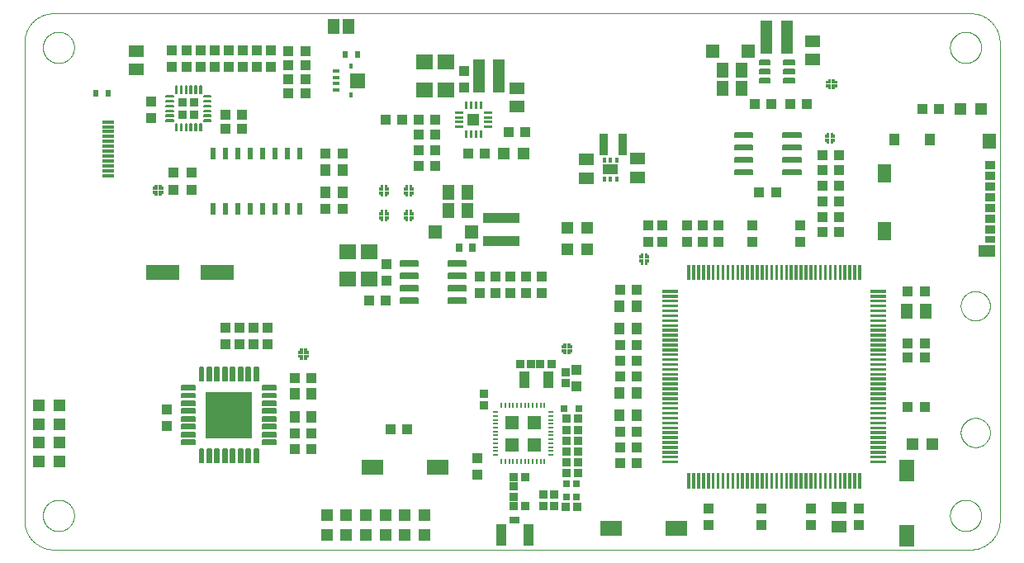
<source format=gtp>
G75*
%MOIN*%
%OFA0B0*%
%FSLAX25Y25*%
%IPPOS*%
%LPD*%
%AMOC8*
5,1,8,0,0,1.08239X$1,22.5*
%
%ADD10C,0.00000*%
%ADD11C,0.00039*%
%ADD12R,0.05118X0.05906*%
%ADD13R,0.04331X0.03937*%
%ADD14R,0.03937X0.04331*%
%ADD15R,0.05906X0.05118*%
%ADD16C,0.00276*%
%ADD17C,0.00541*%
%ADD18R,0.18504X0.18504*%
%ADD19R,0.02362X0.04724*%
%ADD20R,0.04724X0.04724*%
%ADD21R,0.05906X0.09055*%
%ADD22R,0.04331X0.04724*%
%ADD23R,0.04331X0.02953*%
%ADD24R,0.04331X0.03346*%
%ADD25R,0.04331X0.03445*%
%ADD26R,0.03937X0.04724*%
%ADD27R,0.05315X0.07480*%
%ADD28R,0.07087X0.04606*%
%ADD29R,0.05315X0.06102*%
%ADD30C,0.00581*%
%ADD31R,0.09055X0.05906*%
%ADD32R,0.02756X0.02953*%
%ADD33R,0.03346X0.03543*%
%ADD34R,0.03937X0.07087*%
%ADD35R,0.03543X0.03346*%
%ADD36R,0.03150X0.03150*%
%ADD37R,0.04724X0.01181*%
%ADD38R,0.03780X0.03780*%
%ADD39C,0.00512*%
%ADD40R,0.05984X0.06102*%
%ADD41R,0.01575X0.02067*%
%ADD42R,0.02953X0.01575*%
%ADD43R,0.02047X0.02992*%
%ADD44R,0.05118X0.05118*%
%ADD45C,0.00226*%
%ADD46R,0.07087X0.06299*%
%ADD47R,0.05118X0.13386*%
%ADD48C,0.00571*%
%ADD49R,0.05512X0.05512*%
%ADD50C,0.00591*%
%ADD51R,0.02756X0.03543*%
%ADD52R,0.14567X0.03858*%
%ADD53R,0.04134X0.08661*%
%ADD54R,0.03937X0.03150*%
%ADD55R,0.13780X0.06299*%
%ADD56R,0.00792X0.02343*%
%ADD57R,0.02343X0.00792*%
%ADD58R,0.05202X0.05202*%
%ADD59R,0.04600X0.06300*%
%ADD60R,0.01181X0.01969*%
%ADD61R,0.05906X0.04331*%
%ADD62R,0.03346X0.09055*%
D10*
X0083936Y0127750D02*
X0454015Y0127750D01*
X0454300Y0127753D01*
X0454586Y0127764D01*
X0454871Y0127781D01*
X0455155Y0127805D01*
X0455439Y0127836D01*
X0455722Y0127874D01*
X0456003Y0127919D01*
X0456284Y0127970D01*
X0456564Y0128028D01*
X0456842Y0128093D01*
X0457118Y0128165D01*
X0457392Y0128243D01*
X0457665Y0128328D01*
X0457935Y0128420D01*
X0458203Y0128518D01*
X0458469Y0128622D01*
X0458732Y0128733D01*
X0458992Y0128850D01*
X0459250Y0128973D01*
X0459504Y0129103D01*
X0459755Y0129239D01*
X0460003Y0129380D01*
X0460247Y0129528D01*
X0460488Y0129681D01*
X0460724Y0129841D01*
X0460957Y0130006D01*
X0461186Y0130176D01*
X0461411Y0130352D01*
X0461631Y0130534D01*
X0461847Y0130720D01*
X0462058Y0130912D01*
X0462265Y0131109D01*
X0462467Y0131311D01*
X0462664Y0131518D01*
X0462856Y0131729D01*
X0463042Y0131945D01*
X0463224Y0132165D01*
X0463400Y0132390D01*
X0463570Y0132619D01*
X0463735Y0132852D01*
X0463895Y0133088D01*
X0464048Y0133329D01*
X0464196Y0133573D01*
X0464337Y0133821D01*
X0464473Y0134072D01*
X0464603Y0134326D01*
X0464726Y0134584D01*
X0464843Y0134844D01*
X0464954Y0135107D01*
X0465058Y0135373D01*
X0465156Y0135641D01*
X0465248Y0135911D01*
X0465333Y0136184D01*
X0465411Y0136458D01*
X0465483Y0136734D01*
X0465548Y0137012D01*
X0465606Y0137292D01*
X0465657Y0137573D01*
X0465702Y0137854D01*
X0465740Y0138137D01*
X0465771Y0138421D01*
X0465795Y0138705D01*
X0465812Y0138990D01*
X0465823Y0139276D01*
X0465826Y0139561D01*
X0465826Y0332474D01*
X0465823Y0332759D01*
X0465812Y0333045D01*
X0465795Y0333330D01*
X0465771Y0333614D01*
X0465740Y0333898D01*
X0465702Y0334181D01*
X0465657Y0334462D01*
X0465606Y0334743D01*
X0465548Y0335023D01*
X0465483Y0335301D01*
X0465411Y0335577D01*
X0465333Y0335851D01*
X0465248Y0336124D01*
X0465156Y0336394D01*
X0465058Y0336662D01*
X0464954Y0336928D01*
X0464843Y0337191D01*
X0464726Y0337451D01*
X0464603Y0337709D01*
X0464473Y0337963D01*
X0464337Y0338214D01*
X0464196Y0338462D01*
X0464048Y0338706D01*
X0463895Y0338947D01*
X0463735Y0339183D01*
X0463570Y0339416D01*
X0463400Y0339645D01*
X0463224Y0339870D01*
X0463042Y0340090D01*
X0462856Y0340306D01*
X0462664Y0340517D01*
X0462467Y0340724D01*
X0462265Y0340926D01*
X0462058Y0341123D01*
X0461847Y0341315D01*
X0461631Y0341501D01*
X0461411Y0341683D01*
X0461186Y0341859D01*
X0460957Y0342029D01*
X0460724Y0342194D01*
X0460488Y0342354D01*
X0460247Y0342507D01*
X0460003Y0342655D01*
X0459755Y0342796D01*
X0459504Y0342932D01*
X0459250Y0343062D01*
X0458992Y0343185D01*
X0458732Y0343302D01*
X0458469Y0343413D01*
X0458203Y0343517D01*
X0457935Y0343615D01*
X0457665Y0343707D01*
X0457392Y0343792D01*
X0457118Y0343870D01*
X0456842Y0343942D01*
X0456564Y0344007D01*
X0456284Y0344065D01*
X0456003Y0344116D01*
X0455722Y0344161D01*
X0455439Y0344199D01*
X0455155Y0344230D01*
X0454871Y0344254D01*
X0454586Y0344271D01*
X0454300Y0344282D01*
X0454015Y0344285D01*
X0083936Y0344285D01*
X0083651Y0344282D01*
X0083365Y0344271D01*
X0083080Y0344254D01*
X0082796Y0344230D01*
X0082512Y0344199D01*
X0082229Y0344161D01*
X0081948Y0344116D01*
X0081667Y0344065D01*
X0081387Y0344007D01*
X0081109Y0343942D01*
X0080833Y0343870D01*
X0080559Y0343792D01*
X0080286Y0343707D01*
X0080016Y0343615D01*
X0079748Y0343517D01*
X0079482Y0343413D01*
X0079219Y0343302D01*
X0078959Y0343185D01*
X0078701Y0343062D01*
X0078447Y0342932D01*
X0078196Y0342796D01*
X0077948Y0342655D01*
X0077704Y0342507D01*
X0077463Y0342354D01*
X0077227Y0342194D01*
X0076994Y0342029D01*
X0076765Y0341859D01*
X0076540Y0341683D01*
X0076320Y0341501D01*
X0076104Y0341315D01*
X0075893Y0341123D01*
X0075686Y0340926D01*
X0075484Y0340724D01*
X0075287Y0340517D01*
X0075095Y0340306D01*
X0074909Y0340090D01*
X0074727Y0339870D01*
X0074551Y0339645D01*
X0074381Y0339416D01*
X0074216Y0339183D01*
X0074056Y0338947D01*
X0073903Y0338706D01*
X0073755Y0338462D01*
X0073614Y0338214D01*
X0073478Y0337963D01*
X0073348Y0337709D01*
X0073225Y0337451D01*
X0073108Y0337191D01*
X0072997Y0336928D01*
X0072893Y0336662D01*
X0072795Y0336394D01*
X0072703Y0336124D01*
X0072618Y0335851D01*
X0072540Y0335577D01*
X0072468Y0335301D01*
X0072403Y0335023D01*
X0072345Y0334743D01*
X0072294Y0334462D01*
X0072249Y0334181D01*
X0072211Y0333898D01*
X0072180Y0333614D01*
X0072156Y0333330D01*
X0072139Y0333045D01*
X0072128Y0332759D01*
X0072125Y0332474D01*
X0072125Y0139561D01*
X0072128Y0139276D01*
X0072139Y0138990D01*
X0072156Y0138705D01*
X0072180Y0138421D01*
X0072211Y0138137D01*
X0072249Y0137854D01*
X0072294Y0137573D01*
X0072345Y0137292D01*
X0072403Y0137012D01*
X0072468Y0136734D01*
X0072540Y0136458D01*
X0072618Y0136184D01*
X0072703Y0135911D01*
X0072795Y0135641D01*
X0072893Y0135373D01*
X0072997Y0135107D01*
X0073108Y0134844D01*
X0073225Y0134584D01*
X0073348Y0134326D01*
X0073478Y0134072D01*
X0073614Y0133821D01*
X0073755Y0133573D01*
X0073903Y0133329D01*
X0074056Y0133088D01*
X0074216Y0132852D01*
X0074381Y0132619D01*
X0074551Y0132390D01*
X0074727Y0132165D01*
X0074909Y0131945D01*
X0075095Y0131729D01*
X0075287Y0131518D01*
X0075484Y0131311D01*
X0075686Y0131109D01*
X0075893Y0130912D01*
X0076104Y0130720D01*
X0076320Y0130534D01*
X0076540Y0130352D01*
X0076765Y0130176D01*
X0076994Y0130006D01*
X0077227Y0129841D01*
X0077463Y0129681D01*
X0077704Y0129528D01*
X0077948Y0129380D01*
X0078196Y0129239D01*
X0078447Y0129103D01*
X0078701Y0128973D01*
X0078959Y0128850D01*
X0079219Y0128733D01*
X0079482Y0128622D01*
X0079748Y0128518D01*
X0080016Y0128420D01*
X0080286Y0128328D01*
X0080559Y0128243D01*
X0080833Y0128165D01*
X0081109Y0128093D01*
X0081387Y0128028D01*
X0081667Y0127970D01*
X0081948Y0127919D01*
X0082229Y0127874D01*
X0082512Y0127836D01*
X0082796Y0127805D01*
X0083080Y0127781D01*
X0083365Y0127764D01*
X0083651Y0127753D01*
X0083936Y0127750D01*
X0079606Y0141530D02*
X0079608Y0141688D01*
X0079614Y0141846D01*
X0079624Y0142004D01*
X0079638Y0142162D01*
X0079656Y0142319D01*
X0079677Y0142476D01*
X0079703Y0142632D01*
X0079733Y0142788D01*
X0079766Y0142943D01*
X0079804Y0143096D01*
X0079845Y0143249D01*
X0079890Y0143401D01*
X0079939Y0143552D01*
X0079992Y0143701D01*
X0080048Y0143849D01*
X0080108Y0143995D01*
X0080172Y0144140D01*
X0080240Y0144283D01*
X0080311Y0144425D01*
X0080385Y0144565D01*
X0080463Y0144702D01*
X0080545Y0144838D01*
X0080629Y0144972D01*
X0080718Y0145103D01*
X0080809Y0145232D01*
X0080904Y0145359D01*
X0081001Y0145484D01*
X0081102Y0145606D01*
X0081206Y0145725D01*
X0081313Y0145842D01*
X0081423Y0145956D01*
X0081536Y0146067D01*
X0081651Y0146176D01*
X0081769Y0146281D01*
X0081890Y0146383D01*
X0082013Y0146483D01*
X0082139Y0146579D01*
X0082267Y0146672D01*
X0082397Y0146762D01*
X0082530Y0146848D01*
X0082665Y0146932D01*
X0082801Y0147011D01*
X0082940Y0147088D01*
X0083081Y0147160D01*
X0083223Y0147230D01*
X0083367Y0147295D01*
X0083513Y0147357D01*
X0083660Y0147415D01*
X0083809Y0147470D01*
X0083959Y0147521D01*
X0084110Y0147568D01*
X0084262Y0147611D01*
X0084415Y0147650D01*
X0084570Y0147686D01*
X0084725Y0147717D01*
X0084881Y0147745D01*
X0085037Y0147769D01*
X0085194Y0147789D01*
X0085352Y0147805D01*
X0085509Y0147817D01*
X0085668Y0147825D01*
X0085826Y0147829D01*
X0085984Y0147829D01*
X0086142Y0147825D01*
X0086301Y0147817D01*
X0086458Y0147805D01*
X0086616Y0147789D01*
X0086773Y0147769D01*
X0086929Y0147745D01*
X0087085Y0147717D01*
X0087240Y0147686D01*
X0087395Y0147650D01*
X0087548Y0147611D01*
X0087700Y0147568D01*
X0087851Y0147521D01*
X0088001Y0147470D01*
X0088150Y0147415D01*
X0088297Y0147357D01*
X0088443Y0147295D01*
X0088587Y0147230D01*
X0088729Y0147160D01*
X0088870Y0147088D01*
X0089009Y0147011D01*
X0089145Y0146932D01*
X0089280Y0146848D01*
X0089413Y0146762D01*
X0089543Y0146672D01*
X0089671Y0146579D01*
X0089797Y0146483D01*
X0089920Y0146383D01*
X0090041Y0146281D01*
X0090159Y0146176D01*
X0090274Y0146067D01*
X0090387Y0145956D01*
X0090497Y0145842D01*
X0090604Y0145725D01*
X0090708Y0145606D01*
X0090809Y0145484D01*
X0090906Y0145359D01*
X0091001Y0145232D01*
X0091092Y0145103D01*
X0091181Y0144972D01*
X0091265Y0144838D01*
X0091347Y0144702D01*
X0091425Y0144565D01*
X0091499Y0144425D01*
X0091570Y0144283D01*
X0091638Y0144140D01*
X0091702Y0143995D01*
X0091762Y0143849D01*
X0091818Y0143701D01*
X0091871Y0143552D01*
X0091920Y0143401D01*
X0091965Y0143249D01*
X0092006Y0143096D01*
X0092044Y0142943D01*
X0092077Y0142788D01*
X0092107Y0142632D01*
X0092133Y0142476D01*
X0092154Y0142319D01*
X0092172Y0142162D01*
X0092186Y0142004D01*
X0092196Y0141846D01*
X0092202Y0141688D01*
X0092204Y0141530D01*
X0092202Y0141372D01*
X0092196Y0141214D01*
X0092186Y0141056D01*
X0092172Y0140898D01*
X0092154Y0140741D01*
X0092133Y0140584D01*
X0092107Y0140428D01*
X0092077Y0140272D01*
X0092044Y0140117D01*
X0092006Y0139964D01*
X0091965Y0139811D01*
X0091920Y0139659D01*
X0091871Y0139508D01*
X0091818Y0139359D01*
X0091762Y0139211D01*
X0091702Y0139065D01*
X0091638Y0138920D01*
X0091570Y0138777D01*
X0091499Y0138635D01*
X0091425Y0138495D01*
X0091347Y0138358D01*
X0091265Y0138222D01*
X0091181Y0138088D01*
X0091092Y0137957D01*
X0091001Y0137828D01*
X0090906Y0137701D01*
X0090809Y0137576D01*
X0090708Y0137454D01*
X0090604Y0137335D01*
X0090497Y0137218D01*
X0090387Y0137104D01*
X0090274Y0136993D01*
X0090159Y0136884D01*
X0090041Y0136779D01*
X0089920Y0136677D01*
X0089797Y0136577D01*
X0089671Y0136481D01*
X0089543Y0136388D01*
X0089413Y0136298D01*
X0089280Y0136212D01*
X0089145Y0136128D01*
X0089009Y0136049D01*
X0088870Y0135972D01*
X0088729Y0135900D01*
X0088587Y0135830D01*
X0088443Y0135765D01*
X0088297Y0135703D01*
X0088150Y0135645D01*
X0088001Y0135590D01*
X0087851Y0135539D01*
X0087700Y0135492D01*
X0087548Y0135449D01*
X0087395Y0135410D01*
X0087240Y0135374D01*
X0087085Y0135343D01*
X0086929Y0135315D01*
X0086773Y0135291D01*
X0086616Y0135271D01*
X0086458Y0135255D01*
X0086301Y0135243D01*
X0086142Y0135235D01*
X0085984Y0135231D01*
X0085826Y0135231D01*
X0085668Y0135235D01*
X0085509Y0135243D01*
X0085352Y0135255D01*
X0085194Y0135271D01*
X0085037Y0135291D01*
X0084881Y0135315D01*
X0084725Y0135343D01*
X0084570Y0135374D01*
X0084415Y0135410D01*
X0084262Y0135449D01*
X0084110Y0135492D01*
X0083959Y0135539D01*
X0083809Y0135590D01*
X0083660Y0135645D01*
X0083513Y0135703D01*
X0083367Y0135765D01*
X0083223Y0135830D01*
X0083081Y0135900D01*
X0082940Y0135972D01*
X0082801Y0136049D01*
X0082665Y0136128D01*
X0082530Y0136212D01*
X0082397Y0136298D01*
X0082267Y0136388D01*
X0082139Y0136481D01*
X0082013Y0136577D01*
X0081890Y0136677D01*
X0081769Y0136779D01*
X0081651Y0136884D01*
X0081536Y0136993D01*
X0081423Y0137104D01*
X0081313Y0137218D01*
X0081206Y0137335D01*
X0081102Y0137454D01*
X0081001Y0137576D01*
X0080904Y0137701D01*
X0080809Y0137828D01*
X0080718Y0137957D01*
X0080629Y0138088D01*
X0080545Y0138222D01*
X0080463Y0138358D01*
X0080385Y0138495D01*
X0080311Y0138635D01*
X0080240Y0138777D01*
X0080172Y0138920D01*
X0080108Y0139065D01*
X0080048Y0139211D01*
X0079992Y0139359D01*
X0079939Y0139508D01*
X0079890Y0139659D01*
X0079845Y0139811D01*
X0079804Y0139964D01*
X0079766Y0140117D01*
X0079733Y0140272D01*
X0079703Y0140428D01*
X0079677Y0140584D01*
X0079656Y0140741D01*
X0079638Y0140898D01*
X0079624Y0141056D01*
X0079614Y0141214D01*
X0079608Y0141372D01*
X0079606Y0141530D01*
X0079606Y0330506D02*
X0079608Y0330664D01*
X0079614Y0330822D01*
X0079624Y0330980D01*
X0079638Y0331138D01*
X0079656Y0331295D01*
X0079677Y0331452D01*
X0079703Y0331608D01*
X0079733Y0331764D01*
X0079766Y0331919D01*
X0079804Y0332072D01*
X0079845Y0332225D01*
X0079890Y0332377D01*
X0079939Y0332528D01*
X0079992Y0332677D01*
X0080048Y0332825D01*
X0080108Y0332971D01*
X0080172Y0333116D01*
X0080240Y0333259D01*
X0080311Y0333401D01*
X0080385Y0333541D01*
X0080463Y0333678D01*
X0080545Y0333814D01*
X0080629Y0333948D01*
X0080718Y0334079D01*
X0080809Y0334208D01*
X0080904Y0334335D01*
X0081001Y0334460D01*
X0081102Y0334582D01*
X0081206Y0334701D01*
X0081313Y0334818D01*
X0081423Y0334932D01*
X0081536Y0335043D01*
X0081651Y0335152D01*
X0081769Y0335257D01*
X0081890Y0335359D01*
X0082013Y0335459D01*
X0082139Y0335555D01*
X0082267Y0335648D01*
X0082397Y0335738D01*
X0082530Y0335824D01*
X0082665Y0335908D01*
X0082801Y0335987D01*
X0082940Y0336064D01*
X0083081Y0336136D01*
X0083223Y0336206D01*
X0083367Y0336271D01*
X0083513Y0336333D01*
X0083660Y0336391D01*
X0083809Y0336446D01*
X0083959Y0336497D01*
X0084110Y0336544D01*
X0084262Y0336587D01*
X0084415Y0336626D01*
X0084570Y0336662D01*
X0084725Y0336693D01*
X0084881Y0336721D01*
X0085037Y0336745D01*
X0085194Y0336765D01*
X0085352Y0336781D01*
X0085509Y0336793D01*
X0085668Y0336801D01*
X0085826Y0336805D01*
X0085984Y0336805D01*
X0086142Y0336801D01*
X0086301Y0336793D01*
X0086458Y0336781D01*
X0086616Y0336765D01*
X0086773Y0336745D01*
X0086929Y0336721D01*
X0087085Y0336693D01*
X0087240Y0336662D01*
X0087395Y0336626D01*
X0087548Y0336587D01*
X0087700Y0336544D01*
X0087851Y0336497D01*
X0088001Y0336446D01*
X0088150Y0336391D01*
X0088297Y0336333D01*
X0088443Y0336271D01*
X0088587Y0336206D01*
X0088729Y0336136D01*
X0088870Y0336064D01*
X0089009Y0335987D01*
X0089145Y0335908D01*
X0089280Y0335824D01*
X0089413Y0335738D01*
X0089543Y0335648D01*
X0089671Y0335555D01*
X0089797Y0335459D01*
X0089920Y0335359D01*
X0090041Y0335257D01*
X0090159Y0335152D01*
X0090274Y0335043D01*
X0090387Y0334932D01*
X0090497Y0334818D01*
X0090604Y0334701D01*
X0090708Y0334582D01*
X0090809Y0334460D01*
X0090906Y0334335D01*
X0091001Y0334208D01*
X0091092Y0334079D01*
X0091181Y0333948D01*
X0091265Y0333814D01*
X0091347Y0333678D01*
X0091425Y0333541D01*
X0091499Y0333401D01*
X0091570Y0333259D01*
X0091638Y0333116D01*
X0091702Y0332971D01*
X0091762Y0332825D01*
X0091818Y0332677D01*
X0091871Y0332528D01*
X0091920Y0332377D01*
X0091965Y0332225D01*
X0092006Y0332072D01*
X0092044Y0331919D01*
X0092077Y0331764D01*
X0092107Y0331608D01*
X0092133Y0331452D01*
X0092154Y0331295D01*
X0092172Y0331138D01*
X0092186Y0330980D01*
X0092196Y0330822D01*
X0092202Y0330664D01*
X0092204Y0330506D01*
X0092202Y0330348D01*
X0092196Y0330190D01*
X0092186Y0330032D01*
X0092172Y0329874D01*
X0092154Y0329717D01*
X0092133Y0329560D01*
X0092107Y0329404D01*
X0092077Y0329248D01*
X0092044Y0329093D01*
X0092006Y0328940D01*
X0091965Y0328787D01*
X0091920Y0328635D01*
X0091871Y0328484D01*
X0091818Y0328335D01*
X0091762Y0328187D01*
X0091702Y0328041D01*
X0091638Y0327896D01*
X0091570Y0327753D01*
X0091499Y0327611D01*
X0091425Y0327471D01*
X0091347Y0327334D01*
X0091265Y0327198D01*
X0091181Y0327064D01*
X0091092Y0326933D01*
X0091001Y0326804D01*
X0090906Y0326677D01*
X0090809Y0326552D01*
X0090708Y0326430D01*
X0090604Y0326311D01*
X0090497Y0326194D01*
X0090387Y0326080D01*
X0090274Y0325969D01*
X0090159Y0325860D01*
X0090041Y0325755D01*
X0089920Y0325653D01*
X0089797Y0325553D01*
X0089671Y0325457D01*
X0089543Y0325364D01*
X0089413Y0325274D01*
X0089280Y0325188D01*
X0089145Y0325104D01*
X0089009Y0325025D01*
X0088870Y0324948D01*
X0088729Y0324876D01*
X0088587Y0324806D01*
X0088443Y0324741D01*
X0088297Y0324679D01*
X0088150Y0324621D01*
X0088001Y0324566D01*
X0087851Y0324515D01*
X0087700Y0324468D01*
X0087548Y0324425D01*
X0087395Y0324386D01*
X0087240Y0324350D01*
X0087085Y0324319D01*
X0086929Y0324291D01*
X0086773Y0324267D01*
X0086616Y0324247D01*
X0086458Y0324231D01*
X0086301Y0324219D01*
X0086142Y0324211D01*
X0085984Y0324207D01*
X0085826Y0324207D01*
X0085668Y0324211D01*
X0085509Y0324219D01*
X0085352Y0324231D01*
X0085194Y0324247D01*
X0085037Y0324267D01*
X0084881Y0324291D01*
X0084725Y0324319D01*
X0084570Y0324350D01*
X0084415Y0324386D01*
X0084262Y0324425D01*
X0084110Y0324468D01*
X0083959Y0324515D01*
X0083809Y0324566D01*
X0083660Y0324621D01*
X0083513Y0324679D01*
X0083367Y0324741D01*
X0083223Y0324806D01*
X0083081Y0324876D01*
X0082940Y0324948D01*
X0082801Y0325025D01*
X0082665Y0325104D01*
X0082530Y0325188D01*
X0082397Y0325274D01*
X0082267Y0325364D01*
X0082139Y0325457D01*
X0082013Y0325553D01*
X0081890Y0325653D01*
X0081769Y0325755D01*
X0081651Y0325860D01*
X0081536Y0325969D01*
X0081423Y0326080D01*
X0081313Y0326194D01*
X0081206Y0326311D01*
X0081102Y0326430D01*
X0081001Y0326552D01*
X0080904Y0326677D01*
X0080809Y0326804D01*
X0080718Y0326933D01*
X0080629Y0327064D01*
X0080545Y0327198D01*
X0080463Y0327334D01*
X0080385Y0327471D01*
X0080311Y0327611D01*
X0080240Y0327753D01*
X0080172Y0327896D01*
X0080108Y0328041D01*
X0080048Y0328187D01*
X0079992Y0328335D01*
X0079939Y0328484D01*
X0079890Y0328635D01*
X0079845Y0328787D01*
X0079804Y0328940D01*
X0079766Y0329093D01*
X0079733Y0329248D01*
X0079703Y0329404D01*
X0079677Y0329560D01*
X0079656Y0329717D01*
X0079638Y0329874D01*
X0079624Y0330032D01*
X0079614Y0330190D01*
X0079608Y0330348D01*
X0079606Y0330506D01*
X0445747Y0330506D02*
X0445749Y0330664D01*
X0445755Y0330822D01*
X0445765Y0330980D01*
X0445779Y0331138D01*
X0445797Y0331295D01*
X0445818Y0331452D01*
X0445844Y0331608D01*
X0445874Y0331764D01*
X0445907Y0331919D01*
X0445945Y0332072D01*
X0445986Y0332225D01*
X0446031Y0332377D01*
X0446080Y0332528D01*
X0446133Y0332677D01*
X0446189Y0332825D01*
X0446249Y0332971D01*
X0446313Y0333116D01*
X0446381Y0333259D01*
X0446452Y0333401D01*
X0446526Y0333541D01*
X0446604Y0333678D01*
X0446686Y0333814D01*
X0446770Y0333948D01*
X0446859Y0334079D01*
X0446950Y0334208D01*
X0447045Y0334335D01*
X0447142Y0334460D01*
X0447243Y0334582D01*
X0447347Y0334701D01*
X0447454Y0334818D01*
X0447564Y0334932D01*
X0447677Y0335043D01*
X0447792Y0335152D01*
X0447910Y0335257D01*
X0448031Y0335359D01*
X0448154Y0335459D01*
X0448280Y0335555D01*
X0448408Y0335648D01*
X0448538Y0335738D01*
X0448671Y0335824D01*
X0448806Y0335908D01*
X0448942Y0335987D01*
X0449081Y0336064D01*
X0449222Y0336136D01*
X0449364Y0336206D01*
X0449508Y0336271D01*
X0449654Y0336333D01*
X0449801Y0336391D01*
X0449950Y0336446D01*
X0450100Y0336497D01*
X0450251Y0336544D01*
X0450403Y0336587D01*
X0450556Y0336626D01*
X0450711Y0336662D01*
X0450866Y0336693D01*
X0451022Y0336721D01*
X0451178Y0336745D01*
X0451335Y0336765D01*
X0451493Y0336781D01*
X0451650Y0336793D01*
X0451809Y0336801D01*
X0451967Y0336805D01*
X0452125Y0336805D01*
X0452283Y0336801D01*
X0452442Y0336793D01*
X0452599Y0336781D01*
X0452757Y0336765D01*
X0452914Y0336745D01*
X0453070Y0336721D01*
X0453226Y0336693D01*
X0453381Y0336662D01*
X0453536Y0336626D01*
X0453689Y0336587D01*
X0453841Y0336544D01*
X0453992Y0336497D01*
X0454142Y0336446D01*
X0454291Y0336391D01*
X0454438Y0336333D01*
X0454584Y0336271D01*
X0454728Y0336206D01*
X0454870Y0336136D01*
X0455011Y0336064D01*
X0455150Y0335987D01*
X0455286Y0335908D01*
X0455421Y0335824D01*
X0455554Y0335738D01*
X0455684Y0335648D01*
X0455812Y0335555D01*
X0455938Y0335459D01*
X0456061Y0335359D01*
X0456182Y0335257D01*
X0456300Y0335152D01*
X0456415Y0335043D01*
X0456528Y0334932D01*
X0456638Y0334818D01*
X0456745Y0334701D01*
X0456849Y0334582D01*
X0456950Y0334460D01*
X0457047Y0334335D01*
X0457142Y0334208D01*
X0457233Y0334079D01*
X0457322Y0333948D01*
X0457406Y0333814D01*
X0457488Y0333678D01*
X0457566Y0333541D01*
X0457640Y0333401D01*
X0457711Y0333259D01*
X0457779Y0333116D01*
X0457843Y0332971D01*
X0457903Y0332825D01*
X0457959Y0332677D01*
X0458012Y0332528D01*
X0458061Y0332377D01*
X0458106Y0332225D01*
X0458147Y0332072D01*
X0458185Y0331919D01*
X0458218Y0331764D01*
X0458248Y0331608D01*
X0458274Y0331452D01*
X0458295Y0331295D01*
X0458313Y0331138D01*
X0458327Y0330980D01*
X0458337Y0330822D01*
X0458343Y0330664D01*
X0458345Y0330506D01*
X0458343Y0330348D01*
X0458337Y0330190D01*
X0458327Y0330032D01*
X0458313Y0329874D01*
X0458295Y0329717D01*
X0458274Y0329560D01*
X0458248Y0329404D01*
X0458218Y0329248D01*
X0458185Y0329093D01*
X0458147Y0328940D01*
X0458106Y0328787D01*
X0458061Y0328635D01*
X0458012Y0328484D01*
X0457959Y0328335D01*
X0457903Y0328187D01*
X0457843Y0328041D01*
X0457779Y0327896D01*
X0457711Y0327753D01*
X0457640Y0327611D01*
X0457566Y0327471D01*
X0457488Y0327334D01*
X0457406Y0327198D01*
X0457322Y0327064D01*
X0457233Y0326933D01*
X0457142Y0326804D01*
X0457047Y0326677D01*
X0456950Y0326552D01*
X0456849Y0326430D01*
X0456745Y0326311D01*
X0456638Y0326194D01*
X0456528Y0326080D01*
X0456415Y0325969D01*
X0456300Y0325860D01*
X0456182Y0325755D01*
X0456061Y0325653D01*
X0455938Y0325553D01*
X0455812Y0325457D01*
X0455684Y0325364D01*
X0455554Y0325274D01*
X0455421Y0325188D01*
X0455286Y0325104D01*
X0455150Y0325025D01*
X0455011Y0324948D01*
X0454870Y0324876D01*
X0454728Y0324806D01*
X0454584Y0324741D01*
X0454438Y0324679D01*
X0454291Y0324621D01*
X0454142Y0324566D01*
X0453992Y0324515D01*
X0453841Y0324468D01*
X0453689Y0324425D01*
X0453536Y0324386D01*
X0453381Y0324350D01*
X0453226Y0324319D01*
X0453070Y0324291D01*
X0452914Y0324267D01*
X0452757Y0324247D01*
X0452599Y0324231D01*
X0452442Y0324219D01*
X0452283Y0324211D01*
X0452125Y0324207D01*
X0451967Y0324207D01*
X0451809Y0324211D01*
X0451650Y0324219D01*
X0451493Y0324231D01*
X0451335Y0324247D01*
X0451178Y0324267D01*
X0451022Y0324291D01*
X0450866Y0324319D01*
X0450711Y0324350D01*
X0450556Y0324386D01*
X0450403Y0324425D01*
X0450251Y0324468D01*
X0450100Y0324515D01*
X0449950Y0324566D01*
X0449801Y0324621D01*
X0449654Y0324679D01*
X0449508Y0324741D01*
X0449364Y0324806D01*
X0449222Y0324876D01*
X0449081Y0324948D01*
X0448942Y0325025D01*
X0448806Y0325104D01*
X0448671Y0325188D01*
X0448538Y0325274D01*
X0448408Y0325364D01*
X0448280Y0325457D01*
X0448154Y0325553D01*
X0448031Y0325653D01*
X0447910Y0325755D01*
X0447792Y0325860D01*
X0447677Y0325969D01*
X0447564Y0326080D01*
X0447454Y0326194D01*
X0447347Y0326311D01*
X0447243Y0326430D01*
X0447142Y0326552D01*
X0447045Y0326677D01*
X0446950Y0326804D01*
X0446859Y0326933D01*
X0446770Y0327064D01*
X0446686Y0327198D01*
X0446604Y0327334D01*
X0446526Y0327471D01*
X0446452Y0327611D01*
X0446381Y0327753D01*
X0446313Y0327896D01*
X0446249Y0328041D01*
X0446189Y0328187D01*
X0446133Y0328335D01*
X0446080Y0328484D01*
X0446031Y0328635D01*
X0445986Y0328787D01*
X0445945Y0328940D01*
X0445907Y0329093D01*
X0445874Y0329248D01*
X0445844Y0329404D01*
X0445818Y0329560D01*
X0445797Y0329717D01*
X0445779Y0329874D01*
X0445765Y0330032D01*
X0445755Y0330190D01*
X0445749Y0330348D01*
X0445747Y0330506D01*
X0445747Y0141530D02*
X0445749Y0141688D01*
X0445755Y0141846D01*
X0445765Y0142004D01*
X0445779Y0142162D01*
X0445797Y0142319D01*
X0445818Y0142476D01*
X0445844Y0142632D01*
X0445874Y0142788D01*
X0445907Y0142943D01*
X0445945Y0143096D01*
X0445986Y0143249D01*
X0446031Y0143401D01*
X0446080Y0143552D01*
X0446133Y0143701D01*
X0446189Y0143849D01*
X0446249Y0143995D01*
X0446313Y0144140D01*
X0446381Y0144283D01*
X0446452Y0144425D01*
X0446526Y0144565D01*
X0446604Y0144702D01*
X0446686Y0144838D01*
X0446770Y0144972D01*
X0446859Y0145103D01*
X0446950Y0145232D01*
X0447045Y0145359D01*
X0447142Y0145484D01*
X0447243Y0145606D01*
X0447347Y0145725D01*
X0447454Y0145842D01*
X0447564Y0145956D01*
X0447677Y0146067D01*
X0447792Y0146176D01*
X0447910Y0146281D01*
X0448031Y0146383D01*
X0448154Y0146483D01*
X0448280Y0146579D01*
X0448408Y0146672D01*
X0448538Y0146762D01*
X0448671Y0146848D01*
X0448806Y0146932D01*
X0448942Y0147011D01*
X0449081Y0147088D01*
X0449222Y0147160D01*
X0449364Y0147230D01*
X0449508Y0147295D01*
X0449654Y0147357D01*
X0449801Y0147415D01*
X0449950Y0147470D01*
X0450100Y0147521D01*
X0450251Y0147568D01*
X0450403Y0147611D01*
X0450556Y0147650D01*
X0450711Y0147686D01*
X0450866Y0147717D01*
X0451022Y0147745D01*
X0451178Y0147769D01*
X0451335Y0147789D01*
X0451493Y0147805D01*
X0451650Y0147817D01*
X0451809Y0147825D01*
X0451967Y0147829D01*
X0452125Y0147829D01*
X0452283Y0147825D01*
X0452442Y0147817D01*
X0452599Y0147805D01*
X0452757Y0147789D01*
X0452914Y0147769D01*
X0453070Y0147745D01*
X0453226Y0147717D01*
X0453381Y0147686D01*
X0453536Y0147650D01*
X0453689Y0147611D01*
X0453841Y0147568D01*
X0453992Y0147521D01*
X0454142Y0147470D01*
X0454291Y0147415D01*
X0454438Y0147357D01*
X0454584Y0147295D01*
X0454728Y0147230D01*
X0454870Y0147160D01*
X0455011Y0147088D01*
X0455150Y0147011D01*
X0455286Y0146932D01*
X0455421Y0146848D01*
X0455554Y0146762D01*
X0455684Y0146672D01*
X0455812Y0146579D01*
X0455938Y0146483D01*
X0456061Y0146383D01*
X0456182Y0146281D01*
X0456300Y0146176D01*
X0456415Y0146067D01*
X0456528Y0145956D01*
X0456638Y0145842D01*
X0456745Y0145725D01*
X0456849Y0145606D01*
X0456950Y0145484D01*
X0457047Y0145359D01*
X0457142Y0145232D01*
X0457233Y0145103D01*
X0457322Y0144972D01*
X0457406Y0144838D01*
X0457488Y0144702D01*
X0457566Y0144565D01*
X0457640Y0144425D01*
X0457711Y0144283D01*
X0457779Y0144140D01*
X0457843Y0143995D01*
X0457903Y0143849D01*
X0457959Y0143701D01*
X0458012Y0143552D01*
X0458061Y0143401D01*
X0458106Y0143249D01*
X0458147Y0143096D01*
X0458185Y0142943D01*
X0458218Y0142788D01*
X0458248Y0142632D01*
X0458274Y0142476D01*
X0458295Y0142319D01*
X0458313Y0142162D01*
X0458327Y0142004D01*
X0458337Y0141846D01*
X0458343Y0141688D01*
X0458345Y0141530D01*
X0458343Y0141372D01*
X0458337Y0141214D01*
X0458327Y0141056D01*
X0458313Y0140898D01*
X0458295Y0140741D01*
X0458274Y0140584D01*
X0458248Y0140428D01*
X0458218Y0140272D01*
X0458185Y0140117D01*
X0458147Y0139964D01*
X0458106Y0139811D01*
X0458061Y0139659D01*
X0458012Y0139508D01*
X0457959Y0139359D01*
X0457903Y0139211D01*
X0457843Y0139065D01*
X0457779Y0138920D01*
X0457711Y0138777D01*
X0457640Y0138635D01*
X0457566Y0138495D01*
X0457488Y0138358D01*
X0457406Y0138222D01*
X0457322Y0138088D01*
X0457233Y0137957D01*
X0457142Y0137828D01*
X0457047Y0137701D01*
X0456950Y0137576D01*
X0456849Y0137454D01*
X0456745Y0137335D01*
X0456638Y0137218D01*
X0456528Y0137104D01*
X0456415Y0136993D01*
X0456300Y0136884D01*
X0456182Y0136779D01*
X0456061Y0136677D01*
X0455938Y0136577D01*
X0455812Y0136481D01*
X0455684Y0136388D01*
X0455554Y0136298D01*
X0455421Y0136212D01*
X0455286Y0136128D01*
X0455150Y0136049D01*
X0455011Y0135972D01*
X0454870Y0135900D01*
X0454728Y0135830D01*
X0454584Y0135765D01*
X0454438Y0135703D01*
X0454291Y0135645D01*
X0454142Y0135590D01*
X0453992Y0135539D01*
X0453841Y0135492D01*
X0453689Y0135449D01*
X0453536Y0135410D01*
X0453381Y0135374D01*
X0453226Y0135343D01*
X0453070Y0135315D01*
X0452914Y0135291D01*
X0452757Y0135271D01*
X0452599Y0135255D01*
X0452442Y0135243D01*
X0452283Y0135235D01*
X0452125Y0135231D01*
X0451967Y0135231D01*
X0451809Y0135235D01*
X0451650Y0135243D01*
X0451493Y0135255D01*
X0451335Y0135271D01*
X0451178Y0135291D01*
X0451022Y0135315D01*
X0450866Y0135343D01*
X0450711Y0135374D01*
X0450556Y0135410D01*
X0450403Y0135449D01*
X0450251Y0135492D01*
X0450100Y0135539D01*
X0449950Y0135590D01*
X0449801Y0135645D01*
X0449654Y0135703D01*
X0449508Y0135765D01*
X0449364Y0135830D01*
X0449222Y0135900D01*
X0449081Y0135972D01*
X0448942Y0136049D01*
X0448806Y0136128D01*
X0448671Y0136212D01*
X0448538Y0136298D01*
X0448408Y0136388D01*
X0448280Y0136481D01*
X0448154Y0136577D01*
X0448031Y0136677D01*
X0447910Y0136779D01*
X0447792Y0136884D01*
X0447677Y0136993D01*
X0447564Y0137104D01*
X0447454Y0137218D01*
X0447347Y0137335D01*
X0447243Y0137454D01*
X0447142Y0137576D01*
X0447045Y0137701D01*
X0446950Y0137828D01*
X0446859Y0137957D01*
X0446770Y0138088D01*
X0446686Y0138222D01*
X0446604Y0138358D01*
X0446526Y0138495D01*
X0446452Y0138635D01*
X0446381Y0138777D01*
X0446313Y0138920D01*
X0446249Y0139065D01*
X0446189Y0139211D01*
X0446133Y0139359D01*
X0446080Y0139508D01*
X0446031Y0139659D01*
X0445986Y0139811D01*
X0445945Y0139964D01*
X0445907Y0140117D01*
X0445874Y0140272D01*
X0445844Y0140428D01*
X0445818Y0140584D01*
X0445797Y0140741D01*
X0445779Y0140898D01*
X0445765Y0141056D01*
X0445755Y0141214D01*
X0445749Y0141372D01*
X0445747Y0141530D01*
D11*
X0450077Y0174994D02*
X0450079Y0175147D01*
X0450085Y0175301D01*
X0450095Y0175454D01*
X0450109Y0175606D01*
X0450127Y0175759D01*
X0450149Y0175910D01*
X0450174Y0176061D01*
X0450204Y0176212D01*
X0450238Y0176362D01*
X0450275Y0176510D01*
X0450316Y0176658D01*
X0450361Y0176804D01*
X0450410Y0176950D01*
X0450463Y0177094D01*
X0450519Y0177236D01*
X0450579Y0177377D01*
X0450643Y0177517D01*
X0450710Y0177655D01*
X0450781Y0177791D01*
X0450856Y0177925D01*
X0450933Y0178057D01*
X0451015Y0178187D01*
X0451099Y0178315D01*
X0451187Y0178441D01*
X0451278Y0178564D01*
X0451372Y0178685D01*
X0451470Y0178803D01*
X0451570Y0178919D01*
X0451674Y0179032D01*
X0451780Y0179143D01*
X0451889Y0179251D01*
X0452001Y0179356D01*
X0452115Y0179457D01*
X0452233Y0179556D01*
X0452352Y0179652D01*
X0452474Y0179745D01*
X0452599Y0179834D01*
X0452726Y0179921D01*
X0452855Y0180003D01*
X0452986Y0180083D01*
X0453119Y0180159D01*
X0453254Y0180232D01*
X0453391Y0180301D01*
X0453530Y0180366D01*
X0453670Y0180428D01*
X0453812Y0180486D01*
X0453955Y0180541D01*
X0454100Y0180592D01*
X0454246Y0180639D01*
X0454393Y0180682D01*
X0454541Y0180721D01*
X0454690Y0180757D01*
X0454840Y0180788D01*
X0454991Y0180816D01*
X0455142Y0180840D01*
X0455295Y0180860D01*
X0455447Y0180876D01*
X0455600Y0180888D01*
X0455753Y0180896D01*
X0455906Y0180900D01*
X0456060Y0180900D01*
X0456213Y0180896D01*
X0456366Y0180888D01*
X0456519Y0180876D01*
X0456671Y0180860D01*
X0456824Y0180840D01*
X0456975Y0180816D01*
X0457126Y0180788D01*
X0457276Y0180757D01*
X0457425Y0180721D01*
X0457573Y0180682D01*
X0457720Y0180639D01*
X0457866Y0180592D01*
X0458011Y0180541D01*
X0458154Y0180486D01*
X0458296Y0180428D01*
X0458436Y0180366D01*
X0458575Y0180301D01*
X0458712Y0180232D01*
X0458847Y0180159D01*
X0458980Y0180083D01*
X0459111Y0180003D01*
X0459240Y0179921D01*
X0459367Y0179834D01*
X0459492Y0179745D01*
X0459614Y0179652D01*
X0459733Y0179556D01*
X0459851Y0179457D01*
X0459965Y0179356D01*
X0460077Y0179251D01*
X0460186Y0179143D01*
X0460292Y0179032D01*
X0460396Y0178919D01*
X0460496Y0178803D01*
X0460594Y0178685D01*
X0460688Y0178564D01*
X0460779Y0178441D01*
X0460867Y0178315D01*
X0460951Y0178187D01*
X0461033Y0178057D01*
X0461110Y0177925D01*
X0461185Y0177791D01*
X0461256Y0177655D01*
X0461323Y0177517D01*
X0461387Y0177377D01*
X0461447Y0177236D01*
X0461503Y0177094D01*
X0461556Y0176950D01*
X0461605Y0176804D01*
X0461650Y0176658D01*
X0461691Y0176510D01*
X0461728Y0176362D01*
X0461762Y0176212D01*
X0461792Y0176061D01*
X0461817Y0175910D01*
X0461839Y0175759D01*
X0461857Y0175606D01*
X0461871Y0175454D01*
X0461881Y0175301D01*
X0461887Y0175147D01*
X0461889Y0174994D01*
X0461887Y0174841D01*
X0461881Y0174687D01*
X0461871Y0174534D01*
X0461857Y0174382D01*
X0461839Y0174229D01*
X0461817Y0174078D01*
X0461792Y0173927D01*
X0461762Y0173776D01*
X0461728Y0173626D01*
X0461691Y0173478D01*
X0461650Y0173330D01*
X0461605Y0173184D01*
X0461556Y0173038D01*
X0461503Y0172894D01*
X0461447Y0172752D01*
X0461387Y0172611D01*
X0461323Y0172471D01*
X0461256Y0172333D01*
X0461185Y0172197D01*
X0461110Y0172063D01*
X0461033Y0171931D01*
X0460951Y0171801D01*
X0460867Y0171673D01*
X0460779Y0171547D01*
X0460688Y0171424D01*
X0460594Y0171303D01*
X0460496Y0171185D01*
X0460396Y0171069D01*
X0460292Y0170956D01*
X0460186Y0170845D01*
X0460077Y0170737D01*
X0459965Y0170632D01*
X0459851Y0170531D01*
X0459733Y0170432D01*
X0459614Y0170336D01*
X0459492Y0170243D01*
X0459367Y0170154D01*
X0459240Y0170067D01*
X0459111Y0169985D01*
X0458980Y0169905D01*
X0458847Y0169829D01*
X0458712Y0169756D01*
X0458575Y0169687D01*
X0458436Y0169622D01*
X0458296Y0169560D01*
X0458154Y0169502D01*
X0458011Y0169447D01*
X0457866Y0169396D01*
X0457720Y0169349D01*
X0457573Y0169306D01*
X0457425Y0169267D01*
X0457276Y0169231D01*
X0457126Y0169200D01*
X0456975Y0169172D01*
X0456824Y0169148D01*
X0456671Y0169128D01*
X0456519Y0169112D01*
X0456366Y0169100D01*
X0456213Y0169092D01*
X0456060Y0169088D01*
X0455906Y0169088D01*
X0455753Y0169092D01*
X0455600Y0169100D01*
X0455447Y0169112D01*
X0455295Y0169128D01*
X0455142Y0169148D01*
X0454991Y0169172D01*
X0454840Y0169200D01*
X0454690Y0169231D01*
X0454541Y0169267D01*
X0454393Y0169306D01*
X0454246Y0169349D01*
X0454100Y0169396D01*
X0453955Y0169447D01*
X0453812Y0169502D01*
X0453670Y0169560D01*
X0453530Y0169622D01*
X0453391Y0169687D01*
X0453254Y0169756D01*
X0453119Y0169829D01*
X0452986Y0169905D01*
X0452855Y0169985D01*
X0452726Y0170067D01*
X0452599Y0170154D01*
X0452474Y0170243D01*
X0452352Y0170336D01*
X0452233Y0170432D01*
X0452115Y0170531D01*
X0452001Y0170632D01*
X0451889Y0170737D01*
X0451780Y0170845D01*
X0451674Y0170956D01*
X0451570Y0171069D01*
X0451470Y0171185D01*
X0451372Y0171303D01*
X0451278Y0171424D01*
X0451187Y0171547D01*
X0451099Y0171673D01*
X0451015Y0171801D01*
X0450933Y0171931D01*
X0450856Y0172063D01*
X0450781Y0172197D01*
X0450710Y0172333D01*
X0450643Y0172471D01*
X0450579Y0172611D01*
X0450519Y0172752D01*
X0450463Y0172894D01*
X0450410Y0173038D01*
X0450361Y0173184D01*
X0450316Y0173330D01*
X0450275Y0173478D01*
X0450238Y0173626D01*
X0450204Y0173776D01*
X0450174Y0173927D01*
X0450149Y0174078D01*
X0450127Y0174229D01*
X0450109Y0174382D01*
X0450095Y0174534D01*
X0450085Y0174687D01*
X0450079Y0174841D01*
X0450077Y0174994D01*
X0450077Y0226175D02*
X0450079Y0226328D01*
X0450085Y0226482D01*
X0450095Y0226635D01*
X0450109Y0226787D01*
X0450127Y0226940D01*
X0450149Y0227091D01*
X0450174Y0227242D01*
X0450204Y0227393D01*
X0450238Y0227543D01*
X0450275Y0227691D01*
X0450316Y0227839D01*
X0450361Y0227985D01*
X0450410Y0228131D01*
X0450463Y0228275D01*
X0450519Y0228417D01*
X0450579Y0228558D01*
X0450643Y0228698D01*
X0450710Y0228836D01*
X0450781Y0228972D01*
X0450856Y0229106D01*
X0450933Y0229238D01*
X0451015Y0229368D01*
X0451099Y0229496D01*
X0451187Y0229622D01*
X0451278Y0229745D01*
X0451372Y0229866D01*
X0451470Y0229984D01*
X0451570Y0230100D01*
X0451674Y0230213D01*
X0451780Y0230324D01*
X0451889Y0230432D01*
X0452001Y0230537D01*
X0452115Y0230638D01*
X0452233Y0230737D01*
X0452352Y0230833D01*
X0452474Y0230926D01*
X0452599Y0231015D01*
X0452726Y0231102D01*
X0452855Y0231184D01*
X0452986Y0231264D01*
X0453119Y0231340D01*
X0453254Y0231413D01*
X0453391Y0231482D01*
X0453530Y0231547D01*
X0453670Y0231609D01*
X0453812Y0231667D01*
X0453955Y0231722D01*
X0454100Y0231773D01*
X0454246Y0231820D01*
X0454393Y0231863D01*
X0454541Y0231902D01*
X0454690Y0231938D01*
X0454840Y0231969D01*
X0454991Y0231997D01*
X0455142Y0232021D01*
X0455295Y0232041D01*
X0455447Y0232057D01*
X0455600Y0232069D01*
X0455753Y0232077D01*
X0455906Y0232081D01*
X0456060Y0232081D01*
X0456213Y0232077D01*
X0456366Y0232069D01*
X0456519Y0232057D01*
X0456671Y0232041D01*
X0456824Y0232021D01*
X0456975Y0231997D01*
X0457126Y0231969D01*
X0457276Y0231938D01*
X0457425Y0231902D01*
X0457573Y0231863D01*
X0457720Y0231820D01*
X0457866Y0231773D01*
X0458011Y0231722D01*
X0458154Y0231667D01*
X0458296Y0231609D01*
X0458436Y0231547D01*
X0458575Y0231482D01*
X0458712Y0231413D01*
X0458847Y0231340D01*
X0458980Y0231264D01*
X0459111Y0231184D01*
X0459240Y0231102D01*
X0459367Y0231015D01*
X0459492Y0230926D01*
X0459614Y0230833D01*
X0459733Y0230737D01*
X0459851Y0230638D01*
X0459965Y0230537D01*
X0460077Y0230432D01*
X0460186Y0230324D01*
X0460292Y0230213D01*
X0460396Y0230100D01*
X0460496Y0229984D01*
X0460594Y0229866D01*
X0460688Y0229745D01*
X0460779Y0229622D01*
X0460867Y0229496D01*
X0460951Y0229368D01*
X0461033Y0229238D01*
X0461110Y0229106D01*
X0461185Y0228972D01*
X0461256Y0228836D01*
X0461323Y0228698D01*
X0461387Y0228558D01*
X0461447Y0228417D01*
X0461503Y0228275D01*
X0461556Y0228131D01*
X0461605Y0227985D01*
X0461650Y0227839D01*
X0461691Y0227691D01*
X0461728Y0227543D01*
X0461762Y0227393D01*
X0461792Y0227242D01*
X0461817Y0227091D01*
X0461839Y0226940D01*
X0461857Y0226787D01*
X0461871Y0226635D01*
X0461881Y0226482D01*
X0461887Y0226328D01*
X0461889Y0226175D01*
X0461887Y0226022D01*
X0461881Y0225868D01*
X0461871Y0225715D01*
X0461857Y0225563D01*
X0461839Y0225410D01*
X0461817Y0225259D01*
X0461792Y0225108D01*
X0461762Y0224957D01*
X0461728Y0224807D01*
X0461691Y0224659D01*
X0461650Y0224511D01*
X0461605Y0224365D01*
X0461556Y0224219D01*
X0461503Y0224075D01*
X0461447Y0223933D01*
X0461387Y0223792D01*
X0461323Y0223652D01*
X0461256Y0223514D01*
X0461185Y0223378D01*
X0461110Y0223244D01*
X0461033Y0223112D01*
X0460951Y0222982D01*
X0460867Y0222854D01*
X0460779Y0222728D01*
X0460688Y0222605D01*
X0460594Y0222484D01*
X0460496Y0222366D01*
X0460396Y0222250D01*
X0460292Y0222137D01*
X0460186Y0222026D01*
X0460077Y0221918D01*
X0459965Y0221813D01*
X0459851Y0221712D01*
X0459733Y0221613D01*
X0459614Y0221517D01*
X0459492Y0221424D01*
X0459367Y0221335D01*
X0459240Y0221248D01*
X0459111Y0221166D01*
X0458980Y0221086D01*
X0458847Y0221010D01*
X0458712Y0220937D01*
X0458575Y0220868D01*
X0458436Y0220803D01*
X0458296Y0220741D01*
X0458154Y0220683D01*
X0458011Y0220628D01*
X0457866Y0220577D01*
X0457720Y0220530D01*
X0457573Y0220487D01*
X0457425Y0220448D01*
X0457276Y0220412D01*
X0457126Y0220381D01*
X0456975Y0220353D01*
X0456824Y0220329D01*
X0456671Y0220309D01*
X0456519Y0220293D01*
X0456366Y0220281D01*
X0456213Y0220273D01*
X0456060Y0220269D01*
X0455906Y0220269D01*
X0455753Y0220273D01*
X0455600Y0220281D01*
X0455447Y0220293D01*
X0455295Y0220309D01*
X0455142Y0220329D01*
X0454991Y0220353D01*
X0454840Y0220381D01*
X0454690Y0220412D01*
X0454541Y0220448D01*
X0454393Y0220487D01*
X0454246Y0220530D01*
X0454100Y0220577D01*
X0453955Y0220628D01*
X0453812Y0220683D01*
X0453670Y0220741D01*
X0453530Y0220803D01*
X0453391Y0220868D01*
X0453254Y0220937D01*
X0453119Y0221010D01*
X0452986Y0221086D01*
X0452855Y0221166D01*
X0452726Y0221248D01*
X0452599Y0221335D01*
X0452474Y0221424D01*
X0452352Y0221517D01*
X0452233Y0221613D01*
X0452115Y0221712D01*
X0452001Y0221813D01*
X0451889Y0221918D01*
X0451780Y0222026D01*
X0451674Y0222137D01*
X0451570Y0222250D01*
X0451470Y0222366D01*
X0451372Y0222484D01*
X0451278Y0222605D01*
X0451187Y0222728D01*
X0451099Y0222854D01*
X0451015Y0222982D01*
X0450933Y0223112D01*
X0450856Y0223244D01*
X0450781Y0223378D01*
X0450710Y0223514D01*
X0450643Y0223652D01*
X0450579Y0223792D01*
X0450519Y0223933D01*
X0450463Y0224075D01*
X0450410Y0224219D01*
X0450361Y0224365D01*
X0450316Y0224511D01*
X0450275Y0224659D01*
X0450238Y0224807D01*
X0450204Y0224957D01*
X0450174Y0225108D01*
X0450149Y0225259D01*
X0450127Y0225410D01*
X0450109Y0225563D01*
X0450095Y0225715D01*
X0450085Y0225868D01*
X0450079Y0226022D01*
X0450077Y0226175D01*
X0398385Y0291913D02*
X0397479Y0291913D01*
X0397479Y0293646D01*
X0399054Y0293646D01*
X0399054Y0292740D01*
X0398385Y0292740D01*
X0398385Y0291913D01*
X0398385Y0291928D02*
X0397479Y0291928D01*
X0397479Y0291966D02*
X0398385Y0291966D01*
X0398385Y0292004D02*
X0397479Y0292004D01*
X0397479Y0292042D02*
X0398385Y0292042D01*
X0398385Y0292080D02*
X0397479Y0292080D01*
X0397479Y0292117D02*
X0398385Y0292117D01*
X0398385Y0292155D02*
X0397479Y0292155D01*
X0397479Y0292193D02*
X0398385Y0292193D01*
X0398385Y0292231D02*
X0397479Y0292231D01*
X0397479Y0292269D02*
X0398385Y0292269D01*
X0398385Y0292307D02*
X0397479Y0292307D01*
X0397479Y0292345D02*
X0398385Y0292345D01*
X0398385Y0292383D02*
X0397479Y0292383D01*
X0397479Y0292420D02*
X0398385Y0292420D01*
X0398385Y0292458D02*
X0397479Y0292458D01*
X0397479Y0292496D02*
X0398385Y0292496D01*
X0398385Y0292534D02*
X0397479Y0292534D01*
X0397479Y0292572D02*
X0398385Y0292572D01*
X0398385Y0292610D02*
X0397479Y0292610D01*
X0397479Y0292648D02*
X0398385Y0292648D01*
X0398385Y0292686D02*
X0397479Y0292686D01*
X0397479Y0292723D02*
X0398385Y0292723D01*
X0399054Y0292761D02*
X0397479Y0292761D01*
X0397479Y0292799D02*
X0399054Y0292799D01*
X0399054Y0292837D02*
X0397479Y0292837D01*
X0397479Y0292875D02*
X0399054Y0292875D01*
X0399054Y0292913D02*
X0397479Y0292913D01*
X0397479Y0292951D02*
X0399054Y0292951D01*
X0399054Y0292989D02*
X0397479Y0292989D01*
X0397479Y0293027D02*
X0399054Y0293027D01*
X0399054Y0293064D02*
X0397479Y0293064D01*
X0397479Y0293102D02*
X0399054Y0293102D01*
X0399054Y0293140D02*
X0397479Y0293140D01*
X0397479Y0293178D02*
X0399054Y0293178D01*
X0399054Y0293216D02*
X0397479Y0293216D01*
X0397479Y0293254D02*
X0399054Y0293254D01*
X0399054Y0293292D02*
X0397479Y0293292D01*
X0397479Y0293330D02*
X0399054Y0293330D01*
X0399054Y0293367D02*
X0397479Y0293367D01*
X0397479Y0293405D02*
X0399054Y0293405D01*
X0399054Y0293443D02*
X0397479Y0293443D01*
X0397479Y0293481D02*
X0399054Y0293481D01*
X0399054Y0293519D02*
X0397479Y0293519D01*
X0397479Y0293557D02*
X0399054Y0293557D01*
X0399054Y0293595D02*
X0397479Y0293595D01*
X0397479Y0293633D02*
X0399054Y0293633D01*
X0399054Y0294354D02*
X0399054Y0295260D01*
X0398385Y0295260D01*
X0398385Y0296087D01*
X0397479Y0296087D01*
X0397479Y0294354D01*
X0399054Y0294354D01*
X0399054Y0294390D02*
X0397479Y0294390D01*
X0397479Y0294428D02*
X0399054Y0294428D01*
X0399054Y0294466D02*
X0397479Y0294466D01*
X0397479Y0294504D02*
X0399054Y0294504D01*
X0399054Y0294542D02*
X0397479Y0294542D01*
X0397479Y0294580D02*
X0399054Y0294580D01*
X0399054Y0294618D02*
X0397479Y0294618D01*
X0397479Y0294655D02*
X0399054Y0294655D01*
X0399054Y0294693D02*
X0397479Y0294693D01*
X0397479Y0294731D02*
X0399054Y0294731D01*
X0399054Y0294769D02*
X0397479Y0294769D01*
X0397479Y0294807D02*
X0399054Y0294807D01*
X0399054Y0294845D02*
X0397479Y0294845D01*
X0397479Y0294883D02*
X0399054Y0294883D01*
X0399054Y0294921D02*
X0397479Y0294921D01*
X0397479Y0294958D02*
X0399054Y0294958D01*
X0399054Y0294996D02*
X0397479Y0294996D01*
X0397479Y0295034D02*
X0399054Y0295034D01*
X0399054Y0295072D02*
X0397479Y0295072D01*
X0397479Y0295110D02*
X0399054Y0295110D01*
X0399054Y0295148D02*
X0397479Y0295148D01*
X0397479Y0295186D02*
X0399054Y0295186D01*
X0399054Y0295224D02*
X0397479Y0295224D01*
X0397479Y0295262D02*
X0398385Y0295262D01*
X0398385Y0295299D02*
X0397479Y0295299D01*
X0397479Y0295337D02*
X0398385Y0295337D01*
X0398385Y0295375D02*
X0397479Y0295375D01*
X0397479Y0295413D02*
X0398385Y0295413D01*
X0398385Y0295451D02*
X0397479Y0295451D01*
X0397479Y0295489D02*
X0398385Y0295489D01*
X0398385Y0295527D02*
X0397479Y0295527D01*
X0397479Y0295565D02*
X0398385Y0295565D01*
X0398385Y0295602D02*
X0397479Y0295602D01*
X0397479Y0295640D02*
X0398385Y0295640D01*
X0398385Y0295678D02*
X0397479Y0295678D01*
X0397479Y0295716D02*
X0398385Y0295716D01*
X0398385Y0295754D02*
X0397479Y0295754D01*
X0397479Y0295792D02*
X0398385Y0295792D01*
X0398385Y0295830D02*
X0397479Y0295830D01*
X0397479Y0295868D02*
X0398385Y0295868D01*
X0398385Y0295906D02*
X0397479Y0295906D01*
X0397479Y0295943D02*
X0398385Y0295943D01*
X0398385Y0295981D02*
X0397479Y0295981D01*
X0397479Y0296019D02*
X0398385Y0296019D01*
X0398385Y0296057D02*
X0397479Y0296057D01*
X0396771Y0296057D02*
X0395865Y0296057D01*
X0395865Y0296087D02*
X0396771Y0296087D01*
X0396771Y0294354D01*
X0395196Y0294354D01*
X0395196Y0295260D01*
X0395865Y0295260D01*
X0395865Y0296087D01*
X0395865Y0296019D02*
X0396771Y0296019D01*
X0396771Y0295981D02*
X0395865Y0295981D01*
X0395865Y0295943D02*
X0396771Y0295943D01*
X0396771Y0295906D02*
X0395865Y0295906D01*
X0395865Y0295868D02*
X0396771Y0295868D01*
X0396771Y0295830D02*
X0395865Y0295830D01*
X0395865Y0295792D02*
X0396771Y0295792D01*
X0396771Y0295754D02*
X0395865Y0295754D01*
X0395865Y0295716D02*
X0396771Y0295716D01*
X0396771Y0295678D02*
X0395865Y0295678D01*
X0395865Y0295640D02*
X0396771Y0295640D01*
X0396771Y0295602D02*
X0395865Y0295602D01*
X0395865Y0295565D02*
X0396771Y0295565D01*
X0396771Y0295527D02*
X0395865Y0295527D01*
X0395865Y0295489D02*
X0396771Y0295489D01*
X0396771Y0295451D02*
X0395865Y0295451D01*
X0395865Y0295413D02*
X0396771Y0295413D01*
X0396771Y0295375D02*
X0395865Y0295375D01*
X0395865Y0295337D02*
X0396771Y0295337D01*
X0396771Y0295299D02*
X0395865Y0295299D01*
X0395865Y0295262D02*
X0396771Y0295262D01*
X0396771Y0295224D02*
X0395196Y0295224D01*
X0395196Y0295186D02*
X0396771Y0295186D01*
X0396771Y0295148D02*
X0395196Y0295148D01*
X0395196Y0295110D02*
X0396771Y0295110D01*
X0396771Y0295072D02*
X0395196Y0295072D01*
X0395196Y0295034D02*
X0396771Y0295034D01*
X0396771Y0294996D02*
X0395196Y0294996D01*
X0395196Y0294958D02*
X0396771Y0294958D01*
X0396771Y0294921D02*
X0395196Y0294921D01*
X0395196Y0294883D02*
X0396771Y0294883D01*
X0396771Y0294845D02*
X0395196Y0294845D01*
X0395196Y0294807D02*
X0396771Y0294807D01*
X0396771Y0294769D02*
X0395196Y0294769D01*
X0395196Y0294731D02*
X0396771Y0294731D01*
X0396771Y0294693D02*
X0395196Y0294693D01*
X0395196Y0294655D02*
X0396771Y0294655D01*
X0396771Y0294618D02*
X0395196Y0294618D01*
X0395196Y0294580D02*
X0396771Y0294580D01*
X0396771Y0294542D02*
X0395196Y0294542D01*
X0395196Y0294504D02*
X0396771Y0294504D01*
X0396771Y0294466D02*
X0395196Y0294466D01*
X0395196Y0294428D02*
X0396771Y0294428D01*
X0396771Y0294390D02*
X0395196Y0294390D01*
X0395196Y0293646D02*
X0395196Y0292740D01*
X0395865Y0292740D01*
X0395865Y0291913D01*
X0396771Y0291913D01*
X0396771Y0293646D01*
X0395196Y0293646D01*
X0395196Y0293633D02*
X0396771Y0293633D01*
X0396771Y0293595D02*
X0395196Y0293595D01*
X0395196Y0293557D02*
X0396771Y0293557D01*
X0396771Y0293519D02*
X0395196Y0293519D01*
X0395196Y0293481D02*
X0396771Y0293481D01*
X0396771Y0293443D02*
X0395196Y0293443D01*
X0395196Y0293405D02*
X0396771Y0293405D01*
X0396771Y0293367D02*
X0395196Y0293367D01*
X0395196Y0293330D02*
X0396771Y0293330D01*
X0396771Y0293292D02*
X0395196Y0293292D01*
X0395196Y0293254D02*
X0396771Y0293254D01*
X0396771Y0293216D02*
X0395196Y0293216D01*
X0395196Y0293178D02*
X0396771Y0293178D01*
X0396771Y0293140D02*
X0395196Y0293140D01*
X0395196Y0293102D02*
X0396771Y0293102D01*
X0396771Y0293064D02*
X0395196Y0293064D01*
X0395196Y0293027D02*
X0396771Y0293027D01*
X0396771Y0292989D02*
X0395196Y0292989D01*
X0395196Y0292951D02*
X0396771Y0292951D01*
X0396771Y0292913D02*
X0395196Y0292913D01*
X0395196Y0292875D02*
X0396771Y0292875D01*
X0396771Y0292837D02*
X0395196Y0292837D01*
X0395196Y0292799D02*
X0396771Y0292799D01*
X0396771Y0292761D02*
X0395196Y0292761D01*
X0395865Y0292723D02*
X0396771Y0292723D01*
X0396771Y0292686D02*
X0395865Y0292686D01*
X0395865Y0292648D02*
X0396771Y0292648D01*
X0396771Y0292610D02*
X0395865Y0292610D01*
X0395865Y0292572D02*
X0396771Y0292572D01*
X0396771Y0292534D02*
X0395865Y0292534D01*
X0395865Y0292496D02*
X0396771Y0292496D01*
X0396771Y0292458D02*
X0395865Y0292458D01*
X0395865Y0292420D02*
X0396771Y0292420D01*
X0396771Y0292383D02*
X0395865Y0292383D01*
X0395865Y0292345D02*
X0396771Y0292345D01*
X0396771Y0292307D02*
X0395865Y0292307D01*
X0395865Y0292269D02*
X0396771Y0292269D01*
X0396771Y0292231D02*
X0395865Y0292231D01*
X0395865Y0292193D02*
X0396771Y0292193D01*
X0396771Y0292155D02*
X0395865Y0292155D01*
X0395865Y0292117D02*
X0396771Y0292117D01*
X0396771Y0292080D02*
X0395865Y0292080D01*
X0395865Y0292042D02*
X0396771Y0292042D01*
X0396771Y0292004D02*
X0395865Y0292004D01*
X0395865Y0291966D02*
X0396771Y0291966D01*
X0396771Y0291928D02*
X0395865Y0291928D01*
X0396490Y0313946D02*
X0396490Y0314615D01*
X0395663Y0314615D01*
X0395663Y0315521D01*
X0397396Y0315521D01*
X0397396Y0313946D01*
X0396490Y0313946D01*
X0396490Y0313975D02*
X0397396Y0313975D01*
X0397396Y0314013D02*
X0396490Y0314013D01*
X0396490Y0314051D02*
X0397396Y0314051D01*
X0397396Y0314089D02*
X0396490Y0314089D01*
X0396490Y0314126D02*
X0397396Y0314126D01*
X0397396Y0314164D02*
X0396490Y0314164D01*
X0396490Y0314202D02*
X0397396Y0314202D01*
X0397396Y0314240D02*
X0396490Y0314240D01*
X0396490Y0314278D02*
X0397396Y0314278D01*
X0397396Y0314316D02*
X0396490Y0314316D01*
X0396490Y0314354D02*
X0397396Y0314354D01*
X0397396Y0314392D02*
X0396490Y0314392D01*
X0396490Y0314430D02*
X0397396Y0314430D01*
X0397396Y0314467D02*
X0396490Y0314467D01*
X0396490Y0314505D02*
X0397396Y0314505D01*
X0397396Y0314543D02*
X0396490Y0314543D01*
X0396490Y0314581D02*
X0397396Y0314581D01*
X0397396Y0314619D02*
X0395663Y0314619D01*
X0395663Y0314657D02*
X0397396Y0314657D01*
X0397396Y0314695D02*
X0395663Y0314695D01*
X0395663Y0314733D02*
X0397396Y0314733D01*
X0397396Y0314770D02*
X0395663Y0314770D01*
X0395663Y0314808D02*
X0397396Y0314808D01*
X0397396Y0314846D02*
X0395663Y0314846D01*
X0395663Y0314884D02*
X0397396Y0314884D01*
X0397396Y0314922D02*
X0395663Y0314922D01*
X0395663Y0314960D02*
X0397396Y0314960D01*
X0397396Y0314998D02*
X0395663Y0314998D01*
X0395663Y0315036D02*
X0397396Y0315036D01*
X0397396Y0315074D02*
X0395663Y0315074D01*
X0395663Y0315111D02*
X0397396Y0315111D01*
X0397396Y0315149D02*
X0395663Y0315149D01*
X0395663Y0315187D02*
X0397396Y0315187D01*
X0397396Y0315225D02*
X0395663Y0315225D01*
X0395663Y0315263D02*
X0397396Y0315263D01*
X0397396Y0315301D02*
X0395663Y0315301D01*
X0395663Y0315339D02*
X0397396Y0315339D01*
X0397396Y0315377D02*
X0395663Y0315377D01*
X0395663Y0315414D02*
X0397396Y0315414D01*
X0397396Y0315452D02*
X0395663Y0315452D01*
X0395663Y0315490D02*
X0397396Y0315490D01*
X0398104Y0315490D02*
X0399837Y0315490D01*
X0399837Y0315521D02*
X0398104Y0315521D01*
X0398104Y0313946D01*
X0399010Y0313946D01*
X0399010Y0314615D01*
X0399837Y0314615D01*
X0399837Y0315521D01*
X0399837Y0315452D02*
X0398104Y0315452D01*
X0398104Y0315414D02*
X0399837Y0315414D01*
X0399837Y0315377D02*
X0398104Y0315377D01*
X0398104Y0315339D02*
X0399837Y0315339D01*
X0399837Y0315301D02*
X0398104Y0315301D01*
X0398104Y0315263D02*
X0399837Y0315263D01*
X0399837Y0315225D02*
X0398104Y0315225D01*
X0398104Y0315187D02*
X0399837Y0315187D01*
X0399837Y0315149D02*
X0398104Y0315149D01*
X0398104Y0315111D02*
X0399837Y0315111D01*
X0399837Y0315074D02*
X0398104Y0315074D01*
X0398104Y0315036D02*
X0399837Y0315036D01*
X0399837Y0314998D02*
X0398104Y0314998D01*
X0398104Y0314960D02*
X0399837Y0314960D01*
X0399837Y0314922D02*
X0398104Y0314922D01*
X0398104Y0314884D02*
X0399837Y0314884D01*
X0399837Y0314846D02*
X0398104Y0314846D01*
X0398104Y0314808D02*
X0399837Y0314808D01*
X0399837Y0314770D02*
X0398104Y0314770D01*
X0398104Y0314733D02*
X0399837Y0314733D01*
X0399837Y0314695D02*
X0398104Y0314695D01*
X0398104Y0314657D02*
X0399837Y0314657D01*
X0399837Y0314619D02*
X0398104Y0314619D01*
X0398104Y0314581D02*
X0399010Y0314581D01*
X0399010Y0314543D02*
X0398104Y0314543D01*
X0398104Y0314505D02*
X0399010Y0314505D01*
X0399010Y0314467D02*
X0398104Y0314467D01*
X0398104Y0314430D02*
X0399010Y0314430D01*
X0399010Y0314392D02*
X0398104Y0314392D01*
X0398104Y0314354D02*
X0399010Y0314354D01*
X0399010Y0314316D02*
X0398104Y0314316D01*
X0398104Y0314278D02*
X0399010Y0314278D01*
X0399010Y0314240D02*
X0398104Y0314240D01*
X0398104Y0314202D02*
X0399010Y0314202D01*
X0399010Y0314164D02*
X0398104Y0314164D01*
X0398104Y0314126D02*
X0399010Y0314126D01*
X0399010Y0314089D02*
X0398104Y0314089D01*
X0398104Y0314051D02*
X0399010Y0314051D01*
X0399010Y0314013D02*
X0398104Y0314013D01*
X0398104Y0313975D02*
X0399010Y0313975D01*
X0399837Y0316229D02*
X0398104Y0316229D01*
X0398104Y0317804D01*
X0399010Y0317804D01*
X0399010Y0317135D01*
X0399837Y0317135D01*
X0399837Y0316229D01*
X0399837Y0316248D02*
X0398104Y0316248D01*
X0398104Y0316286D02*
X0399837Y0316286D01*
X0399837Y0316324D02*
X0398104Y0316324D01*
X0398104Y0316361D02*
X0399837Y0316361D01*
X0399837Y0316399D02*
X0398104Y0316399D01*
X0398104Y0316437D02*
X0399837Y0316437D01*
X0399837Y0316475D02*
X0398104Y0316475D01*
X0398104Y0316513D02*
X0399837Y0316513D01*
X0399837Y0316551D02*
X0398104Y0316551D01*
X0398104Y0316589D02*
X0399837Y0316589D01*
X0399837Y0316627D02*
X0398104Y0316627D01*
X0398104Y0316665D02*
X0399837Y0316665D01*
X0399837Y0316702D02*
X0398104Y0316702D01*
X0398104Y0316740D02*
X0399837Y0316740D01*
X0399837Y0316778D02*
X0398104Y0316778D01*
X0398104Y0316816D02*
X0399837Y0316816D01*
X0399837Y0316854D02*
X0398104Y0316854D01*
X0398104Y0316892D02*
X0399837Y0316892D01*
X0399837Y0316930D02*
X0398104Y0316930D01*
X0398104Y0316968D02*
X0399837Y0316968D01*
X0399837Y0317005D02*
X0398104Y0317005D01*
X0398104Y0317043D02*
X0399837Y0317043D01*
X0399837Y0317081D02*
X0398104Y0317081D01*
X0398104Y0317119D02*
X0399837Y0317119D01*
X0399010Y0317157D02*
X0398104Y0317157D01*
X0398104Y0317195D02*
X0399010Y0317195D01*
X0399010Y0317233D02*
X0398104Y0317233D01*
X0398104Y0317271D02*
X0399010Y0317271D01*
X0399010Y0317309D02*
X0398104Y0317309D01*
X0398104Y0317346D02*
X0399010Y0317346D01*
X0399010Y0317384D02*
X0398104Y0317384D01*
X0398104Y0317422D02*
X0399010Y0317422D01*
X0399010Y0317460D02*
X0398104Y0317460D01*
X0398104Y0317498D02*
X0399010Y0317498D01*
X0399010Y0317536D02*
X0398104Y0317536D01*
X0398104Y0317574D02*
X0399010Y0317574D01*
X0399010Y0317612D02*
X0398104Y0317612D01*
X0398104Y0317649D02*
X0399010Y0317649D01*
X0399010Y0317687D02*
X0398104Y0317687D01*
X0398104Y0317725D02*
X0399010Y0317725D01*
X0399010Y0317763D02*
X0398104Y0317763D01*
X0398104Y0317801D02*
X0399010Y0317801D01*
X0397396Y0317801D02*
X0396490Y0317801D01*
X0396490Y0317804D02*
X0396490Y0317135D01*
X0395663Y0317135D01*
X0395663Y0316229D01*
X0397396Y0316229D01*
X0397396Y0317804D01*
X0396490Y0317804D01*
X0396490Y0317763D02*
X0397396Y0317763D01*
X0397396Y0317725D02*
X0396490Y0317725D01*
X0396490Y0317687D02*
X0397396Y0317687D01*
X0397396Y0317649D02*
X0396490Y0317649D01*
X0396490Y0317612D02*
X0397396Y0317612D01*
X0397396Y0317574D02*
X0396490Y0317574D01*
X0396490Y0317536D02*
X0397396Y0317536D01*
X0397396Y0317498D02*
X0396490Y0317498D01*
X0396490Y0317460D02*
X0397396Y0317460D01*
X0397396Y0317422D02*
X0396490Y0317422D01*
X0396490Y0317384D02*
X0397396Y0317384D01*
X0397396Y0317346D02*
X0396490Y0317346D01*
X0396490Y0317309D02*
X0397396Y0317309D01*
X0397396Y0317271D02*
X0396490Y0317271D01*
X0396490Y0317233D02*
X0397396Y0317233D01*
X0397396Y0317195D02*
X0396490Y0317195D01*
X0396490Y0317157D02*
X0397396Y0317157D01*
X0397396Y0317119D02*
X0395663Y0317119D01*
X0395663Y0317081D02*
X0397396Y0317081D01*
X0397396Y0317043D02*
X0395663Y0317043D01*
X0395663Y0317005D02*
X0397396Y0317005D01*
X0397396Y0316968D02*
X0395663Y0316968D01*
X0395663Y0316930D02*
X0397396Y0316930D01*
X0397396Y0316892D02*
X0395663Y0316892D01*
X0395663Y0316854D02*
X0397396Y0316854D01*
X0397396Y0316816D02*
X0395663Y0316816D01*
X0395663Y0316778D02*
X0397396Y0316778D01*
X0397396Y0316740D02*
X0395663Y0316740D01*
X0395663Y0316702D02*
X0397396Y0316702D01*
X0397396Y0316665D02*
X0395663Y0316665D01*
X0395663Y0316627D02*
X0397396Y0316627D01*
X0397396Y0316589D02*
X0395663Y0316589D01*
X0395663Y0316551D02*
X0397396Y0316551D01*
X0397396Y0316513D02*
X0395663Y0316513D01*
X0395663Y0316475D02*
X0397396Y0316475D01*
X0397396Y0316437D02*
X0395663Y0316437D01*
X0395663Y0316399D02*
X0397396Y0316399D01*
X0397396Y0316361D02*
X0395663Y0316361D01*
X0395663Y0316324D02*
X0397396Y0316324D01*
X0397396Y0316286D02*
X0395663Y0316286D01*
X0395663Y0316248D02*
X0397396Y0316248D01*
X0323385Y0247337D02*
X0322479Y0247337D01*
X0322479Y0245604D01*
X0324054Y0245604D01*
X0324054Y0246510D01*
X0323385Y0246510D01*
X0323385Y0247337D01*
X0323385Y0247304D02*
X0322479Y0247304D01*
X0322479Y0247266D02*
X0323385Y0247266D01*
X0323385Y0247228D02*
X0322479Y0247228D01*
X0322479Y0247190D02*
X0323385Y0247190D01*
X0323385Y0247152D02*
X0322479Y0247152D01*
X0322479Y0247114D02*
X0323385Y0247114D01*
X0323385Y0247076D02*
X0322479Y0247076D01*
X0322479Y0247039D02*
X0323385Y0247039D01*
X0323385Y0247001D02*
X0322479Y0247001D01*
X0322479Y0246963D02*
X0323385Y0246963D01*
X0323385Y0246925D02*
X0322479Y0246925D01*
X0322479Y0246887D02*
X0323385Y0246887D01*
X0323385Y0246849D02*
X0322479Y0246849D01*
X0322479Y0246811D02*
X0323385Y0246811D01*
X0323385Y0246773D02*
X0322479Y0246773D01*
X0322479Y0246735D02*
X0323385Y0246735D01*
X0323385Y0246698D02*
X0322479Y0246698D01*
X0322479Y0246660D02*
X0323385Y0246660D01*
X0323385Y0246622D02*
X0322479Y0246622D01*
X0322479Y0246584D02*
X0323385Y0246584D01*
X0323385Y0246546D02*
X0322479Y0246546D01*
X0322479Y0246508D02*
X0324054Y0246508D01*
X0324054Y0246470D02*
X0322479Y0246470D01*
X0322479Y0246432D02*
X0324054Y0246432D01*
X0324054Y0246395D02*
X0322479Y0246395D01*
X0322479Y0246357D02*
X0324054Y0246357D01*
X0324054Y0246319D02*
X0322479Y0246319D01*
X0322479Y0246281D02*
X0324054Y0246281D01*
X0324054Y0246243D02*
X0322479Y0246243D01*
X0322479Y0246205D02*
X0324054Y0246205D01*
X0324054Y0246167D02*
X0322479Y0246167D01*
X0322479Y0246129D02*
X0324054Y0246129D01*
X0324054Y0246091D02*
X0322479Y0246091D01*
X0322479Y0246054D02*
X0324054Y0246054D01*
X0324054Y0246016D02*
X0322479Y0246016D01*
X0322479Y0245978D02*
X0324054Y0245978D01*
X0324054Y0245940D02*
X0322479Y0245940D01*
X0322479Y0245902D02*
X0324054Y0245902D01*
X0324054Y0245864D02*
X0322479Y0245864D01*
X0322479Y0245826D02*
X0324054Y0245826D01*
X0324054Y0245788D02*
X0322479Y0245788D01*
X0322479Y0245751D02*
X0324054Y0245751D01*
X0324054Y0245713D02*
X0322479Y0245713D01*
X0322479Y0245675D02*
X0324054Y0245675D01*
X0324054Y0245637D02*
X0322479Y0245637D01*
X0321771Y0245637D02*
X0320196Y0245637D01*
X0320196Y0245604D02*
X0320196Y0246510D01*
X0320865Y0246510D01*
X0320865Y0247337D01*
X0321771Y0247337D01*
X0321771Y0245604D01*
X0320196Y0245604D01*
X0320196Y0245675D02*
X0321771Y0245675D01*
X0321771Y0245713D02*
X0320196Y0245713D01*
X0320196Y0245751D02*
X0321771Y0245751D01*
X0321771Y0245788D02*
X0320196Y0245788D01*
X0320196Y0245826D02*
X0321771Y0245826D01*
X0321771Y0245864D02*
X0320196Y0245864D01*
X0320196Y0245902D02*
X0321771Y0245902D01*
X0321771Y0245940D02*
X0320196Y0245940D01*
X0320196Y0245978D02*
X0321771Y0245978D01*
X0321771Y0246016D02*
X0320196Y0246016D01*
X0320196Y0246054D02*
X0321771Y0246054D01*
X0321771Y0246091D02*
X0320196Y0246091D01*
X0320196Y0246129D02*
X0321771Y0246129D01*
X0321771Y0246167D02*
X0320196Y0246167D01*
X0320196Y0246205D02*
X0321771Y0246205D01*
X0321771Y0246243D02*
X0320196Y0246243D01*
X0320196Y0246281D02*
X0321771Y0246281D01*
X0321771Y0246319D02*
X0320196Y0246319D01*
X0320196Y0246357D02*
X0321771Y0246357D01*
X0321771Y0246395D02*
X0320196Y0246395D01*
X0320196Y0246432D02*
X0321771Y0246432D01*
X0321771Y0246470D02*
X0320196Y0246470D01*
X0320196Y0246508D02*
X0321771Y0246508D01*
X0321771Y0246546D02*
X0320865Y0246546D01*
X0320865Y0246584D02*
X0321771Y0246584D01*
X0321771Y0246622D02*
X0320865Y0246622D01*
X0320865Y0246660D02*
X0321771Y0246660D01*
X0321771Y0246698D02*
X0320865Y0246698D01*
X0320865Y0246735D02*
X0321771Y0246735D01*
X0321771Y0246773D02*
X0320865Y0246773D01*
X0320865Y0246811D02*
X0321771Y0246811D01*
X0321771Y0246849D02*
X0320865Y0246849D01*
X0320865Y0246887D02*
X0321771Y0246887D01*
X0321771Y0246925D02*
X0320865Y0246925D01*
X0320865Y0246963D02*
X0321771Y0246963D01*
X0321771Y0247001D02*
X0320865Y0247001D01*
X0320865Y0247039D02*
X0321771Y0247039D01*
X0321771Y0247076D02*
X0320865Y0247076D01*
X0320865Y0247114D02*
X0321771Y0247114D01*
X0321771Y0247152D02*
X0320865Y0247152D01*
X0320865Y0247190D02*
X0321771Y0247190D01*
X0321771Y0247228D02*
X0320865Y0247228D01*
X0320865Y0247266D02*
X0321771Y0247266D01*
X0321771Y0247304D02*
X0320865Y0247304D01*
X0320196Y0244896D02*
X0320196Y0243990D01*
X0320865Y0243990D01*
X0320865Y0243163D01*
X0321771Y0243163D01*
X0321771Y0244896D01*
X0320196Y0244896D01*
X0320196Y0244879D02*
X0321771Y0244879D01*
X0321771Y0244841D02*
X0320196Y0244841D01*
X0320196Y0244804D02*
X0321771Y0244804D01*
X0321771Y0244766D02*
X0320196Y0244766D01*
X0320196Y0244728D02*
X0321771Y0244728D01*
X0321771Y0244690D02*
X0320196Y0244690D01*
X0320196Y0244652D02*
X0321771Y0244652D01*
X0321771Y0244614D02*
X0320196Y0244614D01*
X0320196Y0244576D02*
X0321771Y0244576D01*
X0321771Y0244538D02*
X0320196Y0244538D01*
X0320196Y0244500D02*
X0321771Y0244500D01*
X0321771Y0244463D02*
X0320196Y0244463D01*
X0320196Y0244425D02*
X0321771Y0244425D01*
X0321771Y0244387D02*
X0320196Y0244387D01*
X0320196Y0244349D02*
X0321771Y0244349D01*
X0321771Y0244311D02*
X0320196Y0244311D01*
X0320196Y0244273D02*
X0321771Y0244273D01*
X0321771Y0244235D02*
X0320196Y0244235D01*
X0320196Y0244197D02*
X0321771Y0244197D01*
X0321771Y0244160D02*
X0320196Y0244160D01*
X0320196Y0244122D02*
X0321771Y0244122D01*
X0321771Y0244084D02*
X0320196Y0244084D01*
X0320196Y0244046D02*
X0321771Y0244046D01*
X0321771Y0244008D02*
X0320196Y0244008D01*
X0320865Y0243970D02*
X0321771Y0243970D01*
X0321771Y0243932D02*
X0320865Y0243932D01*
X0320865Y0243894D02*
X0321771Y0243894D01*
X0321771Y0243856D02*
X0320865Y0243856D01*
X0320865Y0243819D02*
X0321771Y0243819D01*
X0321771Y0243781D02*
X0320865Y0243781D01*
X0320865Y0243743D02*
X0321771Y0243743D01*
X0321771Y0243705D02*
X0320865Y0243705D01*
X0320865Y0243667D02*
X0321771Y0243667D01*
X0321771Y0243629D02*
X0320865Y0243629D01*
X0320865Y0243591D02*
X0321771Y0243591D01*
X0321771Y0243553D02*
X0320865Y0243553D01*
X0320865Y0243516D02*
X0321771Y0243516D01*
X0321771Y0243478D02*
X0320865Y0243478D01*
X0320865Y0243440D02*
X0321771Y0243440D01*
X0321771Y0243402D02*
X0320865Y0243402D01*
X0320865Y0243364D02*
X0321771Y0243364D01*
X0321771Y0243326D02*
X0320865Y0243326D01*
X0320865Y0243288D02*
X0321771Y0243288D01*
X0321771Y0243250D02*
X0320865Y0243250D01*
X0320865Y0243212D02*
X0321771Y0243212D01*
X0321771Y0243175D02*
X0320865Y0243175D01*
X0322479Y0243175D02*
X0323385Y0243175D01*
X0323385Y0243163D02*
X0322479Y0243163D01*
X0322479Y0244896D01*
X0324054Y0244896D01*
X0324054Y0243990D01*
X0323385Y0243990D01*
X0323385Y0243163D01*
X0323385Y0243212D02*
X0322479Y0243212D01*
X0322479Y0243250D02*
X0323385Y0243250D01*
X0323385Y0243288D02*
X0322479Y0243288D01*
X0322479Y0243326D02*
X0323385Y0243326D01*
X0323385Y0243364D02*
X0322479Y0243364D01*
X0322479Y0243402D02*
X0323385Y0243402D01*
X0323385Y0243440D02*
X0322479Y0243440D01*
X0322479Y0243478D02*
X0323385Y0243478D01*
X0323385Y0243516D02*
X0322479Y0243516D01*
X0322479Y0243553D02*
X0323385Y0243553D01*
X0323385Y0243591D02*
X0322479Y0243591D01*
X0322479Y0243629D02*
X0323385Y0243629D01*
X0323385Y0243667D02*
X0322479Y0243667D01*
X0322479Y0243705D02*
X0323385Y0243705D01*
X0323385Y0243743D02*
X0322479Y0243743D01*
X0322479Y0243781D02*
X0323385Y0243781D01*
X0323385Y0243819D02*
X0322479Y0243819D01*
X0322479Y0243856D02*
X0323385Y0243856D01*
X0323385Y0243894D02*
X0322479Y0243894D01*
X0322479Y0243932D02*
X0323385Y0243932D01*
X0323385Y0243970D02*
X0322479Y0243970D01*
X0322479Y0244008D02*
X0324054Y0244008D01*
X0324054Y0244046D02*
X0322479Y0244046D01*
X0322479Y0244084D02*
X0324054Y0244084D01*
X0324054Y0244122D02*
X0322479Y0244122D01*
X0322479Y0244160D02*
X0324054Y0244160D01*
X0324054Y0244197D02*
X0322479Y0244197D01*
X0322479Y0244235D02*
X0324054Y0244235D01*
X0324054Y0244273D02*
X0322479Y0244273D01*
X0322479Y0244311D02*
X0324054Y0244311D01*
X0324054Y0244349D02*
X0322479Y0244349D01*
X0322479Y0244387D02*
X0324054Y0244387D01*
X0324054Y0244425D02*
X0322479Y0244425D01*
X0322479Y0244463D02*
X0324054Y0244463D01*
X0324054Y0244500D02*
X0322479Y0244500D01*
X0322479Y0244538D02*
X0324054Y0244538D01*
X0324054Y0244576D02*
X0322479Y0244576D01*
X0322479Y0244614D02*
X0324054Y0244614D01*
X0324054Y0244652D02*
X0322479Y0244652D01*
X0322479Y0244690D02*
X0324054Y0244690D01*
X0324054Y0244728D02*
X0322479Y0244728D01*
X0322479Y0244766D02*
X0324054Y0244766D01*
X0324054Y0244804D02*
X0322479Y0244804D01*
X0322479Y0244841D02*
X0324054Y0244841D01*
X0324054Y0244879D02*
X0322479Y0244879D01*
X0292135Y0211087D02*
X0291229Y0211087D01*
X0291229Y0209354D01*
X0292804Y0209354D01*
X0292804Y0210260D01*
X0292135Y0210260D01*
X0292135Y0211087D01*
X0292135Y0211051D02*
X0291229Y0211051D01*
X0291229Y0211013D02*
X0292135Y0211013D01*
X0292135Y0210975D02*
X0291229Y0210975D01*
X0291229Y0210938D02*
X0292135Y0210938D01*
X0292135Y0210900D02*
X0291229Y0210900D01*
X0291229Y0210862D02*
X0292135Y0210862D01*
X0292135Y0210824D02*
X0291229Y0210824D01*
X0291229Y0210786D02*
X0292135Y0210786D01*
X0292135Y0210748D02*
X0291229Y0210748D01*
X0291229Y0210710D02*
X0292135Y0210710D01*
X0292135Y0210672D02*
X0291229Y0210672D01*
X0291229Y0210634D02*
X0292135Y0210634D01*
X0292135Y0210597D02*
X0291229Y0210597D01*
X0291229Y0210559D02*
X0292135Y0210559D01*
X0292135Y0210521D02*
X0291229Y0210521D01*
X0291229Y0210483D02*
X0292135Y0210483D01*
X0292135Y0210445D02*
X0291229Y0210445D01*
X0291229Y0210407D02*
X0292135Y0210407D01*
X0292135Y0210369D02*
X0291229Y0210369D01*
X0291229Y0210331D02*
X0292135Y0210331D01*
X0292135Y0210294D02*
X0291229Y0210294D01*
X0291229Y0210256D02*
X0292804Y0210256D01*
X0292804Y0210218D02*
X0291229Y0210218D01*
X0291229Y0210180D02*
X0292804Y0210180D01*
X0292804Y0210142D02*
X0291229Y0210142D01*
X0291229Y0210104D02*
X0292804Y0210104D01*
X0292804Y0210066D02*
X0291229Y0210066D01*
X0291229Y0210028D02*
X0292804Y0210028D01*
X0292804Y0209991D02*
X0291229Y0209991D01*
X0291229Y0209953D02*
X0292804Y0209953D01*
X0292804Y0209915D02*
X0291229Y0209915D01*
X0291229Y0209877D02*
X0292804Y0209877D01*
X0292804Y0209839D02*
X0291229Y0209839D01*
X0291229Y0209801D02*
X0292804Y0209801D01*
X0292804Y0209763D02*
X0291229Y0209763D01*
X0291229Y0209725D02*
X0292804Y0209725D01*
X0292804Y0209687D02*
X0291229Y0209687D01*
X0291229Y0209650D02*
X0292804Y0209650D01*
X0292804Y0209612D02*
X0291229Y0209612D01*
X0291229Y0209574D02*
X0292804Y0209574D01*
X0292804Y0209536D02*
X0291229Y0209536D01*
X0291229Y0209498D02*
X0292804Y0209498D01*
X0292804Y0209460D02*
X0291229Y0209460D01*
X0291229Y0209422D02*
X0292804Y0209422D01*
X0292804Y0209384D02*
X0291229Y0209384D01*
X0290521Y0209384D02*
X0288946Y0209384D01*
X0288946Y0209354D02*
X0288946Y0210260D01*
X0289615Y0210260D01*
X0289615Y0211087D01*
X0290521Y0211087D01*
X0290521Y0209354D01*
X0288946Y0209354D01*
X0288946Y0209422D02*
X0290521Y0209422D01*
X0290521Y0209460D02*
X0288946Y0209460D01*
X0288946Y0209498D02*
X0290521Y0209498D01*
X0290521Y0209536D02*
X0288946Y0209536D01*
X0288946Y0209574D02*
X0290521Y0209574D01*
X0290521Y0209612D02*
X0288946Y0209612D01*
X0288946Y0209650D02*
X0290521Y0209650D01*
X0290521Y0209687D02*
X0288946Y0209687D01*
X0288946Y0209725D02*
X0290521Y0209725D01*
X0290521Y0209763D02*
X0288946Y0209763D01*
X0288946Y0209801D02*
X0290521Y0209801D01*
X0290521Y0209839D02*
X0288946Y0209839D01*
X0288946Y0209877D02*
X0290521Y0209877D01*
X0290521Y0209915D02*
X0288946Y0209915D01*
X0288946Y0209953D02*
X0290521Y0209953D01*
X0290521Y0209991D02*
X0288946Y0209991D01*
X0288946Y0210028D02*
X0290521Y0210028D01*
X0290521Y0210066D02*
X0288946Y0210066D01*
X0288946Y0210104D02*
X0290521Y0210104D01*
X0290521Y0210142D02*
X0288946Y0210142D01*
X0288946Y0210180D02*
X0290521Y0210180D01*
X0290521Y0210218D02*
X0288946Y0210218D01*
X0288946Y0210256D02*
X0290521Y0210256D01*
X0290521Y0210294D02*
X0289615Y0210294D01*
X0289615Y0210331D02*
X0290521Y0210331D01*
X0290521Y0210369D02*
X0289615Y0210369D01*
X0289615Y0210407D02*
X0290521Y0210407D01*
X0290521Y0210445D02*
X0289615Y0210445D01*
X0289615Y0210483D02*
X0290521Y0210483D01*
X0290521Y0210521D02*
X0289615Y0210521D01*
X0289615Y0210559D02*
X0290521Y0210559D01*
X0290521Y0210597D02*
X0289615Y0210597D01*
X0289615Y0210634D02*
X0290521Y0210634D01*
X0290521Y0210672D02*
X0289615Y0210672D01*
X0289615Y0210710D02*
X0290521Y0210710D01*
X0290521Y0210748D02*
X0289615Y0210748D01*
X0289615Y0210786D02*
X0290521Y0210786D01*
X0290521Y0210824D02*
X0289615Y0210824D01*
X0289615Y0210862D02*
X0290521Y0210862D01*
X0290521Y0210900D02*
X0289615Y0210900D01*
X0289615Y0210938D02*
X0290521Y0210938D01*
X0290521Y0210975D02*
X0289615Y0210975D01*
X0289615Y0211013D02*
X0290521Y0211013D01*
X0290521Y0211051D02*
X0289615Y0211051D01*
X0288946Y0208646D02*
X0288946Y0207740D01*
X0289615Y0207740D01*
X0289615Y0206913D01*
X0290521Y0206913D01*
X0290521Y0208646D01*
X0288946Y0208646D01*
X0288946Y0208627D02*
X0290521Y0208627D01*
X0290521Y0208589D02*
X0288946Y0208589D01*
X0288946Y0208551D02*
X0290521Y0208551D01*
X0290521Y0208513D02*
X0288946Y0208513D01*
X0288946Y0208475D02*
X0290521Y0208475D01*
X0290521Y0208437D02*
X0288946Y0208437D01*
X0288946Y0208399D02*
X0290521Y0208399D01*
X0290521Y0208362D02*
X0288946Y0208362D01*
X0288946Y0208324D02*
X0290521Y0208324D01*
X0290521Y0208286D02*
X0288946Y0208286D01*
X0288946Y0208248D02*
X0290521Y0208248D01*
X0290521Y0208210D02*
X0288946Y0208210D01*
X0288946Y0208172D02*
X0290521Y0208172D01*
X0290521Y0208134D02*
X0288946Y0208134D01*
X0288946Y0208096D02*
X0290521Y0208096D01*
X0290521Y0208059D02*
X0288946Y0208059D01*
X0288946Y0208021D02*
X0290521Y0208021D01*
X0290521Y0207983D02*
X0288946Y0207983D01*
X0288946Y0207945D02*
X0290521Y0207945D01*
X0290521Y0207907D02*
X0288946Y0207907D01*
X0288946Y0207869D02*
X0290521Y0207869D01*
X0290521Y0207831D02*
X0288946Y0207831D01*
X0288946Y0207793D02*
X0290521Y0207793D01*
X0290521Y0207756D02*
X0288946Y0207756D01*
X0289615Y0207718D02*
X0290521Y0207718D01*
X0290521Y0207680D02*
X0289615Y0207680D01*
X0289615Y0207642D02*
X0290521Y0207642D01*
X0290521Y0207604D02*
X0289615Y0207604D01*
X0289615Y0207566D02*
X0290521Y0207566D01*
X0290521Y0207528D02*
X0289615Y0207528D01*
X0289615Y0207490D02*
X0290521Y0207490D01*
X0290521Y0207452D02*
X0289615Y0207452D01*
X0289615Y0207415D02*
X0290521Y0207415D01*
X0290521Y0207377D02*
X0289615Y0207377D01*
X0289615Y0207339D02*
X0290521Y0207339D01*
X0290521Y0207301D02*
X0289615Y0207301D01*
X0289615Y0207263D02*
X0290521Y0207263D01*
X0290521Y0207225D02*
X0289615Y0207225D01*
X0289615Y0207187D02*
X0290521Y0207187D01*
X0290521Y0207149D02*
X0289615Y0207149D01*
X0289615Y0207112D02*
X0290521Y0207112D01*
X0290521Y0207074D02*
X0289615Y0207074D01*
X0289615Y0207036D02*
X0290521Y0207036D01*
X0290521Y0206998D02*
X0289615Y0206998D01*
X0289615Y0206960D02*
X0290521Y0206960D01*
X0290521Y0206922D02*
X0289615Y0206922D01*
X0291229Y0206922D02*
X0292135Y0206922D01*
X0292135Y0206913D02*
X0291229Y0206913D01*
X0291229Y0208646D01*
X0292804Y0208646D01*
X0292804Y0207740D01*
X0292135Y0207740D01*
X0292135Y0206913D01*
X0292135Y0206960D02*
X0291229Y0206960D01*
X0291229Y0206998D02*
X0292135Y0206998D01*
X0292135Y0207036D02*
X0291229Y0207036D01*
X0291229Y0207074D02*
X0292135Y0207074D01*
X0292135Y0207112D02*
X0291229Y0207112D01*
X0291229Y0207149D02*
X0292135Y0207149D01*
X0292135Y0207187D02*
X0291229Y0207187D01*
X0291229Y0207225D02*
X0292135Y0207225D01*
X0292135Y0207263D02*
X0291229Y0207263D01*
X0291229Y0207301D02*
X0292135Y0207301D01*
X0292135Y0207339D02*
X0291229Y0207339D01*
X0291229Y0207377D02*
X0292135Y0207377D01*
X0292135Y0207415D02*
X0291229Y0207415D01*
X0291229Y0207452D02*
X0292135Y0207452D01*
X0292135Y0207490D02*
X0291229Y0207490D01*
X0291229Y0207528D02*
X0292135Y0207528D01*
X0292135Y0207566D02*
X0291229Y0207566D01*
X0291229Y0207604D02*
X0292135Y0207604D01*
X0292135Y0207642D02*
X0291229Y0207642D01*
X0291229Y0207680D02*
X0292135Y0207680D01*
X0292135Y0207718D02*
X0291229Y0207718D01*
X0291229Y0207756D02*
X0292804Y0207756D01*
X0292804Y0207793D02*
X0291229Y0207793D01*
X0291229Y0207831D02*
X0292804Y0207831D01*
X0292804Y0207869D02*
X0291229Y0207869D01*
X0291229Y0207907D02*
X0292804Y0207907D01*
X0292804Y0207945D02*
X0291229Y0207945D01*
X0291229Y0207983D02*
X0292804Y0207983D01*
X0292804Y0208021D02*
X0291229Y0208021D01*
X0291229Y0208059D02*
X0292804Y0208059D01*
X0292804Y0208096D02*
X0291229Y0208096D01*
X0291229Y0208134D02*
X0292804Y0208134D01*
X0292804Y0208172D02*
X0291229Y0208172D01*
X0291229Y0208210D02*
X0292804Y0208210D01*
X0292804Y0208248D02*
X0291229Y0208248D01*
X0291229Y0208286D02*
X0292804Y0208286D01*
X0292804Y0208324D02*
X0291229Y0208324D01*
X0291229Y0208362D02*
X0292804Y0208362D01*
X0292804Y0208399D02*
X0291229Y0208399D01*
X0291229Y0208437D02*
X0292804Y0208437D01*
X0292804Y0208475D02*
X0291229Y0208475D01*
X0291229Y0208513D02*
X0292804Y0208513D01*
X0292804Y0208551D02*
X0291229Y0208551D01*
X0291229Y0208589D02*
X0292804Y0208589D01*
X0292804Y0208627D02*
X0291229Y0208627D01*
X0228385Y0260663D02*
X0227479Y0260663D01*
X0227479Y0262396D01*
X0229054Y0262396D01*
X0229054Y0261490D01*
X0228385Y0261490D01*
X0228385Y0260663D01*
X0228385Y0260676D02*
X0227479Y0260676D01*
X0227479Y0260714D02*
X0228385Y0260714D01*
X0228385Y0260752D02*
X0227479Y0260752D01*
X0227479Y0260789D02*
X0228385Y0260789D01*
X0228385Y0260827D02*
X0227479Y0260827D01*
X0227479Y0260865D02*
X0228385Y0260865D01*
X0228385Y0260903D02*
X0227479Y0260903D01*
X0227479Y0260941D02*
X0228385Y0260941D01*
X0228385Y0260979D02*
X0227479Y0260979D01*
X0227479Y0261017D02*
X0228385Y0261017D01*
X0228385Y0261055D02*
X0227479Y0261055D01*
X0227479Y0261093D02*
X0228385Y0261093D01*
X0228385Y0261130D02*
X0227479Y0261130D01*
X0227479Y0261168D02*
X0228385Y0261168D01*
X0228385Y0261206D02*
X0227479Y0261206D01*
X0227479Y0261244D02*
X0228385Y0261244D01*
X0228385Y0261282D02*
X0227479Y0261282D01*
X0227479Y0261320D02*
X0228385Y0261320D01*
X0228385Y0261358D02*
X0227479Y0261358D01*
X0227479Y0261396D02*
X0228385Y0261396D01*
X0228385Y0261433D02*
X0227479Y0261433D01*
X0227479Y0261471D02*
X0228385Y0261471D01*
X0229054Y0261509D02*
X0227479Y0261509D01*
X0227479Y0261547D02*
X0229054Y0261547D01*
X0229054Y0261585D02*
X0227479Y0261585D01*
X0227479Y0261623D02*
X0229054Y0261623D01*
X0229054Y0261661D02*
X0227479Y0261661D01*
X0227479Y0261699D02*
X0229054Y0261699D01*
X0229054Y0261737D02*
X0227479Y0261737D01*
X0227479Y0261774D02*
X0229054Y0261774D01*
X0229054Y0261812D02*
X0227479Y0261812D01*
X0227479Y0261850D02*
X0229054Y0261850D01*
X0229054Y0261888D02*
X0227479Y0261888D01*
X0227479Y0261926D02*
X0229054Y0261926D01*
X0229054Y0261964D02*
X0227479Y0261964D01*
X0227479Y0262002D02*
X0229054Y0262002D01*
X0229054Y0262040D02*
X0227479Y0262040D01*
X0227479Y0262077D02*
X0229054Y0262077D01*
X0229054Y0262115D02*
X0227479Y0262115D01*
X0227479Y0262153D02*
X0229054Y0262153D01*
X0229054Y0262191D02*
X0227479Y0262191D01*
X0227479Y0262229D02*
X0229054Y0262229D01*
X0229054Y0262267D02*
X0227479Y0262267D01*
X0227479Y0262305D02*
X0229054Y0262305D01*
X0229054Y0262343D02*
X0227479Y0262343D01*
X0227479Y0262380D02*
X0229054Y0262380D01*
X0229054Y0263104D02*
X0229054Y0264010D01*
X0228385Y0264010D01*
X0228385Y0264837D01*
X0227479Y0264837D01*
X0227479Y0263104D01*
X0229054Y0263104D01*
X0229054Y0263138D02*
X0227479Y0263138D01*
X0227479Y0263176D02*
X0229054Y0263176D01*
X0229054Y0263214D02*
X0227479Y0263214D01*
X0227479Y0263252D02*
X0229054Y0263252D01*
X0229054Y0263290D02*
X0227479Y0263290D01*
X0227479Y0263328D02*
X0229054Y0263328D01*
X0229054Y0263365D02*
X0227479Y0263365D01*
X0227479Y0263403D02*
X0229054Y0263403D01*
X0229054Y0263441D02*
X0227479Y0263441D01*
X0227479Y0263479D02*
X0229054Y0263479D01*
X0229054Y0263517D02*
X0227479Y0263517D01*
X0227479Y0263555D02*
X0229054Y0263555D01*
X0229054Y0263593D02*
X0227479Y0263593D01*
X0227479Y0263631D02*
X0229054Y0263631D01*
X0229054Y0263668D02*
X0227479Y0263668D01*
X0227479Y0263706D02*
X0229054Y0263706D01*
X0229054Y0263744D02*
X0227479Y0263744D01*
X0227479Y0263782D02*
X0229054Y0263782D01*
X0229054Y0263820D02*
X0227479Y0263820D01*
X0227479Y0263858D02*
X0229054Y0263858D01*
X0229054Y0263896D02*
X0227479Y0263896D01*
X0227479Y0263934D02*
X0229054Y0263934D01*
X0229054Y0263972D02*
X0227479Y0263972D01*
X0227479Y0264009D02*
X0229054Y0264009D01*
X0228385Y0264047D02*
X0227479Y0264047D01*
X0227479Y0264085D02*
X0228385Y0264085D01*
X0228385Y0264123D02*
X0227479Y0264123D01*
X0227479Y0264161D02*
X0228385Y0264161D01*
X0228385Y0264199D02*
X0227479Y0264199D01*
X0227479Y0264237D02*
X0228385Y0264237D01*
X0228385Y0264275D02*
X0227479Y0264275D01*
X0227479Y0264312D02*
X0228385Y0264312D01*
X0228385Y0264350D02*
X0227479Y0264350D01*
X0227479Y0264388D02*
X0228385Y0264388D01*
X0228385Y0264426D02*
X0227479Y0264426D01*
X0227479Y0264464D02*
X0228385Y0264464D01*
X0228385Y0264502D02*
X0227479Y0264502D01*
X0227479Y0264540D02*
X0228385Y0264540D01*
X0228385Y0264578D02*
X0227479Y0264578D01*
X0227479Y0264615D02*
X0228385Y0264615D01*
X0228385Y0264653D02*
X0227479Y0264653D01*
X0227479Y0264691D02*
X0228385Y0264691D01*
X0228385Y0264729D02*
X0227479Y0264729D01*
X0227479Y0264767D02*
X0228385Y0264767D01*
X0228385Y0264805D02*
X0227479Y0264805D01*
X0226771Y0264805D02*
X0225865Y0264805D01*
X0225865Y0264837D02*
X0226771Y0264837D01*
X0226771Y0263104D01*
X0225196Y0263104D01*
X0225196Y0264010D01*
X0225865Y0264010D01*
X0225865Y0264837D01*
X0225865Y0264767D02*
X0226771Y0264767D01*
X0226771Y0264729D02*
X0225865Y0264729D01*
X0225865Y0264691D02*
X0226771Y0264691D01*
X0226771Y0264653D02*
X0225865Y0264653D01*
X0225865Y0264615D02*
X0226771Y0264615D01*
X0226771Y0264578D02*
X0225865Y0264578D01*
X0225865Y0264540D02*
X0226771Y0264540D01*
X0226771Y0264502D02*
X0225865Y0264502D01*
X0225865Y0264464D02*
X0226771Y0264464D01*
X0226771Y0264426D02*
X0225865Y0264426D01*
X0225865Y0264388D02*
X0226771Y0264388D01*
X0226771Y0264350D02*
X0225865Y0264350D01*
X0225865Y0264312D02*
X0226771Y0264312D01*
X0226771Y0264275D02*
X0225865Y0264275D01*
X0225865Y0264237D02*
X0226771Y0264237D01*
X0226771Y0264199D02*
X0225865Y0264199D01*
X0225865Y0264161D02*
X0226771Y0264161D01*
X0226771Y0264123D02*
X0225865Y0264123D01*
X0225865Y0264085D02*
X0226771Y0264085D01*
X0226771Y0264047D02*
X0225865Y0264047D01*
X0225196Y0264009D02*
X0226771Y0264009D01*
X0226771Y0263972D02*
X0225196Y0263972D01*
X0225196Y0263934D02*
X0226771Y0263934D01*
X0226771Y0263896D02*
X0225196Y0263896D01*
X0225196Y0263858D02*
X0226771Y0263858D01*
X0226771Y0263820D02*
X0225196Y0263820D01*
X0225196Y0263782D02*
X0226771Y0263782D01*
X0226771Y0263744D02*
X0225196Y0263744D01*
X0225196Y0263706D02*
X0226771Y0263706D01*
X0226771Y0263668D02*
X0225196Y0263668D01*
X0225196Y0263631D02*
X0226771Y0263631D01*
X0226771Y0263593D02*
X0225196Y0263593D01*
X0225196Y0263555D02*
X0226771Y0263555D01*
X0226771Y0263517D02*
X0225196Y0263517D01*
X0225196Y0263479D02*
X0226771Y0263479D01*
X0226771Y0263441D02*
X0225196Y0263441D01*
X0225196Y0263403D02*
X0226771Y0263403D01*
X0226771Y0263365D02*
X0225196Y0263365D01*
X0225196Y0263328D02*
X0226771Y0263328D01*
X0226771Y0263290D02*
X0225196Y0263290D01*
X0225196Y0263252D02*
X0226771Y0263252D01*
X0226771Y0263214D02*
X0225196Y0263214D01*
X0225196Y0263176D02*
X0226771Y0263176D01*
X0226771Y0263138D02*
X0225196Y0263138D01*
X0225196Y0262396D02*
X0225196Y0261490D01*
X0225865Y0261490D01*
X0225865Y0260663D01*
X0226771Y0260663D01*
X0226771Y0262396D01*
X0225196Y0262396D01*
X0225196Y0262380D02*
X0226771Y0262380D01*
X0226771Y0262343D02*
X0225196Y0262343D01*
X0225196Y0262305D02*
X0226771Y0262305D01*
X0226771Y0262267D02*
X0225196Y0262267D01*
X0225196Y0262229D02*
X0226771Y0262229D01*
X0226771Y0262191D02*
X0225196Y0262191D01*
X0225196Y0262153D02*
X0226771Y0262153D01*
X0226771Y0262115D02*
X0225196Y0262115D01*
X0225196Y0262077D02*
X0226771Y0262077D01*
X0226771Y0262040D02*
X0225196Y0262040D01*
X0225196Y0262002D02*
X0226771Y0262002D01*
X0226771Y0261964D02*
X0225196Y0261964D01*
X0225196Y0261926D02*
X0226771Y0261926D01*
X0226771Y0261888D02*
X0225196Y0261888D01*
X0225196Y0261850D02*
X0226771Y0261850D01*
X0226771Y0261812D02*
X0225196Y0261812D01*
X0225196Y0261774D02*
X0226771Y0261774D01*
X0226771Y0261737D02*
X0225196Y0261737D01*
X0225196Y0261699D02*
X0226771Y0261699D01*
X0226771Y0261661D02*
X0225196Y0261661D01*
X0225196Y0261623D02*
X0226771Y0261623D01*
X0226771Y0261585D02*
X0225196Y0261585D01*
X0225196Y0261547D02*
X0226771Y0261547D01*
X0226771Y0261509D02*
X0225196Y0261509D01*
X0225865Y0261471D02*
X0226771Y0261471D01*
X0226771Y0261433D02*
X0225865Y0261433D01*
X0225865Y0261396D02*
X0226771Y0261396D01*
X0226771Y0261358D02*
X0225865Y0261358D01*
X0225865Y0261320D02*
X0226771Y0261320D01*
X0226771Y0261282D02*
X0225865Y0261282D01*
X0225865Y0261244D02*
X0226771Y0261244D01*
X0226771Y0261206D02*
X0225865Y0261206D01*
X0225865Y0261168D02*
X0226771Y0261168D01*
X0226771Y0261130D02*
X0225865Y0261130D01*
X0225865Y0261093D02*
X0226771Y0261093D01*
X0226771Y0261055D02*
X0225865Y0261055D01*
X0225865Y0261017D02*
X0226771Y0261017D01*
X0226771Y0260979D02*
X0225865Y0260979D01*
X0225865Y0260941D02*
X0226771Y0260941D01*
X0226771Y0260903D02*
X0225865Y0260903D01*
X0225865Y0260865D02*
X0226771Y0260865D01*
X0226771Y0260827D02*
X0225865Y0260827D01*
X0225865Y0260789D02*
X0226771Y0260789D01*
X0226771Y0260752D02*
X0225865Y0260752D01*
X0225865Y0260714D02*
X0226771Y0260714D01*
X0226771Y0260676D02*
X0225865Y0260676D01*
X0219054Y0261490D02*
X0218385Y0261490D01*
X0218385Y0260663D01*
X0217479Y0260663D01*
X0217479Y0262396D01*
X0219054Y0262396D01*
X0219054Y0261490D01*
X0219054Y0261509D02*
X0217479Y0261509D01*
X0217479Y0261471D02*
X0218385Y0261471D01*
X0218385Y0261433D02*
X0217479Y0261433D01*
X0217479Y0261396D02*
X0218385Y0261396D01*
X0218385Y0261358D02*
X0217479Y0261358D01*
X0217479Y0261320D02*
X0218385Y0261320D01*
X0218385Y0261282D02*
X0217479Y0261282D01*
X0217479Y0261244D02*
X0218385Y0261244D01*
X0218385Y0261206D02*
X0217479Y0261206D01*
X0217479Y0261168D02*
X0218385Y0261168D01*
X0218385Y0261130D02*
X0217479Y0261130D01*
X0217479Y0261093D02*
X0218385Y0261093D01*
X0218385Y0261055D02*
X0217479Y0261055D01*
X0217479Y0261017D02*
X0218385Y0261017D01*
X0218385Y0260979D02*
X0217479Y0260979D01*
X0217479Y0260941D02*
X0218385Y0260941D01*
X0218385Y0260903D02*
X0217479Y0260903D01*
X0217479Y0260865D02*
X0218385Y0260865D01*
X0218385Y0260827D02*
X0217479Y0260827D01*
X0217479Y0260789D02*
X0218385Y0260789D01*
X0218385Y0260752D02*
X0217479Y0260752D01*
X0217479Y0260714D02*
X0218385Y0260714D01*
X0218385Y0260676D02*
X0217479Y0260676D01*
X0216771Y0260676D02*
X0215865Y0260676D01*
X0215865Y0260663D02*
X0216771Y0260663D01*
X0216771Y0262396D01*
X0215196Y0262396D01*
X0215196Y0261490D01*
X0215865Y0261490D01*
X0215865Y0260663D01*
X0215865Y0260714D02*
X0216771Y0260714D01*
X0216771Y0260752D02*
X0215865Y0260752D01*
X0215865Y0260789D02*
X0216771Y0260789D01*
X0216771Y0260827D02*
X0215865Y0260827D01*
X0215865Y0260865D02*
X0216771Y0260865D01*
X0216771Y0260903D02*
X0215865Y0260903D01*
X0215865Y0260941D02*
X0216771Y0260941D01*
X0216771Y0260979D02*
X0215865Y0260979D01*
X0215865Y0261017D02*
X0216771Y0261017D01*
X0216771Y0261055D02*
X0215865Y0261055D01*
X0215865Y0261093D02*
X0216771Y0261093D01*
X0216771Y0261130D02*
X0215865Y0261130D01*
X0215865Y0261168D02*
X0216771Y0261168D01*
X0216771Y0261206D02*
X0215865Y0261206D01*
X0215865Y0261244D02*
X0216771Y0261244D01*
X0216771Y0261282D02*
X0215865Y0261282D01*
X0215865Y0261320D02*
X0216771Y0261320D01*
X0216771Y0261358D02*
X0215865Y0261358D01*
X0215865Y0261396D02*
X0216771Y0261396D01*
X0216771Y0261433D02*
X0215865Y0261433D01*
X0215865Y0261471D02*
X0216771Y0261471D01*
X0216771Y0261509D02*
X0215196Y0261509D01*
X0215196Y0261547D02*
X0216771Y0261547D01*
X0216771Y0261585D02*
X0215196Y0261585D01*
X0215196Y0261623D02*
X0216771Y0261623D01*
X0216771Y0261661D02*
X0215196Y0261661D01*
X0215196Y0261699D02*
X0216771Y0261699D01*
X0216771Y0261737D02*
X0215196Y0261737D01*
X0215196Y0261774D02*
X0216771Y0261774D01*
X0216771Y0261812D02*
X0215196Y0261812D01*
X0215196Y0261850D02*
X0216771Y0261850D01*
X0216771Y0261888D02*
X0215196Y0261888D01*
X0215196Y0261926D02*
X0216771Y0261926D01*
X0216771Y0261964D02*
X0215196Y0261964D01*
X0215196Y0262002D02*
X0216771Y0262002D01*
X0216771Y0262040D02*
X0215196Y0262040D01*
X0215196Y0262077D02*
X0216771Y0262077D01*
X0216771Y0262115D02*
X0215196Y0262115D01*
X0215196Y0262153D02*
X0216771Y0262153D01*
X0216771Y0262191D02*
X0215196Y0262191D01*
X0215196Y0262229D02*
X0216771Y0262229D01*
X0216771Y0262267D02*
X0215196Y0262267D01*
X0215196Y0262305D02*
X0216771Y0262305D01*
X0216771Y0262343D02*
X0215196Y0262343D01*
X0215196Y0262380D02*
X0216771Y0262380D01*
X0217479Y0262380D02*
X0219054Y0262380D01*
X0219054Y0262343D02*
X0217479Y0262343D01*
X0217479Y0262305D02*
X0219054Y0262305D01*
X0219054Y0262267D02*
X0217479Y0262267D01*
X0217479Y0262229D02*
X0219054Y0262229D01*
X0219054Y0262191D02*
X0217479Y0262191D01*
X0217479Y0262153D02*
X0219054Y0262153D01*
X0219054Y0262115D02*
X0217479Y0262115D01*
X0217479Y0262077D02*
X0219054Y0262077D01*
X0219054Y0262040D02*
X0217479Y0262040D01*
X0217479Y0262002D02*
X0219054Y0262002D01*
X0219054Y0261964D02*
X0217479Y0261964D01*
X0217479Y0261926D02*
X0219054Y0261926D01*
X0219054Y0261888D02*
X0217479Y0261888D01*
X0217479Y0261850D02*
X0219054Y0261850D01*
X0219054Y0261812D02*
X0217479Y0261812D01*
X0217479Y0261774D02*
X0219054Y0261774D01*
X0219054Y0261737D02*
X0217479Y0261737D01*
X0217479Y0261699D02*
X0219054Y0261699D01*
X0219054Y0261661D02*
X0217479Y0261661D01*
X0217479Y0261623D02*
X0219054Y0261623D01*
X0219054Y0261585D02*
X0217479Y0261585D01*
X0217479Y0261547D02*
X0219054Y0261547D01*
X0219054Y0263104D02*
X0219054Y0264010D01*
X0218385Y0264010D01*
X0218385Y0264837D01*
X0217479Y0264837D01*
X0217479Y0263104D01*
X0219054Y0263104D01*
X0219054Y0263138D02*
X0217479Y0263138D01*
X0217479Y0263176D02*
X0219054Y0263176D01*
X0219054Y0263214D02*
X0217479Y0263214D01*
X0217479Y0263252D02*
X0219054Y0263252D01*
X0219054Y0263290D02*
X0217479Y0263290D01*
X0217479Y0263328D02*
X0219054Y0263328D01*
X0219054Y0263365D02*
X0217479Y0263365D01*
X0217479Y0263403D02*
X0219054Y0263403D01*
X0219054Y0263441D02*
X0217479Y0263441D01*
X0217479Y0263479D02*
X0219054Y0263479D01*
X0219054Y0263517D02*
X0217479Y0263517D01*
X0217479Y0263555D02*
X0219054Y0263555D01*
X0219054Y0263593D02*
X0217479Y0263593D01*
X0217479Y0263631D02*
X0219054Y0263631D01*
X0219054Y0263668D02*
X0217479Y0263668D01*
X0217479Y0263706D02*
X0219054Y0263706D01*
X0219054Y0263744D02*
X0217479Y0263744D01*
X0217479Y0263782D02*
X0219054Y0263782D01*
X0219054Y0263820D02*
X0217479Y0263820D01*
X0217479Y0263858D02*
X0219054Y0263858D01*
X0219054Y0263896D02*
X0217479Y0263896D01*
X0217479Y0263934D02*
X0219054Y0263934D01*
X0219054Y0263972D02*
X0217479Y0263972D01*
X0217479Y0264009D02*
X0219054Y0264009D01*
X0218385Y0264047D02*
X0217479Y0264047D01*
X0217479Y0264085D02*
X0218385Y0264085D01*
X0218385Y0264123D02*
X0217479Y0264123D01*
X0217479Y0264161D02*
X0218385Y0264161D01*
X0218385Y0264199D02*
X0217479Y0264199D01*
X0217479Y0264237D02*
X0218385Y0264237D01*
X0218385Y0264275D02*
X0217479Y0264275D01*
X0217479Y0264312D02*
X0218385Y0264312D01*
X0218385Y0264350D02*
X0217479Y0264350D01*
X0217479Y0264388D02*
X0218385Y0264388D01*
X0218385Y0264426D02*
X0217479Y0264426D01*
X0217479Y0264464D02*
X0218385Y0264464D01*
X0218385Y0264502D02*
X0217479Y0264502D01*
X0217479Y0264540D02*
X0218385Y0264540D01*
X0218385Y0264578D02*
X0217479Y0264578D01*
X0217479Y0264615D02*
X0218385Y0264615D01*
X0218385Y0264653D02*
X0217479Y0264653D01*
X0217479Y0264691D02*
X0218385Y0264691D01*
X0218385Y0264729D02*
X0217479Y0264729D01*
X0217479Y0264767D02*
X0218385Y0264767D01*
X0218385Y0264805D02*
X0217479Y0264805D01*
X0216771Y0264805D02*
X0215865Y0264805D01*
X0215865Y0264837D02*
X0216771Y0264837D01*
X0216771Y0263104D01*
X0215196Y0263104D01*
X0215196Y0264010D01*
X0215865Y0264010D01*
X0215865Y0264837D01*
X0215865Y0264767D02*
X0216771Y0264767D01*
X0216771Y0264729D02*
X0215865Y0264729D01*
X0215865Y0264691D02*
X0216771Y0264691D01*
X0216771Y0264653D02*
X0215865Y0264653D01*
X0215865Y0264615D02*
X0216771Y0264615D01*
X0216771Y0264578D02*
X0215865Y0264578D01*
X0215865Y0264540D02*
X0216771Y0264540D01*
X0216771Y0264502D02*
X0215865Y0264502D01*
X0215865Y0264464D02*
X0216771Y0264464D01*
X0216771Y0264426D02*
X0215865Y0264426D01*
X0215865Y0264388D02*
X0216771Y0264388D01*
X0216771Y0264350D02*
X0215865Y0264350D01*
X0215865Y0264312D02*
X0216771Y0264312D01*
X0216771Y0264275D02*
X0215865Y0264275D01*
X0215865Y0264237D02*
X0216771Y0264237D01*
X0216771Y0264199D02*
X0215865Y0264199D01*
X0215865Y0264161D02*
X0216771Y0264161D01*
X0216771Y0264123D02*
X0215865Y0264123D01*
X0215865Y0264085D02*
X0216771Y0264085D01*
X0216771Y0264047D02*
X0215865Y0264047D01*
X0215196Y0264009D02*
X0216771Y0264009D01*
X0216771Y0263972D02*
X0215196Y0263972D01*
X0215196Y0263934D02*
X0216771Y0263934D01*
X0216771Y0263896D02*
X0215196Y0263896D01*
X0215196Y0263858D02*
X0216771Y0263858D01*
X0216771Y0263820D02*
X0215196Y0263820D01*
X0215196Y0263782D02*
X0216771Y0263782D01*
X0216771Y0263744D02*
X0215196Y0263744D01*
X0215196Y0263706D02*
X0216771Y0263706D01*
X0216771Y0263668D02*
X0215196Y0263668D01*
X0215196Y0263631D02*
X0216771Y0263631D01*
X0216771Y0263593D02*
X0215196Y0263593D01*
X0215196Y0263555D02*
X0216771Y0263555D01*
X0216771Y0263517D02*
X0215196Y0263517D01*
X0215196Y0263479D02*
X0216771Y0263479D01*
X0216771Y0263441D02*
X0215196Y0263441D01*
X0215196Y0263403D02*
X0216771Y0263403D01*
X0216771Y0263365D02*
X0215196Y0263365D01*
X0215196Y0263328D02*
X0216771Y0263328D01*
X0216771Y0263290D02*
X0215196Y0263290D01*
X0215196Y0263252D02*
X0216771Y0263252D01*
X0216771Y0263214D02*
X0215196Y0263214D01*
X0215196Y0263176D02*
X0216771Y0263176D01*
X0216771Y0263138D02*
X0215196Y0263138D01*
X0215865Y0270663D02*
X0216771Y0270663D01*
X0216771Y0272396D01*
X0215196Y0272396D01*
X0215196Y0271490D01*
X0215865Y0271490D01*
X0215865Y0270663D01*
X0215865Y0270677D02*
X0216771Y0270677D01*
X0216771Y0270714D02*
X0215865Y0270714D01*
X0215865Y0270752D02*
X0216771Y0270752D01*
X0216771Y0270790D02*
X0215865Y0270790D01*
X0215865Y0270828D02*
X0216771Y0270828D01*
X0216771Y0270866D02*
X0215865Y0270866D01*
X0215865Y0270904D02*
X0216771Y0270904D01*
X0216771Y0270942D02*
X0215865Y0270942D01*
X0215865Y0270980D02*
X0216771Y0270980D01*
X0216771Y0271017D02*
X0215865Y0271017D01*
X0215865Y0271055D02*
X0216771Y0271055D01*
X0216771Y0271093D02*
X0215865Y0271093D01*
X0215865Y0271131D02*
X0216771Y0271131D01*
X0216771Y0271169D02*
X0215865Y0271169D01*
X0215865Y0271207D02*
X0216771Y0271207D01*
X0216771Y0271245D02*
X0215865Y0271245D01*
X0215865Y0271283D02*
X0216771Y0271283D01*
X0216771Y0271320D02*
X0215865Y0271320D01*
X0215865Y0271358D02*
X0216771Y0271358D01*
X0216771Y0271396D02*
X0215865Y0271396D01*
X0215865Y0271434D02*
X0216771Y0271434D01*
X0216771Y0271472D02*
X0215865Y0271472D01*
X0215196Y0271510D02*
X0216771Y0271510D01*
X0216771Y0271548D02*
X0215196Y0271548D01*
X0215196Y0271586D02*
X0216771Y0271586D01*
X0216771Y0271624D02*
X0215196Y0271624D01*
X0215196Y0271661D02*
X0216771Y0271661D01*
X0216771Y0271699D02*
X0215196Y0271699D01*
X0215196Y0271737D02*
X0216771Y0271737D01*
X0216771Y0271775D02*
X0215196Y0271775D01*
X0215196Y0271813D02*
X0216771Y0271813D01*
X0216771Y0271851D02*
X0215196Y0271851D01*
X0215196Y0271889D02*
X0216771Y0271889D01*
X0216771Y0271927D02*
X0215196Y0271927D01*
X0215196Y0271964D02*
X0216771Y0271964D01*
X0216771Y0272002D02*
X0215196Y0272002D01*
X0215196Y0272040D02*
X0216771Y0272040D01*
X0216771Y0272078D02*
X0215196Y0272078D01*
X0215196Y0272116D02*
X0216771Y0272116D01*
X0216771Y0272154D02*
X0215196Y0272154D01*
X0215196Y0272192D02*
X0216771Y0272192D01*
X0216771Y0272230D02*
X0215196Y0272230D01*
X0215196Y0272268D02*
X0216771Y0272268D01*
X0216771Y0272305D02*
X0215196Y0272305D01*
X0215196Y0272343D02*
X0216771Y0272343D01*
X0216771Y0272381D02*
X0215196Y0272381D01*
X0215196Y0273104D02*
X0215196Y0274010D01*
X0215865Y0274010D01*
X0216771Y0274010D01*
X0216771Y0273972D02*
X0215196Y0273972D01*
X0215196Y0273934D02*
X0216771Y0273934D01*
X0216771Y0273896D02*
X0215196Y0273896D01*
X0215196Y0273859D02*
X0216771Y0273859D01*
X0216771Y0273821D02*
X0215196Y0273821D01*
X0215196Y0273783D02*
X0216771Y0273783D01*
X0216771Y0273745D02*
X0215196Y0273745D01*
X0215196Y0273707D02*
X0216771Y0273707D01*
X0216771Y0273669D02*
X0215196Y0273669D01*
X0215196Y0273631D02*
X0216771Y0273631D01*
X0216771Y0273593D02*
X0215196Y0273593D01*
X0215196Y0273555D02*
X0216771Y0273555D01*
X0216771Y0273518D02*
X0215196Y0273518D01*
X0215196Y0273480D02*
X0216771Y0273480D01*
X0216771Y0273442D02*
X0215196Y0273442D01*
X0215196Y0273404D02*
X0216771Y0273404D01*
X0216771Y0273366D02*
X0215196Y0273366D01*
X0215196Y0273328D02*
X0216771Y0273328D01*
X0216771Y0273290D02*
X0215196Y0273290D01*
X0215196Y0273252D02*
X0216771Y0273252D01*
X0216771Y0273215D02*
X0215196Y0273215D01*
X0215196Y0273177D02*
X0216771Y0273177D01*
X0216771Y0273139D02*
X0215196Y0273139D01*
X0215196Y0273104D02*
X0216771Y0273104D01*
X0216771Y0274837D01*
X0215865Y0274837D01*
X0215865Y0274010D01*
X0215865Y0274048D02*
X0216771Y0274048D01*
X0216771Y0274086D02*
X0215865Y0274086D01*
X0215865Y0274124D02*
X0216771Y0274124D01*
X0216771Y0274162D02*
X0215865Y0274162D01*
X0215865Y0274199D02*
X0216771Y0274199D01*
X0216771Y0274237D02*
X0215865Y0274237D01*
X0215865Y0274275D02*
X0216771Y0274275D01*
X0216771Y0274313D02*
X0215865Y0274313D01*
X0215865Y0274351D02*
X0216771Y0274351D01*
X0216771Y0274389D02*
X0215865Y0274389D01*
X0215865Y0274427D02*
X0216771Y0274427D01*
X0216771Y0274465D02*
X0215865Y0274465D01*
X0215865Y0274503D02*
X0216771Y0274503D01*
X0216771Y0274540D02*
X0215865Y0274540D01*
X0215865Y0274578D02*
X0216771Y0274578D01*
X0216771Y0274616D02*
X0215865Y0274616D01*
X0215865Y0274654D02*
X0216771Y0274654D01*
X0216771Y0274692D02*
X0215865Y0274692D01*
X0215865Y0274730D02*
X0216771Y0274730D01*
X0216771Y0274768D02*
X0215865Y0274768D01*
X0215865Y0274806D02*
X0216771Y0274806D01*
X0217479Y0274806D02*
X0218385Y0274806D01*
X0218385Y0274837D02*
X0217479Y0274837D01*
X0217479Y0273104D01*
X0219054Y0273104D01*
X0219054Y0274010D01*
X0218385Y0274010D01*
X0217479Y0274010D01*
X0217479Y0273972D02*
X0219054Y0273972D01*
X0219054Y0273934D02*
X0217479Y0273934D01*
X0217479Y0273896D02*
X0219054Y0273896D01*
X0219054Y0273859D02*
X0217479Y0273859D01*
X0217479Y0273821D02*
X0219054Y0273821D01*
X0219054Y0273783D02*
X0217479Y0273783D01*
X0217479Y0273745D02*
X0219054Y0273745D01*
X0219054Y0273707D02*
X0217479Y0273707D01*
X0217479Y0273669D02*
X0219054Y0273669D01*
X0219054Y0273631D02*
X0217479Y0273631D01*
X0217479Y0273593D02*
X0219054Y0273593D01*
X0219054Y0273555D02*
X0217479Y0273555D01*
X0217479Y0273518D02*
X0219054Y0273518D01*
X0219054Y0273480D02*
X0217479Y0273480D01*
X0217479Y0273442D02*
X0219054Y0273442D01*
X0219054Y0273404D02*
X0217479Y0273404D01*
X0217479Y0273366D02*
X0219054Y0273366D01*
X0219054Y0273328D02*
X0217479Y0273328D01*
X0217479Y0273290D02*
X0219054Y0273290D01*
X0219054Y0273252D02*
X0217479Y0273252D01*
X0217479Y0273215D02*
X0219054Y0273215D01*
X0219054Y0273177D02*
X0217479Y0273177D01*
X0217479Y0273139D02*
X0219054Y0273139D01*
X0219054Y0272396D02*
X0219054Y0271490D01*
X0218385Y0271490D01*
X0218385Y0270663D01*
X0217479Y0270663D01*
X0217479Y0272396D01*
X0219054Y0272396D01*
X0219054Y0272381D02*
X0217479Y0272381D01*
X0217479Y0272343D02*
X0219054Y0272343D01*
X0219054Y0272305D02*
X0217479Y0272305D01*
X0217479Y0272268D02*
X0219054Y0272268D01*
X0219054Y0272230D02*
X0217479Y0272230D01*
X0217479Y0272192D02*
X0219054Y0272192D01*
X0219054Y0272154D02*
X0217479Y0272154D01*
X0217479Y0272116D02*
X0219054Y0272116D01*
X0219054Y0272078D02*
X0217479Y0272078D01*
X0217479Y0272040D02*
X0219054Y0272040D01*
X0219054Y0272002D02*
X0217479Y0272002D01*
X0217479Y0271964D02*
X0219054Y0271964D01*
X0219054Y0271927D02*
X0217479Y0271927D01*
X0217479Y0271889D02*
X0219054Y0271889D01*
X0219054Y0271851D02*
X0217479Y0271851D01*
X0217479Y0271813D02*
X0219054Y0271813D01*
X0219054Y0271775D02*
X0217479Y0271775D01*
X0217479Y0271737D02*
X0219054Y0271737D01*
X0219054Y0271699D02*
X0217479Y0271699D01*
X0217479Y0271661D02*
X0219054Y0271661D01*
X0219054Y0271624D02*
X0217479Y0271624D01*
X0217479Y0271586D02*
X0219054Y0271586D01*
X0219054Y0271548D02*
X0217479Y0271548D01*
X0217479Y0271510D02*
X0219054Y0271510D01*
X0218385Y0271472D02*
X0217479Y0271472D01*
X0217479Y0271434D02*
X0218385Y0271434D01*
X0218385Y0271396D02*
X0217479Y0271396D01*
X0217479Y0271358D02*
X0218385Y0271358D01*
X0218385Y0271320D02*
X0217479Y0271320D01*
X0217479Y0271283D02*
X0218385Y0271283D01*
X0218385Y0271245D02*
X0217479Y0271245D01*
X0217479Y0271207D02*
X0218385Y0271207D01*
X0218385Y0271169D02*
X0217479Y0271169D01*
X0217479Y0271131D02*
X0218385Y0271131D01*
X0218385Y0271093D02*
X0217479Y0271093D01*
X0217479Y0271055D02*
X0218385Y0271055D01*
X0218385Y0271017D02*
X0217479Y0271017D01*
X0217479Y0270980D02*
X0218385Y0270980D01*
X0218385Y0270942D02*
X0217479Y0270942D01*
X0217479Y0270904D02*
X0218385Y0270904D01*
X0218385Y0270866D02*
X0217479Y0270866D01*
X0217479Y0270828D02*
X0218385Y0270828D01*
X0218385Y0270790D02*
X0217479Y0270790D01*
X0217479Y0270752D02*
X0218385Y0270752D01*
X0218385Y0270714D02*
X0217479Y0270714D01*
X0217479Y0270677D02*
X0218385Y0270677D01*
X0218385Y0274010D02*
X0218385Y0274837D01*
X0218385Y0274768D02*
X0217479Y0274768D01*
X0217479Y0274730D02*
X0218385Y0274730D01*
X0218385Y0274692D02*
X0217479Y0274692D01*
X0217479Y0274654D02*
X0218385Y0274654D01*
X0218385Y0274616D02*
X0217479Y0274616D01*
X0217479Y0274578D02*
X0218385Y0274578D01*
X0218385Y0274540D02*
X0217479Y0274540D01*
X0217479Y0274503D02*
X0218385Y0274503D01*
X0218385Y0274465D02*
X0217479Y0274465D01*
X0217479Y0274427D02*
X0218385Y0274427D01*
X0218385Y0274389D02*
X0217479Y0274389D01*
X0217479Y0274351D02*
X0218385Y0274351D01*
X0218385Y0274313D02*
X0217479Y0274313D01*
X0217479Y0274275D02*
X0218385Y0274275D01*
X0218385Y0274237D02*
X0217479Y0274237D01*
X0217479Y0274199D02*
X0218385Y0274199D01*
X0218385Y0274162D02*
X0217479Y0274162D01*
X0217479Y0274124D02*
X0218385Y0274124D01*
X0218385Y0274086D02*
X0217479Y0274086D01*
X0217479Y0274048D02*
X0218385Y0274048D01*
X0225196Y0274010D02*
X0225865Y0274010D01*
X0226771Y0274010D01*
X0226771Y0273972D02*
X0225196Y0273972D01*
X0225196Y0273934D02*
X0226771Y0273934D01*
X0226771Y0273896D02*
X0225196Y0273896D01*
X0225196Y0273859D02*
X0226771Y0273859D01*
X0226771Y0273821D02*
X0225196Y0273821D01*
X0225196Y0273783D02*
X0226771Y0273783D01*
X0226771Y0273745D02*
X0225196Y0273745D01*
X0225196Y0273707D02*
X0226771Y0273707D01*
X0226771Y0273669D02*
X0225196Y0273669D01*
X0225196Y0273631D02*
X0226771Y0273631D01*
X0226771Y0273593D02*
X0225196Y0273593D01*
X0225196Y0273555D02*
X0226771Y0273555D01*
X0226771Y0273518D02*
X0225196Y0273518D01*
X0225196Y0273480D02*
X0226771Y0273480D01*
X0226771Y0273442D02*
X0225196Y0273442D01*
X0225196Y0273404D02*
X0226771Y0273404D01*
X0226771Y0273366D02*
X0225196Y0273366D01*
X0225196Y0273328D02*
X0226771Y0273328D01*
X0226771Y0273290D02*
X0225196Y0273290D01*
X0225196Y0273252D02*
X0226771Y0273252D01*
X0226771Y0273215D02*
X0225196Y0273215D01*
X0225196Y0273177D02*
X0226771Y0273177D01*
X0226771Y0273139D02*
X0225196Y0273139D01*
X0225196Y0273104D02*
X0225196Y0274010D01*
X0225865Y0274010D02*
X0225865Y0274837D01*
X0226771Y0274837D01*
X0226771Y0273104D01*
X0225196Y0273104D01*
X0225196Y0272396D02*
X0225196Y0271490D01*
X0225865Y0271490D01*
X0225865Y0270663D01*
X0226771Y0270663D01*
X0226771Y0272396D01*
X0225196Y0272396D01*
X0225196Y0272381D02*
X0226771Y0272381D01*
X0226771Y0272343D02*
X0225196Y0272343D01*
X0225196Y0272305D02*
X0226771Y0272305D01*
X0226771Y0272268D02*
X0225196Y0272268D01*
X0225196Y0272230D02*
X0226771Y0272230D01*
X0226771Y0272192D02*
X0225196Y0272192D01*
X0225196Y0272154D02*
X0226771Y0272154D01*
X0226771Y0272116D02*
X0225196Y0272116D01*
X0225196Y0272078D02*
X0226771Y0272078D01*
X0226771Y0272040D02*
X0225196Y0272040D01*
X0225196Y0272002D02*
X0226771Y0272002D01*
X0226771Y0271964D02*
X0225196Y0271964D01*
X0225196Y0271927D02*
X0226771Y0271927D01*
X0226771Y0271889D02*
X0225196Y0271889D01*
X0225196Y0271851D02*
X0226771Y0271851D01*
X0226771Y0271813D02*
X0225196Y0271813D01*
X0225196Y0271775D02*
X0226771Y0271775D01*
X0226771Y0271737D02*
X0225196Y0271737D01*
X0225196Y0271699D02*
X0226771Y0271699D01*
X0226771Y0271661D02*
X0225196Y0271661D01*
X0225196Y0271624D02*
X0226771Y0271624D01*
X0226771Y0271586D02*
X0225196Y0271586D01*
X0225196Y0271548D02*
X0226771Y0271548D01*
X0226771Y0271510D02*
X0225196Y0271510D01*
X0225865Y0271472D02*
X0226771Y0271472D01*
X0226771Y0271434D02*
X0225865Y0271434D01*
X0225865Y0271396D02*
X0226771Y0271396D01*
X0226771Y0271358D02*
X0225865Y0271358D01*
X0225865Y0271320D02*
X0226771Y0271320D01*
X0226771Y0271283D02*
X0225865Y0271283D01*
X0225865Y0271245D02*
X0226771Y0271245D01*
X0226771Y0271207D02*
X0225865Y0271207D01*
X0225865Y0271169D02*
X0226771Y0271169D01*
X0226771Y0271131D02*
X0225865Y0271131D01*
X0225865Y0271093D02*
X0226771Y0271093D01*
X0226771Y0271055D02*
X0225865Y0271055D01*
X0225865Y0271017D02*
X0226771Y0271017D01*
X0226771Y0270980D02*
X0225865Y0270980D01*
X0225865Y0270942D02*
X0226771Y0270942D01*
X0226771Y0270904D02*
X0225865Y0270904D01*
X0225865Y0270866D02*
X0226771Y0270866D01*
X0226771Y0270828D02*
X0225865Y0270828D01*
X0225865Y0270790D02*
X0226771Y0270790D01*
X0226771Y0270752D02*
X0225865Y0270752D01*
X0225865Y0270714D02*
X0226771Y0270714D01*
X0226771Y0270677D02*
X0225865Y0270677D01*
X0227479Y0270677D02*
X0228385Y0270677D01*
X0228385Y0270663D02*
X0227479Y0270663D01*
X0227479Y0272396D01*
X0229054Y0272396D01*
X0229054Y0271490D01*
X0228385Y0271490D01*
X0228385Y0270663D01*
X0228385Y0270714D02*
X0227479Y0270714D01*
X0227479Y0270752D02*
X0228385Y0270752D01*
X0228385Y0270790D02*
X0227479Y0270790D01*
X0227479Y0270828D02*
X0228385Y0270828D01*
X0228385Y0270866D02*
X0227479Y0270866D01*
X0227479Y0270904D02*
X0228385Y0270904D01*
X0228385Y0270942D02*
X0227479Y0270942D01*
X0227479Y0270980D02*
X0228385Y0270980D01*
X0228385Y0271017D02*
X0227479Y0271017D01*
X0227479Y0271055D02*
X0228385Y0271055D01*
X0228385Y0271093D02*
X0227479Y0271093D01*
X0227479Y0271131D02*
X0228385Y0271131D01*
X0228385Y0271169D02*
X0227479Y0271169D01*
X0227479Y0271207D02*
X0228385Y0271207D01*
X0228385Y0271245D02*
X0227479Y0271245D01*
X0227479Y0271283D02*
X0228385Y0271283D01*
X0228385Y0271320D02*
X0227479Y0271320D01*
X0227479Y0271358D02*
X0228385Y0271358D01*
X0228385Y0271396D02*
X0227479Y0271396D01*
X0227479Y0271434D02*
X0228385Y0271434D01*
X0228385Y0271472D02*
X0227479Y0271472D01*
X0227479Y0271510D02*
X0229054Y0271510D01*
X0229054Y0271548D02*
X0227479Y0271548D01*
X0227479Y0271586D02*
X0229054Y0271586D01*
X0229054Y0271624D02*
X0227479Y0271624D01*
X0227479Y0271661D02*
X0229054Y0271661D01*
X0229054Y0271699D02*
X0227479Y0271699D01*
X0227479Y0271737D02*
X0229054Y0271737D01*
X0229054Y0271775D02*
X0227479Y0271775D01*
X0227479Y0271813D02*
X0229054Y0271813D01*
X0229054Y0271851D02*
X0227479Y0271851D01*
X0227479Y0271889D02*
X0229054Y0271889D01*
X0229054Y0271927D02*
X0227479Y0271927D01*
X0227479Y0271964D02*
X0229054Y0271964D01*
X0229054Y0272002D02*
X0227479Y0272002D01*
X0227479Y0272040D02*
X0229054Y0272040D01*
X0229054Y0272078D02*
X0227479Y0272078D01*
X0227479Y0272116D02*
X0229054Y0272116D01*
X0229054Y0272154D02*
X0227479Y0272154D01*
X0227479Y0272192D02*
X0229054Y0272192D01*
X0229054Y0272230D02*
X0227479Y0272230D01*
X0227479Y0272268D02*
X0229054Y0272268D01*
X0229054Y0272305D02*
X0227479Y0272305D01*
X0227479Y0272343D02*
X0229054Y0272343D01*
X0229054Y0272381D02*
X0227479Y0272381D01*
X0227479Y0273104D02*
X0227479Y0274837D01*
X0228385Y0274837D01*
X0228385Y0274010D01*
X0227479Y0274010D01*
X0227479Y0273972D02*
X0229054Y0273972D01*
X0229054Y0273934D02*
X0227479Y0273934D01*
X0227479Y0273896D02*
X0229054Y0273896D01*
X0229054Y0273859D02*
X0227479Y0273859D01*
X0227479Y0273821D02*
X0229054Y0273821D01*
X0229054Y0273783D02*
X0227479Y0273783D01*
X0227479Y0273745D02*
X0229054Y0273745D01*
X0229054Y0273707D02*
X0227479Y0273707D01*
X0227479Y0273669D02*
X0229054Y0273669D01*
X0229054Y0273631D02*
X0227479Y0273631D01*
X0227479Y0273593D02*
X0229054Y0273593D01*
X0229054Y0273555D02*
X0227479Y0273555D01*
X0227479Y0273518D02*
X0229054Y0273518D01*
X0229054Y0273480D02*
X0227479Y0273480D01*
X0227479Y0273442D02*
X0229054Y0273442D01*
X0229054Y0273404D02*
X0227479Y0273404D01*
X0227479Y0273366D02*
X0229054Y0273366D01*
X0229054Y0273328D02*
X0227479Y0273328D01*
X0227479Y0273290D02*
X0229054Y0273290D01*
X0229054Y0273252D02*
X0227479Y0273252D01*
X0227479Y0273215D02*
X0229054Y0273215D01*
X0229054Y0273177D02*
X0227479Y0273177D01*
X0227479Y0273139D02*
X0229054Y0273139D01*
X0229054Y0273104D02*
X0229054Y0274010D01*
X0228385Y0274010D01*
X0228385Y0274048D02*
X0227479Y0274048D01*
X0227479Y0274086D02*
X0228385Y0274086D01*
X0228385Y0274124D02*
X0227479Y0274124D01*
X0227479Y0274162D02*
X0228385Y0274162D01*
X0228385Y0274199D02*
X0227479Y0274199D01*
X0227479Y0274237D02*
X0228385Y0274237D01*
X0228385Y0274275D02*
X0227479Y0274275D01*
X0227479Y0274313D02*
X0228385Y0274313D01*
X0228385Y0274351D02*
X0227479Y0274351D01*
X0227479Y0274389D02*
X0228385Y0274389D01*
X0228385Y0274427D02*
X0227479Y0274427D01*
X0227479Y0274465D02*
X0228385Y0274465D01*
X0228385Y0274503D02*
X0227479Y0274503D01*
X0227479Y0274540D02*
X0228385Y0274540D01*
X0228385Y0274578D02*
X0227479Y0274578D01*
X0227479Y0274616D02*
X0228385Y0274616D01*
X0228385Y0274654D02*
X0227479Y0274654D01*
X0227479Y0274692D02*
X0228385Y0274692D01*
X0228385Y0274730D02*
X0227479Y0274730D01*
X0227479Y0274768D02*
X0228385Y0274768D01*
X0228385Y0274806D02*
X0227479Y0274806D01*
X0226771Y0274806D02*
X0225865Y0274806D01*
X0225865Y0274768D02*
X0226771Y0274768D01*
X0226771Y0274730D02*
X0225865Y0274730D01*
X0225865Y0274692D02*
X0226771Y0274692D01*
X0226771Y0274654D02*
X0225865Y0274654D01*
X0225865Y0274616D02*
X0226771Y0274616D01*
X0226771Y0274578D02*
X0225865Y0274578D01*
X0225865Y0274540D02*
X0226771Y0274540D01*
X0226771Y0274503D02*
X0225865Y0274503D01*
X0225865Y0274465D02*
X0226771Y0274465D01*
X0226771Y0274427D02*
X0225865Y0274427D01*
X0225865Y0274389D02*
X0226771Y0274389D01*
X0226771Y0274351D02*
X0225865Y0274351D01*
X0225865Y0274313D02*
X0226771Y0274313D01*
X0226771Y0274275D02*
X0225865Y0274275D01*
X0225865Y0274237D02*
X0226771Y0274237D01*
X0226771Y0274199D02*
X0225865Y0274199D01*
X0225865Y0274162D02*
X0226771Y0274162D01*
X0226771Y0274124D02*
X0225865Y0274124D01*
X0225865Y0274086D02*
X0226771Y0274086D01*
X0226771Y0274048D02*
X0225865Y0274048D01*
X0227479Y0273104D02*
X0229054Y0273104D01*
X0185885Y0208899D02*
X0184979Y0208899D01*
X0184979Y0207167D01*
X0186554Y0207167D01*
X0186554Y0208072D01*
X0185885Y0208072D01*
X0185885Y0208899D01*
X0185885Y0208892D02*
X0184979Y0208892D01*
X0184979Y0208854D02*
X0185885Y0208854D01*
X0185885Y0208816D02*
X0184979Y0208816D01*
X0184979Y0208778D02*
X0185885Y0208778D01*
X0185885Y0208740D02*
X0184979Y0208740D01*
X0184979Y0208703D02*
X0185885Y0208703D01*
X0185885Y0208665D02*
X0184979Y0208665D01*
X0184979Y0208627D02*
X0185885Y0208627D01*
X0185885Y0208589D02*
X0184979Y0208589D01*
X0184979Y0208551D02*
X0185885Y0208551D01*
X0185885Y0208513D02*
X0184979Y0208513D01*
X0184979Y0208475D02*
X0185885Y0208475D01*
X0185885Y0208437D02*
X0184979Y0208437D01*
X0184979Y0208399D02*
X0185885Y0208399D01*
X0185885Y0208362D02*
X0184979Y0208362D01*
X0184979Y0208324D02*
X0185885Y0208324D01*
X0185885Y0208286D02*
X0184979Y0208286D01*
X0184979Y0208248D02*
X0185885Y0208248D01*
X0185885Y0208210D02*
X0184979Y0208210D01*
X0184979Y0208172D02*
X0185885Y0208172D01*
X0185885Y0208134D02*
X0184979Y0208134D01*
X0184979Y0208096D02*
X0185885Y0208096D01*
X0186554Y0208059D02*
X0184979Y0208059D01*
X0184979Y0208021D02*
X0186554Y0208021D01*
X0186554Y0207983D02*
X0184979Y0207983D01*
X0184979Y0207945D02*
X0186554Y0207945D01*
X0186554Y0207907D02*
X0184979Y0207907D01*
X0184979Y0207869D02*
X0186554Y0207869D01*
X0186554Y0207831D02*
X0184979Y0207831D01*
X0184979Y0207793D02*
X0186554Y0207793D01*
X0186554Y0207756D02*
X0184979Y0207756D01*
X0184979Y0207718D02*
X0186554Y0207718D01*
X0186554Y0207680D02*
X0184979Y0207680D01*
X0184979Y0207642D02*
X0186554Y0207642D01*
X0186554Y0207604D02*
X0184979Y0207604D01*
X0184979Y0207566D02*
X0186554Y0207566D01*
X0186554Y0207528D02*
X0184979Y0207528D01*
X0184979Y0207490D02*
X0186554Y0207490D01*
X0186554Y0207452D02*
X0184979Y0207452D01*
X0184979Y0207415D02*
X0186554Y0207415D01*
X0186554Y0207377D02*
X0184979Y0207377D01*
X0184979Y0207339D02*
X0186554Y0207339D01*
X0186554Y0207301D02*
X0184979Y0207301D01*
X0184979Y0207263D02*
X0186554Y0207263D01*
X0186554Y0207225D02*
X0184979Y0207225D01*
X0184979Y0207187D02*
X0186554Y0207187D01*
X0186554Y0206458D02*
X0186554Y0205553D01*
X0185885Y0205553D01*
X0185885Y0204726D01*
X0184979Y0204726D01*
X0184979Y0206458D01*
X0186554Y0206458D01*
X0186554Y0206430D02*
X0184979Y0206430D01*
X0184979Y0206392D02*
X0186554Y0206392D01*
X0186554Y0206354D02*
X0184979Y0206354D01*
X0184979Y0206316D02*
X0186554Y0206316D01*
X0186554Y0206278D02*
X0184979Y0206278D01*
X0184979Y0206240D02*
X0186554Y0206240D01*
X0186554Y0206202D02*
X0184979Y0206202D01*
X0184979Y0206164D02*
X0186554Y0206164D01*
X0186554Y0206127D02*
X0184979Y0206127D01*
X0184979Y0206089D02*
X0186554Y0206089D01*
X0186554Y0206051D02*
X0184979Y0206051D01*
X0184979Y0206013D02*
X0186554Y0206013D01*
X0186554Y0205975D02*
X0184979Y0205975D01*
X0184979Y0205937D02*
X0186554Y0205937D01*
X0186554Y0205899D02*
X0184979Y0205899D01*
X0184979Y0205861D02*
X0186554Y0205861D01*
X0186554Y0205824D02*
X0184979Y0205824D01*
X0184979Y0205786D02*
X0186554Y0205786D01*
X0186554Y0205748D02*
X0184979Y0205748D01*
X0184979Y0205710D02*
X0186554Y0205710D01*
X0186554Y0205672D02*
X0184979Y0205672D01*
X0184979Y0205634D02*
X0186554Y0205634D01*
X0186554Y0205596D02*
X0184979Y0205596D01*
X0184979Y0205558D02*
X0186554Y0205558D01*
X0185885Y0205521D02*
X0184979Y0205521D01*
X0184979Y0205483D02*
X0185885Y0205483D01*
X0185885Y0205445D02*
X0184979Y0205445D01*
X0184979Y0205407D02*
X0185885Y0205407D01*
X0185885Y0205369D02*
X0184979Y0205369D01*
X0184979Y0205331D02*
X0185885Y0205331D01*
X0185885Y0205293D02*
X0184979Y0205293D01*
X0184979Y0205255D02*
X0185885Y0205255D01*
X0185885Y0205217D02*
X0184979Y0205217D01*
X0184979Y0205180D02*
X0185885Y0205180D01*
X0185885Y0205142D02*
X0184979Y0205142D01*
X0184979Y0205104D02*
X0185885Y0205104D01*
X0185885Y0205066D02*
X0184979Y0205066D01*
X0184979Y0205028D02*
X0185885Y0205028D01*
X0185885Y0204990D02*
X0184979Y0204990D01*
X0184979Y0204952D02*
X0185885Y0204952D01*
X0185885Y0204914D02*
X0184979Y0204914D01*
X0184979Y0204877D02*
X0185885Y0204877D01*
X0185885Y0204839D02*
X0184979Y0204839D01*
X0184979Y0204801D02*
X0185885Y0204801D01*
X0185885Y0204763D02*
X0184979Y0204763D01*
X0184271Y0204763D02*
X0183365Y0204763D01*
X0183365Y0204726D02*
X0184271Y0204726D01*
X0184271Y0206458D01*
X0182696Y0206458D01*
X0182696Y0205553D01*
X0183365Y0205553D01*
X0183365Y0204726D01*
X0183365Y0204801D02*
X0184271Y0204801D01*
X0184271Y0204839D02*
X0183365Y0204839D01*
X0183365Y0204877D02*
X0184271Y0204877D01*
X0184271Y0204914D02*
X0183365Y0204914D01*
X0183365Y0204952D02*
X0184271Y0204952D01*
X0184271Y0204990D02*
X0183365Y0204990D01*
X0183365Y0205028D02*
X0184271Y0205028D01*
X0184271Y0205066D02*
X0183365Y0205066D01*
X0183365Y0205104D02*
X0184271Y0205104D01*
X0184271Y0205142D02*
X0183365Y0205142D01*
X0183365Y0205180D02*
X0184271Y0205180D01*
X0184271Y0205217D02*
X0183365Y0205217D01*
X0183365Y0205255D02*
X0184271Y0205255D01*
X0184271Y0205293D02*
X0183365Y0205293D01*
X0183365Y0205331D02*
X0184271Y0205331D01*
X0184271Y0205369D02*
X0183365Y0205369D01*
X0183365Y0205407D02*
X0184271Y0205407D01*
X0184271Y0205445D02*
X0183365Y0205445D01*
X0183365Y0205483D02*
X0184271Y0205483D01*
X0184271Y0205521D02*
X0183365Y0205521D01*
X0182696Y0205558D02*
X0184271Y0205558D01*
X0184271Y0205596D02*
X0182696Y0205596D01*
X0182696Y0205634D02*
X0184271Y0205634D01*
X0184271Y0205672D02*
X0182696Y0205672D01*
X0182696Y0205710D02*
X0184271Y0205710D01*
X0184271Y0205748D02*
X0182696Y0205748D01*
X0182696Y0205786D02*
X0184271Y0205786D01*
X0184271Y0205824D02*
X0182696Y0205824D01*
X0182696Y0205861D02*
X0184271Y0205861D01*
X0184271Y0205899D02*
X0182696Y0205899D01*
X0182696Y0205937D02*
X0184271Y0205937D01*
X0184271Y0205975D02*
X0182696Y0205975D01*
X0182696Y0206013D02*
X0184271Y0206013D01*
X0184271Y0206051D02*
X0182696Y0206051D01*
X0182696Y0206089D02*
X0184271Y0206089D01*
X0184271Y0206127D02*
X0182696Y0206127D01*
X0182696Y0206164D02*
X0184271Y0206164D01*
X0184271Y0206202D02*
X0182696Y0206202D01*
X0182696Y0206240D02*
X0184271Y0206240D01*
X0184271Y0206278D02*
X0182696Y0206278D01*
X0182696Y0206316D02*
X0184271Y0206316D01*
X0184271Y0206354D02*
X0182696Y0206354D01*
X0182696Y0206392D02*
X0184271Y0206392D01*
X0184271Y0206430D02*
X0182696Y0206430D01*
X0182696Y0207167D02*
X0182696Y0208072D01*
X0183365Y0208072D01*
X0183365Y0208899D01*
X0184271Y0208899D01*
X0184271Y0207167D01*
X0182696Y0207167D01*
X0182696Y0207187D02*
X0184271Y0207187D01*
X0184271Y0207225D02*
X0182696Y0207225D01*
X0182696Y0207263D02*
X0184271Y0207263D01*
X0184271Y0207301D02*
X0182696Y0207301D01*
X0182696Y0207339D02*
X0184271Y0207339D01*
X0184271Y0207377D02*
X0182696Y0207377D01*
X0182696Y0207415D02*
X0184271Y0207415D01*
X0184271Y0207452D02*
X0182696Y0207452D01*
X0182696Y0207490D02*
X0184271Y0207490D01*
X0184271Y0207528D02*
X0182696Y0207528D01*
X0182696Y0207566D02*
X0184271Y0207566D01*
X0184271Y0207604D02*
X0182696Y0207604D01*
X0182696Y0207642D02*
X0184271Y0207642D01*
X0184271Y0207680D02*
X0182696Y0207680D01*
X0182696Y0207718D02*
X0184271Y0207718D01*
X0184271Y0207756D02*
X0182696Y0207756D01*
X0182696Y0207793D02*
X0184271Y0207793D01*
X0184271Y0207831D02*
X0182696Y0207831D01*
X0182696Y0207869D02*
X0184271Y0207869D01*
X0184271Y0207907D02*
X0182696Y0207907D01*
X0182696Y0207945D02*
X0184271Y0207945D01*
X0184271Y0207983D02*
X0182696Y0207983D01*
X0182696Y0208021D02*
X0184271Y0208021D01*
X0184271Y0208059D02*
X0182696Y0208059D01*
X0183365Y0208096D02*
X0184271Y0208096D01*
X0184271Y0208134D02*
X0183365Y0208134D01*
X0183365Y0208172D02*
X0184271Y0208172D01*
X0184271Y0208210D02*
X0183365Y0208210D01*
X0183365Y0208248D02*
X0184271Y0208248D01*
X0184271Y0208286D02*
X0183365Y0208286D01*
X0183365Y0208324D02*
X0184271Y0208324D01*
X0184271Y0208362D02*
X0183365Y0208362D01*
X0183365Y0208399D02*
X0184271Y0208399D01*
X0184271Y0208437D02*
X0183365Y0208437D01*
X0183365Y0208475D02*
X0184271Y0208475D01*
X0184271Y0208513D02*
X0183365Y0208513D01*
X0183365Y0208551D02*
X0184271Y0208551D01*
X0184271Y0208589D02*
X0183365Y0208589D01*
X0183365Y0208627D02*
X0184271Y0208627D01*
X0184271Y0208665D02*
X0183365Y0208665D01*
X0183365Y0208703D02*
X0184271Y0208703D01*
X0184271Y0208740D02*
X0183365Y0208740D01*
X0183365Y0208778D02*
X0184271Y0208778D01*
X0184271Y0208816D02*
X0183365Y0208816D01*
X0183365Y0208854D02*
X0184271Y0208854D01*
X0184271Y0208892D02*
X0183365Y0208892D01*
X0127214Y0270865D02*
X0126308Y0270865D01*
X0126308Y0272597D01*
X0127883Y0272597D01*
X0127883Y0271692D01*
X0127214Y0271692D01*
X0127214Y0270865D01*
X0127214Y0270866D02*
X0126308Y0270866D01*
X0126308Y0270904D02*
X0127214Y0270904D01*
X0127214Y0270942D02*
X0126308Y0270942D01*
X0126308Y0270980D02*
X0127214Y0270980D01*
X0127214Y0271017D02*
X0126308Y0271017D01*
X0126308Y0271055D02*
X0127214Y0271055D01*
X0127214Y0271093D02*
X0126308Y0271093D01*
X0126308Y0271131D02*
X0127214Y0271131D01*
X0127214Y0271169D02*
X0126308Y0271169D01*
X0126308Y0271207D02*
X0127214Y0271207D01*
X0127214Y0271245D02*
X0126308Y0271245D01*
X0126308Y0271283D02*
X0127214Y0271283D01*
X0127214Y0271320D02*
X0126308Y0271320D01*
X0126308Y0271358D02*
X0127214Y0271358D01*
X0127214Y0271396D02*
X0126308Y0271396D01*
X0126308Y0271434D02*
X0127214Y0271434D01*
X0127214Y0271472D02*
X0126308Y0271472D01*
X0126308Y0271510D02*
X0127214Y0271510D01*
X0127214Y0271548D02*
X0126308Y0271548D01*
X0126308Y0271586D02*
X0127214Y0271586D01*
X0127214Y0271624D02*
X0126308Y0271624D01*
X0126308Y0271661D02*
X0127214Y0271661D01*
X0127883Y0271699D02*
X0126308Y0271699D01*
X0126308Y0271737D02*
X0127883Y0271737D01*
X0127883Y0271775D02*
X0126308Y0271775D01*
X0126308Y0271813D02*
X0127883Y0271813D01*
X0127883Y0271851D02*
X0126308Y0271851D01*
X0126308Y0271889D02*
X0127883Y0271889D01*
X0127883Y0271927D02*
X0126308Y0271927D01*
X0126308Y0271964D02*
X0127883Y0271964D01*
X0127883Y0272002D02*
X0126308Y0272002D01*
X0126308Y0272040D02*
X0127883Y0272040D01*
X0127883Y0272078D02*
X0126308Y0272078D01*
X0126308Y0272116D02*
X0127883Y0272116D01*
X0127883Y0272154D02*
X0126308Y0272154D01*
X0126308Y0272192D02*
X0127883Y0272192D01*
X0127883Y0272230D02*
X0126308Y0272230D01*
X0126308Y0272268D02*
X0127883Y0272268D01*
X0127883Y0272305D02*
X0126308Y0272305D01*
X0126308Y0272343D02*
X0127883Y0272343D01*
X0127883Y0272381D02*
X0126308Y0272381D01*
X0126308Y0272419D02*
X0127883Y0272419D01*
X0127883Y0272457D02*
X0126308Y0272457D01*
X0126308Y0272495D02*
X0127883Y0272495D01*
X0127883Y0272533D02*
X0126308Y0272533D01*
X0126308Y0272571D02*
X0127883Y0272571D01*
X0127883Y0273306D02*
X0127883Y0274212D01*
X0127214Y0274212D01*
X0127214Y0275038D01*
X0126308Y0275038D01*
X0126308Y0273306D01*
X0127883Y0273306D01*
X0127883Y0273328D02*
X0126308Y0273328D01*
X0126308Y0273366D02*
X0127883Y0273366D01*
X0127883Y0273404D02*
X0126308Y0273404D01*
X0126308Y0273442D02*
X0127883Y0273442D01*
X0127883Y0273480D02*
X0126308Y0273480D01*
X0126308Y0273518D02*
X0127883Y0273518D01*
X0127883Y0273555D02*
X0126308Y0273555D01*
X0126308Y0273593D02*
X0127883Y0273593D01*
X0127883Y0273631D02*
X0126308Y0273631D01*
X0126308Y0273669D02*
X0127883Y0273669D01*
X0127883Y0273707D02*
X0126308Y0273707D01*
X0126308Y0273745D02*
X0127883Y0273745D01*
X0127883Y0273783D02*
X0126308Y0273783D01*
X0126308Y0273821D02*
X0127883Y0273821D01*
X0127883Y0273859D02*
X0126308Y0273859D01*
X0126308Y0273896D02*
X0127883Y0273896D01*
X0127883Y0273934D02*
X0126308Y0273934D01*
X0126308Y0273972D02*
X0127883Y0273972D01*
X0127883Y0274010D02*
X0126308Y0274010D01*
X0126308Y0274048D02*
X0127883Y0274048D01*
X0127883Y0274086D02*
X0126308Y0274086D01*
X0126308Y0274124D02*
X0127883Y0274124D01*
X0127883Y0274162D02*
X0126308Y0274162D01*
X0126308Y0274199D02*
X0127883Y0274199D01*
X0127214Y0274237D02*
X0126308Y0274237D01*
X0126308Y0274275D02*
X0127214Y0274275D01*
X0127214Y0274313D02*
X0126308Y0274313D01*
X0126308Y0274351D02*
X0127214Y0274351D01*
X0127214Y0274389D02*
X0126308Y0274389D01*
X0126308Y0274427D02*
X0127214Y0274427D01*
X0127214Y0274465D02*
X0126308Y0274465D01*
X0126308Y0274503D02*
X0127214Y0274503D01*
X0127214Y0274540D02*
X0126308Y0274540D01*
X0126308Y0274578D02*
X0127214Y0274578D01*
X0127214Y0274616D02*
X0126308Y0274616D01*
X0126308Y0274654D02*
X0127214Y0274654D01*
X0127214Y0274692D02*
X0126308Y0274692D01*
X0126308Y0274730D02*
X0127214Y0274730D01*
X0127214Y0274768D02*
X0126308Y0274768D01*
X0126308Y0274806D02*
X0127214Y0274806D01*
X0127214Y0274843D02*
X0126308Y0274843D01*
X0126308Y0274881D02*
X0127214Y0274881D01*
X0127214Y0274919D02*
X0126308Y0274919D01*
X0126308Y0274957D02*
X0127214Y0274957D01*
X0127214Y0274995D02*
X0126308Y0274995D01*
X0126308Y0275033D02*
X0127214Y0275033D01*
X0125599Y0275033D02*
X0124694Y0275033D01*
X0124694Y0275038D02*
X0125599Y0275038D01*
X0125599Y0273306D01*
X0124025Y0273306D01*
X0124025Y0274212D01*
X0124694Y0274212D01*
X0124694Y0275038D01*
X0124694Y0274995D02*
X0125599Y0274995D01*
X0125599Y0274957D02*
X0124694Y0274957D01*
X0124694Y0274919D02*
X0125599Y0274919D01*
X0125599Y0274881D02*
X0124694Y0274881D01*
X0124694Y0274843D02*
X0125599Y0274843D01*
X0125599Y0274806D02*
X0124694Y0274806D01*
X0124694Y0274768D02*
X0125599Y0274768D01*
X0125599Y0274730D02*
X0124694Y0274730D01*
X0124694Y0274692D02*
X0125599Y0274692D01*
X0125599Y0274654D02*
X0124694Y0274654D01*
X0124694Y0274616D02*
X0125599Y0274616D01*
X0125599Y0274578D02*
X0124694Y0274578D01*
X0124694Y0274540D02*
X0125599Y0274540D01*
X0125599Y0274503D02*
X0124694Y0274503D01*
X0124694Y0274465D02*
X0125599Y0274465D01*
X0125599Y0274427D02*
X0124694Y0274427D01*
X0124694Y0274389D02*
X0125599Y0274389D01*
X0125599Y0274351D02*
X0124694Y0274351D01*
X0124694Y0274313D02*
X0125599Y0274313D01*
X0125599Y0274275D02*
X0124694Y0274275D01*
X0124694Y0274237D02*
X0125599Y0274237D01*
X0125599Y0274199D02*
X0124025Y0274199D01*
X0124025Y0274162D02*
X0125599Y0274162D01*
X0125599Y0274124D02*
X0124025Y0274124D01*
X0124025Y0274086D02*
X0125599Y0274086D01*
X0125599Y0274048D02*
X0124025Y0274048D01*
X0124025Y0274010D02*
X0125599Y0274010D01*
X0125599Y0273972D02*
X0124025Y0273972D01*
X0124025Y0273934D02*
X0125599Y0273934D01*
X0125599Y0273896D02*
X0124025Y0273896D01*
X0124025Y0273859D02*
X0125599Y0273859D01*
X0125599Y0273821D02*
X0124025Y0273821D01*
X0124025Y0273783D02*
X0125599Y0273783D01*
X0125599Y0273745D02*
X0124025Y0273745D01*
X0124025Y0273707D02*
X0125599Y0273707D01*
X0125599Y0273669D02*
X0124025Y0273669D01*
X0124025Y0273631D02*
X0125599Y0273631D01*
X0125599Y0273593D02*
X0124025Y0273593D01*
X0124025Y0273555D02*
X0125599Y0273555D01*
X0125599Y0273518D02*
X0124025Y0273518D01*
X0124025Y0273480D02*
X0125599Y0273480D01*
X0125599Y0273442D02*
X0124025Y0273442D01*
X0124025Y0273404D02*
X0125599Y0273404D01*
X0125599Y0273366D02*
X0124025Y0273366D01*
X0124025Y0273328D02*
X0125599Y0273328D01*
X0125599Y0272597D02*
X0125599Y0270865D01*
X0124694Y0270865D01*
X0124694Y0271692D01*
X0124025Y0271692D01*
X0124025Y0272597D01*
X0125599Y0272597D01*
X0125599Y0272571D02*
X0124025Y0272571D01*
X0124025Y0272533D02*
X0125599Y0272533D01*
X0125599Y0272495D02*
X0124025Y0272495D01*
X0124025Y0272457D02*
X0125599Y0272457D01*
X0125599Y0272419D02*
X0124025Y0272419D01*
X0124025Y0272381D02*
X0125599Y0272381D01*
X0125599Y0272343D02*
X0124025Y0272343D01*
X0124025Y0272305D02*
X0125599Y0272305D01*
X0125599Y0272268D02*
X0124025Y0272268D01*
X0124025Y0272230D02*
X0125599Y0272230D01*
X0125599Y0272192D02*
X0124025Y0272192D01*
X0124025Y0272154D02*
X0125599Y0272154D01*
X0125599Y0272116D02*
X0124025Y0272116D01*
X0124025Y0272078D02*
X0125599Y0272078D01*
X0125599Y0272040D02*
X0124025Y0272040D01*
X0124025Y0272002D02*
X0125599Y0272002D01*
X0125599Y0271964D02*
X0124025Y0271964D01*
X0124025Y0271927D02*
X0125599Y0271927D01*
X0125599Y0271889D02*
X0124025Y0271889D01*
X0124025Y0271851D02*
X0125599Y0271851D01*
X0125599Y0271813D02*
X0124025Y0271813D01*
X0124025Y0271775D02*
X0125599Y0271775D01*
X0125599Y0271737D02*
X0124025Y0271737D01*
X0124025Y0271699D02*
X0125599Y0271699D01*
X0125599Y0271661D02*
X0124694Y0271661D01*
X0124694Y0271624D02*
X0125599Y0271624D01*
X0125599Y0271586D02*
X0124694Y0271586D01*
X0124694Y0271548D02*
X0125599Y0271548D01*
X0125599Y0271510D02*
X0124694Y0271510D01*
X0124694Y0271472D02*
X0125599Y0271472D01*
X0125599Y0271434D02*
X0124694Y0271434D01*
X0124694Y0271396D02*
X0125599Y0271396D01*
X0125599Y0271358D02*
X0124694Y0271358D01*
X0124694Y0271320D02*
X0125599Y0271320D01*
X0125599Y0271283D02*
X0124694Y0271283D01*
X0124694Y0271245D02*
X0125599Y0271245D01*
X0125599Y0271207D02*
X0124694Y0271207D01*
X0124694Y0271169D02*
X0125599Y0271169D01*
X0125599Y0271131D02*
X0124694Y0271131D01*
X0124694Y0271093D02*
X0125599Y0271093D01*
X0125599Y0271055D02*
X0124694Y0271055D01*
X0124694Y0271017D02*
X0125599Y0271017D01*
X0125599Y0270980D02*
X0124694Y0270980D01*
X0124694Y0270942D02*
X0125599Y0270942D01*
X0125599Y0270904D02*
X0124694Y0270904D01*
X0124694Y0270866D02*
X0125599Y0270866D01*
D12*
X0243385Y0272125D03*
X0243385Y0264625D03*
X0250865Y0264625D03*
X0250865Y0272125D03*
X0354010Y0314000D03*
X0361490Y0314000D03*
X0361490Y0321500D03*
X0354010Y0321500D03*
X0428385Y0224000D03*
X0435865Y0224000D03*
D13*
X0435471Y0232125D03*
X0428779Y0232125D03*
X0428779Y0210875D03*
X0428779Y0205250D03*
X0435471Y0205250D03*
X0435471Y0210875D03*
X0435471Y0185250D03*
X0428779Y0185250D03*
X0401096Y0255875D03*
X0401096Y0262125D03*
X0401096Y0268375D03*
X0394404Y0268375D03*
X0394404Y0262125D03*
X0394404Y0255875D03*
X0375471Y0272125D03*
X0368779Y0272125D03*
X0394404Y0274625D03*
X0394404Y0280875D03*
X0401096Y0280875D03*
X0401096Y0274625D03*
X0401096Y0287125D03*
X0394404Y0287125D03*
X0387971Y0307750D03*
X0381279Y0307750D03*
X0373596Y0307750D03*
X0366904Y0307750D03*
X0434716Y0305563D03*
X0441409Y0305563D03*
X0319221Y0232750D03*
X0312529Y0232750D03*
X0312529Y0210250D03*
X0312529Y0204000D03*
X0319221Y0204000D03*
X0319221Y0210250D03*
X0319221Y0197750D03*
X0312529Y0197750D03*
X0312529Y0175250D03*
X0312529Y0169000D03*
X0319221Y0169000D03*
X0319221Y0175250D03*
X0319221Y0162750D03*
X0312529Y0162750D03*
X0226721Y0176500D03*
X0220029Y0176500D03*
X0187971Y0174625D03*
X0181279Y0174625D03*
X0181279Y0168375D03*
X0187971Y0168375D03*
X0187971Y0197125D03*
X0181279Y0197125D03*
X0211279Y0228375D03*
X0217971Y0228375D03*
X0200471Y0265250D03*
X0193779Y0265250D03*
X0193779Y0287750D03*
X0200471Y0287750D03*
X0217789Y0301377D03*
X0224482Y0301377D03*
X0231279Y0301500D03*
X0231279Y0295250D03*
X0237971Y0295250D03*
X0237971Y0301500D03*
X0237971Y0289000D03*
X0237971Y0282750D03*
X0231279Y0282750D03*
X0231279Y0289000D03*
X0251279Y0287750D03*
X0257971Y0287750D03*
X0267529Y0296500D03*
X0274221Y0296500D03*
X0185471Y0312125D03*
X0185471Y0317750D03*
X0185471Y0323375D03*
X0185471Y0329000D03*
X0178779Y0329000D03*
X0178779Y0323375D03*
X0178779Y0317750D03*
X0178779Y0312125D03*
X0159846Y0303375D03*
X0153154Y0303375D03*
X0153154Y0297750D03*
X0159846Y0297750D03*
D14*
X0139625Y0279846D03*
X0139625Y0273154D03*
X0132125Y0273154D03*
X0132125Y0279846D03*
X0123375Y0301904D03*
X0123375Y0308596D03*
X0131500Y0322529D03*
X0137750Y0322529D03*
X0143375Y0322529D03*
X0149000Y0322529D03*
X0154625Y0322529D03*
X0160250Y0322529D03*
X0165875Y0322529D03*
X0171500Y0322529D03*
X0171500Y0329221D03*
X0165875Y0329221D03*
X0160250Y0329221D03*
X0154625Y0329221D03*
X0149000Y0329221D03*
X0143375Y0329221D03*
X0137750Y0329221D03*
X0131500Y0329221D03*
X0249625Y0321096D03*
X0249625Y0314404D03*
X0324000Y0258596D03*
X0329625Y0258596D03*
X0329625Y0251904D03*
X0324000Y0251904D03*
X0339625Y0251904D03*
X0345875Y0251904D03*
X0352125Y0251904D03*
X0352125Y0258596D03*
X0345875Y0258596D03*
X0339625Y0258596D03*
X0365875Y0258596D03*
X0365875Y0251904D03*
X0385250Y0251904D03*
X0385250Y0258596D03*
X0295063Y0200471D03*
X0295063Y0193779D03*
X0254937Y0164721D03*
X0254937Y0158028D03*
X0170250Y0210654D03*
X0164625Y0210654D03*
X0159000Y0210654D03*
X0153375Y0210654D03*
X0153375Y0217346D03*
X0159000Y0217346D03*
X0164625Y0217346D03*
X0170250Y0217346D03*
X0218345Y0236338D03*
X0218345Y0243031D03*
X0255875Y0237971D03*
X0255875Y0231279D03*
X0262125Y0231279D03*
X0268375Y0231279D03*
X0274625Y0231279D03*
X0280875Y0231279D03*
X0280875Y0237971D03*
X0274625Y0237971D03*
X0268375Y0237971D03*
X0262125Y0237971D03*
X0348375Y0144221D03*
X0348375Y0137529D03*
X0369625Y0137529D03*
X0369625Y0144221D03*
X0389625Y0144221D03*
X0389625Y0137529D03*
X0409000Y0137529D03*
X0409000Y0144221D03*
X0129625Y0177529D03*
X0129625Y0184221D03*
D15*
X0270875Y0306510D03*
X0270875Y0313990D03*
X0299000Y0285240D03*
X0299000Y0277760D03*
X0319625Y0278072D03*
X0319625Y0285553D03*
X0390250Y0325572D03*
X0390250Y0333053D03*
X0400875Y0144615D03*
X0400875Y0137135D03*
X0117125Y0321510D03*
X0117125Y0328990D03*
D16*
X0329645Y0231786D02*
X0335511Y0231786D01*
X0329645Y0231786D02*
X0329645Y0232612D01*
X0335511Y0232612D01*
X0335511Y0231786D01*
X0335511Y0232061D02*
X0329645Y0232061D01*
X0329645Y0232336D02*
X0335511Y0232336D01*
X0335511Y0232611D02*
X0329645Y0232611D01*
X0329645Y0229817D02*
X0335511Y0229817D01*
X0329645Y0229817D02*
X0329645Y0230643D01*
X0335511Y0230643D01*
X0335511Y0229817D01*
X0335511Y0230092D02*
X0329645Y0230092D01*
X0329645Y0230367D02*
X0335511Y0230367D01*
X0335511Y0230642D02*
X0329645Y0230642D01*
X0329645Y0227849D02*
X0335511Y0227849D01*
X0329645Y0227849D02*
X0329645Y0228675D01*
X0335511Y0228675D01*
X0335511Y0227849D01*
X0335511Y0228124D02*
X0329645Y0228124D01*
X0329645Y0228399D02*
X0335511Y0228399D01*
X0335511Y0228674D02*
X0329645Y0228674D01*
X0329645Y0225880D02*
X0335511Y0225880D01*
X0329645Y0225880D02*
X0329645Y0226706D01*
X0335511Y0226706D01*
X0335511Y0225880D01*
X0335511Y0226155D02*
X0329645Y0226155D01*
X0329645Y0226430D02*
X0335511Y0226430D01*
X0335511Y0226705D02*
X0329645Y0226705D01*
X0329645Y0223912D02*
X0335511Y0223912D01*
X0329645Y0223912D02*
X0329645Y0224738D01*
X0335511Y0224738D01*
X0335511Y0223912D01*
X0335511Y0224187D02*
X0329645Y0224187D01*
X0329645Y0224462D02*
X0335511Y0224462D01*
X0335511Y0224737D02*
X0329645Y0224737D01*
X0329645Y0221943D02*
X0335511Y0221943D01*
X0329645Y0221943D02*
X0329645Y0222769D01*
X0335511Y0222769D01*
X0335511Y0221943D01*
X0335511Y0222218D02*
X0329645Y0222218D01*
X0329645Y0222493D02*
X0335511Y0222493D01*
X0335511Y0222768D02*
X0329645Y0222768D01*
X0329645Y0219975D02*
X0335511Y0219975D01*
X0329645Y0219975D02*
X0329645Y0220801D01*
X0335511Y0220801D01*
X0335511Y0219975D01*
X0335511Y0220250D02*
X0329645Y0220250D01*
X0329645Y0220525D02*
X0335511Y0220525D01*
X0335511Y0220800D02*
X0329645Y0220800D01*
X0329645Y0218006D02*
X0335511Y0218006D01*
X0329645Y0218006D02*
X0329645Y0218832D01*
X0335511Y0218832D01*
X0335511Y0218006D01*
X0335511Y0218281D02*
X0329645Y0218281D01*
X0329645Y0218556D02*
X0335511Y0218556D01*
X0335511Y0218831D02*
X0329645Y0218831D01*
X0329645Y0216038D02*
X0335511Y0216038D01*
X0329645Y0216038D02*
X0329645Y0216864D01*
X0335511Y0216864D01*
X0335511Y0216038D01*
X0335511Y0216313D02*
X0329645Y0216313D01*
X0329645Y0216588D02*
X0335511Y0216588D01*
X0335511Y0216863D02*
X0329645Y0216863D01*
X0329645Y0214069D02*
X0335511Y0214069D01*
X0329645Y0214069D02*
X0329645Y0214895D01*
X0335511Y0214895D01*
X0335511Y0214069D01*
X0335511Y0214344D02*
X0329645Y0214344D01*
X0329645Y0214619D02*
X0335511Y0214619D01*
X0335511Y0214894D02*
X0329645Y0214894D01*
X0329645Y0212101D02*
X0335511Y0212101D01*
X0329645Y0212101D02*
X0329645Y0212927D01*
X0335511Y0212927D01*
X0335511Y0212101D01*
X0335511Y0212376D02*
X0329645Y0212376D01*
X0329645Y0212651D02*
X0335511Y0212651D01*
X0335511Y0212926D02*
X0329645Y0212926D01*
X0329645Y0210132D02*
X0335511Y0210132D01*
X0329645Y0210132D02*
X0329645Y0210958D01*
X0335511Y0210958D01*
X0335511Y0210132D01*
X0335511Y0210407D02*
X0329645Y0210407D01*
X0329645Y0210682D02*
X0335511Y0210682D01*
X0335511Y0210957D02*
X0329645Y0210957D01*
X0329645Y0208164D02*
X0335511Y0208164D01*
X0329645Y0208164D02*
X0329645Y0208990D01*
X0335511Y0208990D01*
X0335511Y0208164D01*
X0335511Y0208439D02*
X0329645Y0208439D01*
X0329645Y0208714D02*
X0335511Y0208714D01*
X0335511Y0208989D02*
X0329645Y0208989D01*
X0329645Y0206195D02*
X0335511Y0206195D01*
X0329645Y0206195D02*
X0329645Y0207021D01*
X0335511Y0207021D01*
X0335511Y0206195D01*
X0335511Y0206470D02*
X0329645Y0206470D01*
X0329645Y0206745D02*
X0335511Y0206745D01*
X0335511Y0207020D02*
X0329645Y0207020D01*
X0329645Y0204227D02*
X0335511Y0204227D01*
X0329645Y0204227D02*
X0329645Y0205053D01*
X0335511Y0205053D01*
X0335511Y0204227D01*
X0335511Y0204502D02*
X0329645Y0204502D01*
X0329645Y0204777D02*
X0335511Y0204777D01*
X0335511Y0205052D02*
X0329645Y0205052D01*
X0329645Y0202258D02*
X0335511Y0202258D01*
X0329645Y0202258D02*
X0329645Y0203084D01*
X0335511Y0203084D01*
X0335511Y0202258D01*
X0335511Y0202533D02*
X0329645Y0202533D01*
X0329645Y0202808D02*
X0335511Y0202808D01*
X0335511Y0203083D02*
X0329645Y0203083D01*
X0329645Y0200290D02*
X0335511Y0200290D01*
X0329645Y0200290D02*
X0329645Y0201116D01*
X0335511Y0201116D01*
X0335511Y0200290D01*
X0335511Y0200565D02*
X0329645Y0200565D01*
X0329645Y0200840D02*
X0335511Y0200840D01*
X0335511Y0201115D02*
X0329645Y0201115D01*
X0329645Y0198321D02*
X0335511Y0198321D01*
X0329645Y0198321D02*
X0329645Y0199147D01*
X0335511Y0199147D01*
X0335511Y0198321D01*
X0335511Y0198596D02*
X0329645Y0198596D01*
X0329645Y0198871D02*
X0335511Y0198871D01*
X0335511Y0199146D02*
X0329645Y0199146D01*
X0329645Y0196353D02*
X0335511Y0196353D01*
X0329645Y0196353D02*
X0329645Y0197179D01*
X0335511Y0197179D01*
X0335511Y0196353D01*
X0335511Y0196628D02*
X0329645Y0196628D01*
X0329645Y0196903D02*
X0335511Y0196903D01*
X0335511Y0197178D02*
X0329645Y0197178D01*
X0329645Y0194384D02*
X0335511Y0194384D01*
X0329645Y0194384D02*
X0329645Y0195210D01*
X0335511Y0195210D01*
X0335511Y0194384D01*
X0335511Y0194659D02*
X0329645Y0194659D01*
X0329645Y0194934D02*
X0335511Y0194934D01*
X0335511Y0195209D02*
X0329645Y0195209D01*
X0329645Y0192416D02*
X0335511Y0192416D01*
X0329645Y0192416D02*
X0329645Y0193242D01*
X0335511Y0193242D01*
X0335511Y0192416D01*
X0335511Y0192691D02*
X0329645Y0192691D01*
X0329645Y0192966D02*
X0335511Y0192966D01*
X0335511Y0193241D02*
X0329645Y0193241D01*
X0329645Y0190447D02*
X0335511Y0190447D01*
X0329645Y0190447D02*
X0329645Y0191273D01*
X0335511Y0191273D01*
X0335511Y0190447D01*
X0335511Y0190722D02*
X0329645Y0190722D01*
X0329645Y0190997D02*
X0335511Y0190997D01*
X0335511Y0191272D02*
X0329645Y0191272D01*
X0329645Y0188479D02*
X0335511Y0188479D01*
X0329645Y0188479D02*
X0329645Y0189305D01*
X0335511Y0189305D01*
X0335511Y0188479D01*
X0335511Y0188754D02*
X0329645Y0188754D01*
X0329645Y0189029D02*
X0335511Y0189029D01*
X0335511Y0189304D02*
X0329645Y0189304D01*
X0329645Y0186510D02*
X0335511Y0186510D01*
X0329645Y0186510D02*
X0329645Y0187336D01*
X0335511Y0187336D01*
X0335511Y0186510D01*
X0335511Y0186785D02*
X0329645Y0186785D01*
X0329645Y0187060D02*
X0335511Y0187060D01*
X0335511Y0187335D02*
X0329645Y0187335D01*
X0329645Y0184542D02*
X0335511Y0184542D01*
X0329645Y0184542D02*
X0329645Y0185368D01*
X0335511Y0185368D01*
X0335511Y0184542D01*
X0335511Y0184817D02*
X0329645Y0184817D01*
X0329645Y0185092D02*
X0335511Y0185092D01*
X0335511Y0185367D02*
X0329645Y0185367D01*
X0329645Y0182573D02*
X0335511Y0182573D01*
X0329645Y0182573D02*
X0329645Y0183399D01*
X0335511Y0183399D01*
X0335511Y0182573D01*
X0335511Y0182848D02*
X0329645Y0182848D01*
X0329645Y0183123D02*
X0335511Y0183123D01*
X0335511Y0183398D02*
X0329645Y0183398D01*
X0329645Y0180605D02*
X0335511Y0180605D01*
X0329645Y0180605D02*
X0329645Y0181431D01*
X0335511Y0181431D01*
X0335511Y0180605D01*
X0335511Y0180880D02*
X0329645Y0180880D01*
X0329645Y0181155D02*
X0335511Y0181155D01*
X0335511Y0181430D02*
X0329645Y0181430D01*
X0329645Y0178636D02*
X0335511Y0178636D01*
X0329645Y0178636D02*
X0329645Y0179462D01*
X0335511Y0179462D01*
X0335511Y0178636D01*
X0335511Y0178911D02*
X0329645Y0178911D01*
X0329645Y0179186D02*
X0335511Y0179186D01*
X0335511Y0179461D02*
X0329645Y0179461D01*
X0329645Y0176668D02*
X0335511Y0176668D01*
X0329645Y0176668D02*
X0329645Y0177494D01*
X0335511Y0177494D01*
X0335511Y0176668D01*
X0335511Y0176943D02*
X0329645Y0176943D01*
X0329645Y0177218D02*
X0335511Y0177218D01*
X0335511Y0177493D02*
X0329645Y0177493D01*
X0329645Y0174699D02*
X0335511Y0174699D01*
X0329645Y0174699D02*
X0329645Y0175525D01*
X0335511Y0175525D01*
X0335511Y0174699D01*
X0335511Y0174974D02*
X0329645Y0174974D01*
X0329645Y0175249D02*
X0335511Y0175249D01*
X0335511Y0175524D02*
X0329645Y0175524D01*
X0329645Y0172731D02*
X0335511Y0172731D01*
X0329645Y0172731D02*
X0329645Y0173557D01*
X0335511Y0173557D01*
X0335511Y0172731D01*
X0335511Y0173006D02*
X0329645Y0173006D01*
X0329645Y0173281D02*
X0335511Y0173281D01*
X0335511Y0173556D02*
X0329645Y0173556D01*
X0329645Y0170762D02*
X0335511Y0170762D01*
X0329645Y0170762D02*
X0329645Y0171588D01*
X0335511Y0171588D01*
X0335511Y0170762D01*
X0335511Y0171037D02*
X0329645Y0171037D01*
X0329645Y0171312D02*
X0335511Y0171312D01*
X0335511Y0171587D02*
X0329645Y0171587D01*
X0329645Y0168794D02*
X0335511Y0168794D01*
X0329645Y0168794D02*
X0329645Y0169620D01*
X0335511Y0169620D01*
X0335511Y0168794D01*
X0335511Y0169069D02*
X0329645Y0169069D01*
X0329645Y0169344D02*
X0335511Y0169344D01*
X0335511Y0169619D02*
X0329645Y0169619D01*
X0329645Y0166825D02*
X0335511Y0166825D01*
X0329645Y0166825D02*
X0329645Y0167651D01*
X0335511Y0167651D01*
X0335511Y0166825D01*
X0335511Y0167100D02*
X0329645Y0167100D01*
X0329645Y0167375D02*
X0335511Y0167375D01*
X0335511Y0167650D02*
X0329645Y0167650D01*
X0329645Y0164857D02*
X0335511Y0164857D01*
X0329645Y0164857D02*
X0329645Y0165683D01*
X0335511Y0165683D01*
X0335511Y0164857D01*
X0335511Y0165132D02*
X0329645Y0165132D01*
X0329645Y0165407D02*
X0335511Y0165407D01*
X0335511Y0165682D02*
X0329645Y0165682D01*
X0329645Y0162888D02*
X0335511Y0162888D01*
X0329645Y0162888D02*
X0329645Y0163714D01*
X0335511Y0163714D01*
X0335511Y0162888D01*
X0335511Y0163163D02*
X0329645Y0163163D01*
X0329645Y0163438D02*
X0335511Y0163438D01*
X0335511Y0163713D02*
X0329645Y0163713D01*
X0340589Y0158636D02*
X0340589Y0152770D01*
X0339763Y0152770D01*
X0339763Y0158636D01*
X0340589Y0158636D01*
X0340589Y0153045D02*
X0339763Y0153045D01*
X0339763Y0153320D02*
X0340589Y0153320D01*
X0340589Y0153595D02*
X0339763Y0153595D01*
X0339763Y0153870D02*
X0340589Y0153870D01*
X0340589Y0154145D02*
X0339763Y0154145D01*
X0339763Y0154420D02*
X0340589Y0154420D01*
X0340589Y0154695D02*
X0339763Y0154695D01*
X0339763Y0154970D02*
X0340589Y0154970D01*
X0340589Y0155245D02*
X0339763Y0155245D01*
X0339763Y0155520D02*
X0340589Y0155520D01*
X0340589Y0155795D02*
X0339763Y0155795D01*
X0339763Y0156070D02*
X0340589Y0156070D01*
X0340589Y0156345D02*
X0339763Y0156345D01*
X0339763Y0156620D02*
X0340589Y0156620D01*
X0340589Y0156895D02*
X0339763Y0156895D01*
X0339763Y0157170D02*
X0340589Y0157170D01*
X0340589Y0157445D02*
X0339763Y0157445D01*
X0339763Y0157720D02*
X0340589Y0157720D01*
X0340589Y0157995D02*
X0339763Y0157995D01*
X0339763Y0158270D02*
X0340589Y0158270D01*
X0340589Y0158545D02*
X0339763Y0158545D01*
X0342558Y0158636D02*
X0342558Y0152770D01*
X0341732Y0152770D01*
X0341732Y0158636D01*
X0342558Y0158636D01*
X0342558Y0153045D02*
X0341732Y0153045D01*
X0341732Y0153320D02*
X0342558Y0153320D01*
X0342558Y0153595D02*
X0341732Y0153595D01*
X0341732Y0153870D02*
X0342558Y0153870D01*
X0342558Y0154145D02*
X0341732Y0154145D01*
X0341732Y0154420D02*
X0342558Y0154420D01*
X0342558Y0154695D02*
X0341732Y0154695D01*
X0341732Y0154970D02*
X0342558Y0154970D01*
X0342558Y0155245D02*
X0341732Y0155245D01*
X0341732Y0155520D02*
X0342558Y0155520D01*
X0342558Y0155795D02*
X0341732Y0155795D01*
X0341732Y0156070D02*
X0342558Y0156070D01*
X0342558Y0156345D02*
X0341732Y0156345D01*
X0341732Y0156620D02*
X0342558Y0156620D01*
X0342558Y0156895D02*
X0341732Y0156895D01*
X0341732Y0157170D02*
X0342558Y0157170D01*
X0342558Y0157445D02*
X0341732Y0157445D01*
X0341732Y0157720D02*
X0342558Y0157720D01*
X0342558Y0157995D02*
X0341732Y0157995D01*
X0341732Y0158270D02*
X0342558Y0158270D01*
X0342558Y0158545D02*
X0341732Y0158545D01*
X0344526Y0158636D02*
X0344526Y0152770D01*
X0343700Y0152770D01*
X0343700Y0158636D01*
X0344526Y0158636D01*
X0344526Y0153045D02*
X0343700Y0153045D01*
X0343700Y0153320D02*
X0344526Y0153320D01*
X0344526Y0153595D02*
X0343700Y0153595D01*
X0343700Y0153870D02*
X0344526Y0153870D01*
X0344526Y0154145D02*
X0343700Y0154145D01*
X0343700Y0154420D02*
X0344526Y0154420D01*
X0344526Y0154695D02*
X0343700Y0154695D01*
X0343700Y0154970D02*
X0344526Y0154970D01*
X0344526Y0155245D02*
X0343700Y0155245D01*
X0343700Y0155520D02*
X0344526Y0155520D01*
X0344526Y0155795D02*
X0343700Y0155795D01*
X0343700Y0156070D02*
X0344526Y0156070D01*
X0344526Y0156345D02*
X0343700Y0156345D01*
X0343700Y0156620D02*
X0344526Y0156620D01*
X0344526Y0156895D02*
X0343700Y0156895D01*
X0343700Y0157170D02*
X0344526Y0157170D01*
X0344526Y0157445D02*
X0343700Y0157445D01*
X0343700Y0157720D02*
X0344526Y0157720D01*
X0344526Y0157995D02*
X0343700Y0157995D01*
X0343700Y0158270D02*
X0344526Y0158270D01*
X0344526Y0158545D02*
X0343700Y0158545D01*
X0346495Y0158636D02*
X0346495Y0152770D01*
X0345669Y0152770D01*
X0345669Y0158636D01*
X0346495Y0158636D01*
X0346495Y0153045D02*
X0345669Y0153045D01*
X0345669Y0153320D02*
X0346495Y0153320D01*
X0346495Y0153595D02*
X0345669Y0153595D01*
X0345669Y0153870D02*
X0346495Y0153870D01*
X0346495Y0154145D02*
X0345669Y0154145D01*
X0345669Y0154420D02*
X0346495Y0154420D01*
X0346495Y0154695D02*
X0345669Y0154695D01*
X0345669Y0154970D02*
X0346495Y0154970D01*
X0346495Y0155245D02*
X0345669Y0155245D01*
X0345669Y0155520D02*
X0346495Y0155520D01*
X0346495Y0155795D02*
X0345669Y0155795D01*
X0345669Y0156070D02*
X0346495Y0156070D01*
X0346495Y0156345D02*
X0345669Y0156345D01*
X0345669Y0156620D02*
X0346495Y0156620D01*
X0346495Y0156895D02*
X0345669Y0156895D01*
X0345669Y0157170D02*
X0346495Y0157170D01*
X0346495Y0157445D02*
X0345669Y0157445D01*
X0345669Y0157720D02*
X0346495Y0157720D01*
X0346495Y0157995D02*
X0345669Y0157995D01*
X0345669Y0158270D02*
X0346495Y0158270D01*
X0346495Y0158545D02*
X0345669Y0158545D01*
X0348463Y0158636D02*
X0348463Y0152770D01*
X0347637Y0152770D01*
X0347637Y0158636D01*
X0348463Y0158636D01*
X0348463Y0153045D02*
X0347637Y0153045D01*
X0347637Y0153320D02*
X0348463Y0153320D01*
X0348463Y0153595D02*
X0347637Y0153595D01*
X0347637Y0153870D02*
X0348463Y0153870D01*
X0348463Y0154145D02*
X0347637Y0154145D01*
X0347637Y0154420D02*
X0348463Y0154420D01*
X0348463Y0154695D02*
X0347637Y0154695D01*
X0347637Y0154970D02*
X0348463Y0154970D01*
X0348463Y0155245D02*
X0347637Y0155245D01*
X0347637Y0155520D02*
X0348463Y0155520D01*
X0348463Y0155795D02*
X0347637Y0155795D01*
X0347637Y0156070D02*
X0348463Y0156070D01*
X0348463Y0156345D02*
X0347637Y0156345D01*
X0347637Y0156620D02*
X0348463Y0156620D01*
X0348463Y0156895D02*
X0347637Y0156895D01*
X0347637Y0157170D02*
X0348463Y0157170D01*
X0348463Y0157445D02*
X0347637Y0157445D01*
X0347637Y0157720D02*
X0348463Y0157720D01*
X0348463Y0157995D02*
X0347637Y0157995D01*
X0347637Y0158270D02*
X0348463Y0158270D01*
X0348463Y0158545D02*
X0347637Y0158545D01*
X0350432Y0158636D02*
X0350432Y0152770D01*
X0349606Y0152770D01*
X0349606Y0158636D01*
X0350432Y0158636D01*
X0350432Y0153045D02*
X0349606Y0153045D01*
X0349606Y0153320D02*
X0350432Y0153320D01*
X0350432Y0153595D02*
X0349606Y0153595D01*
X0349606Y0153870D02*
X0350432Y0153870D01*
X0350432Y0154145D02*
X0349606Y0154145D01*
X0349606Y0154420D02*
X0350432Y0154420D01*
X0350432Y0154695D02*
X0349606Y0154695D01*
X0349606Y0154970D02*
X0350432Y0154970D01*
X0350432Y0155245D02*
X0349606Y0155245D01*
X0349606Y0155520D02*
X0350432Y0155520D01*
X0350432Y0155795D02*
X0349606Y0155795D01*
X0349606Y0156070D02*
X0350432Y0156070D01*
X0350432Y0156345D02*
X0349606Y0156345D01*
X0349606Y0156620D02*
X0350432Y0156620D01*
X0350432Y0156895D02*
X0349606Y0156895D01*
X0349606Y0157170D02*
X0350432Y0157170D01*
X0350432Y0157445D02*
X0349606Y0157445D01*
X0349606Y0157720D02*
X0350432Y0157720D01*
X0350432Y0157995D02*
X0349606Y0157995D01*
X0349606Y0158270D02*
X0350432Y0158270D01*
X0350432Y0158545D02*
X0349606Y0158545D01*
X0352400Y0158636D02*
X0352400Y0152770D01*
X0351574Y0152770D01*
X0351574Y0158636D01*
X0352400Y0158636D01*
X0352400Y0153045D02*
X0351574Y0153045D01*
X0351574Y0153320D02*
X0352400Y0153320D01*
X0352400Y0153595D02*
X0351574Y0153595D01*
X0351574Y0153870D02*
X0352400Y0153870D01*
X0352400Y0154145D02*
X0351574Y0154145D01*
X0351574Y0154420D02*
X0352400Y0154420D01*
X0352400Y0154695D02*
X0351574Y0154695D01*
X0351574Y0154970D02*
X0352400Y0154970D01*
X0352400Y0155245D02*
X0351574Y0155245D01*
X0351574Y0155520D02*
X0352400Y0155520D01*
X0352400Y0155795D02*
X0351574Y0155795D01*
X0351574Y0156070D02*
X0352400Y0156070D01*
X0352400Y0156345D02*
X0351574Y0156345D01*
X0351574Y0156620D02*
X0352400Y0156620D01*
X0352400Y0156895D02*
X0351574Y0156895D01*
X0351574Y0157170D02*
X0352400Y0157170D01*
X0352400Y0157445D02*
X0351574Y0157445D01*
X0351574Y0157720D02*
X0352400Y0157720D01*
X0352400Y0157995D02*
X0351574Y0157995D01*
X0351574Y0158270D02*
X0352400Y0158270D01*
X0352400Y0158545D02*
X0351574Y0158545D01*
X0354369Y0158636D02*
X0354369Y0152770D01*
X0353543Y0152770D01*
X0353543Y0158636D01*
X0354369Y0158636D01*
X0354369Y0153045D02*
X0353543Y0153045D01*
X0353543Y0153320D02*
X0354369Y0153320D01*
X0354369Y0153595D02*
X0353543Y0153595D01*
X0353543Y0153870D02*
X0354369Y0153870D01*
X0354369Y0154145D02*
X0353543Y0154145D01*
X0353543Y0154420D02*
X0354369Y0154420D01*
X0354369Y0154695D02*
X0353543Y0154695D01*
X0353543Y0154970D02*
X0354369Y0154970D01*
X0354369Y0155245D02*
X0353543Y0155245D01*
X0353543Y0155520D02*
X0354369Y0155520D01*
X0354369Y0155795D02*
X0353543Y0155795D01*
X0353543Y0156070D02*
X0354369Y0156070D01*
X0354369Y0156345D02*
X0353543Y0156345D01*
X0353543Y0156620D02*
X0354369Y0156620D01*
X0354369Y0156895D02*
X0353543Y0156895D01*
X0353543Y0157170D02*
X0354369Y0157170D01*
X0354369Y0157445D02*
X0353543Y0157445D01*
X0353543Y0157720D02*
X0354369Y0157720D01*
X0354369Y0157995D02*
X0353543Y0157995D01*
X0353543Y0158270D02*
X0354369Y0158270D01*
X0354369Y0158545D02*
X0353543Y0158545D01*
X0356337Y0158636D02*
X0356337Y0152770D01*
X0355511Y0152770D01*
X0355511Y0158636D01*
X0356337Y0158636D01*
X0356337Y0153045D02*
X0355511Y0153045D01*
X0355511Y0153320D02*
X0356337Y0153320D01*
X0356337Y0153595D02*
X0355511Y0153595D01*
X0355511Y0153870D02*
X0356337Y0153870D01*
X0356337Y0154145D02*
X0355511Y0154145D01*
X0355511Y0154420D02*
X0356337Y0154420D01*
X0356337Y0154695D02*
X0355511Y0154695D01*
X0355511Y0154970D02*
X0356337Y0154970D01*
X0356337Y0155245D02*
X0355511Y0155245D01*
X0355511Y0155520D02*
X0356337Y0155520D01*
X0356337Y0155795D02*
X0355511Y0155795D01*
X0355511Y0156070D02*
X0356337Y0156070D01*
X0356337Y0156345D02*
X0355511Y0156345D01*
X0355511Y0156620D02*
X0356337Y0156620D01*
X0356337Y0156895D02*
X0355511Y0156895D01*
X0355511Y0157170D02*
X0356337Y0157170D01*
X0356337Y0157445D02*
X0355511Y0157445D01*
X0355511Y0157720D02*
X0356337Y0157720D01*
X0356337Y0157995D02*
X0355511Y0157995D01*
X0355511Y0158270D02*
X0356337Y0158270D01*
X0356337Y0158545D02*
X0355511Y0158545D01*
X0358306Y0158636D02*
X0358306Y0152770D01*
X0357480Y0152770D01*
X0357480Y0158636D01*
X0358306Y0158636D01*
X0358306Y0153045D02*
X0357480Y0153045D01*
X0357480Y0153320D02*
X0358306Y0153320D01*
X0358306Y0153595D02*
X0357480Y0153595D01*
X0357480Y0153870D02*
X0358306Y0153870D01*
X0358306Y0154145D02*
X0357480Y0154145D01*
X0357480Y0154420D02*
X0358306Y0154420D01*
X0358306Y0154695D02*
X0357480Y0154695D01*
X0357480Y0154970D02*
X0358306Y0154970D01*
X0358306Y0155245D02*
X0357480Y0155245D01*
X0357480Y0155520D02*
X0358306Y0155520D01*
X0358306Y0155795D02*
X0357480Y0155795D01*
X0357480Y0156070D02*
X0358306Y0156070D01*
X0358306Y0156345D02*
X0357480Y0156345D01*
X0357480Y0156620D02*
X0358306Y0156620D01*
X0358306Y0156895D02*
X0357480Y0156895D01*
X0357480Y0157170D02*
X0358306Y0157170D01*
X0358306Y0157445D02*
X0357480Y0157445D01*
X0357480Y0157720D02*
X0358306Y0157720D01*
X0358306Y0157995D02*
X0357480Y0157995D01*
X0357480Y0158270D02*
X0358306Y0158270D01*
X0358306Y0158545D02*
X0357480Y0158545D01*
X0360274Y0158636D02*
X0360274Y0152770D01*
X0359448Y0152770D01*
X0359448Y0158636D01*
X0360274Y0158636D01*
X0360274Y0153045D02*
X0359448Y0153045D01*
X0359448Y0153320D02*
X0360274Y0153320D01*
X0360274Y0153595D02*
X0359448Y0153595D01*
X0359448Y0153870D02*
X0360274Y0153870D01*
X0360274Y0154145D02*
X0359448Y0154145D01*
X0359448Y0154420D02*
X0360274Y0154420D01*
X0360274Y0154695D02*
X0359448Y0154695D01*
X0359448Y0154970D02*
X0360274Y0154970D01*
X0360274Y0155245D02*
X0359448Y0155245D01*
X0359448Y0155520D02*
X0360274Y0155520D01*
X0360274Y0155795D02*
X0359448Y0155795D01*
X0359448Y0156070D02*
X0360274Y0156070D01*
X0360274Y0156345D02*
X0359448Y0156345D01*
X0359448Y0156620D02*
X0360274Y0156620D01*
X0360274Y0156895D02*
X0359448Y0156895D01*
X0359448Y0157170D02*
X0360274Y0157170D01*
X0360274Y0157445D02*
X0359448Y0157445D01*
X0359448Y0157720D02*
X0360274Y0157720D01*
X0360274Y0157995D02*
X0359448Y0157995D01*
X0359448Y0158270D02*
X0360274Y0158270D01*
X0360274Y0158545D02*
X0359448Y0158545D01*
X0362243Y0158636D02*
X0362243Y0152770D01*
X0361417Y0152770D01*
X0361417Y0158636D01*
X0362243Y0158636D01*
X0362243Y0153045D02*
X0361417Y0153045D01*
X0361417Y0153320D02*
X0362243Y0153320D01*
X0362243Y0153595D02*
X0361417Y0153595D01*
X0361417Y0153870D02*
X0362243Y0153870D01*
X0362243Y0154145D02*
X0361417Y0154145D01*
X0361417Y0154420D02*
X0362243Y0154420D01*
X0362243Y0154695D02*
X0361417Y0154695D01*
X0361417Y0154970D02*
X0362243Y0154970D01*
X0362243Y0155245D02*
X0361417Y0155245D01*
X0361417Y0155520D02*
X0362243Y0155520D01*
X0362243Y0155795D02*
X0361417Y0155795D01*
X0361417Y0156070D02*
X0362243Y0156070D01*
X0362243Y0156345D02*
X0361417Y0156345D01*
X0361417Y0156620D02*
X0362243Y0156620D01*
X0362243Y0156895D02*
X0361417Y0156895D01*
X0361417Y0157170D02*
X0362243Y0157170D01*
X0362243Y0157445D02*
X0361417Y0157445D01*
X0361417Y0157720D02*
X0362243Y0157720D01*
X0362243Y0157995D02*
X0361417Y0157995D01*
X0361417Y0158270D02*
X0362243Y0158270D01*
X0362243Y0158545D02*
X0361417Y0158545D01*
X0364211Y0158636D02*
X0364211Y0152770D01*
X0363385Y0152770D01*
X0363385Y0158636D01*
X0364211Y0158636D01*
X0364211Y0153045D02*
X0363385Y0153045D01*
X0363385Y0153320D02*
X0364211Y0153320D01*
X0364211Y0153595D02*
X0363385Y0153595D01*
X0363385Y0153870D02*
X0364211Y0153870D01*
X0364211Y0154145D02*
X0363385Y0154145D01*
X0363385Y0154420D02*
X0364211Y0154420D01*
X0364211Y0154695D02*
X0363385Y0154695D01*
X0363385Y0154970D02*
X0364211Y0154970D01*
X0364211Y0155245D02*
X0363385Y0155245D01*
X0363385Y0155520D02*
X0364211Y0155520D01*
X0364211Y0155795D02*
X0363385Y0155795D01*
X0363385Y0156070D02*
X0364211Y0156070D01*
X0364211Y0156345D02*
X0363385Y0156345D01*
X0363385Y0156620D02*
X0364211Y0156620D01*
X0364211Y0156895D02*
X0363385Y0156895D01*
X0363385Y0157170D02*
X0364211Y0157170D01*
X0364211Y0157445D02*
X0363385Y0157445D01*
X0363385Y0157720D02*
X0364211Y0157720D01*
X0364211Y0157995D02*
X0363385Y0157995D01*
X0363385Y0158270D02*
X0364211Y0158270D01*
X0364211Y0158545D02*
X0363385Y0158545D01*
X0366180Y0158636D02*
X0366180Y0152770D01*
X0365354Y0152770D01*
X0365354Y0158636D01*
X0366180Y0158636D01*
X0366180Y0153045D02*
X0365354Y0153045D01*
X0365354Y0153320D02*
X0366180Y0153320D01*
X0366180Y0153595D02*
X0365354Y0153595D01*
X0365354Y0153870D02*
X0366180Y0153870D01*
X0366180Y0154145D02*
X0365354Y0154145D01*
X0365354Y0154420D02*
X0366180Y0154420D01*
X0366180Y0154695D02*
X0365354Y0154695D01*
X0365354Y0154970D02*
X0366180Y0154970D01*
X0366180Y0155245D02*
X0365354Y0155245D01*
X0365354Y0155520D02*
X0366180Y0155520D01*
X0366180Y0155795D02*
X0365354Y0155795D01*
X0365354Y0156070D02*
X0366180Y0156070D01*
X0366180Y0156345D02*
X0365354Y0156345D01*
X0365354Y0156620D02*
X0366180Y0156620D01*
X0366180Y0156895D02*
X0365354Y0156895D01*
X0365354Y0157170D02*
X0366180Y0157170D01*
X0366180Y0157445D02*
X0365354Y0157445D01*
X0365354Y0157720D02*
X0366180Y0157720D01*
X0366180Y0157995D02*
X0365354Y0157995D01*
X0365354Y0158270D02*
X0366180Y0158270D01*
X0366180Y0158545D02*
X0365354Y0158545D01*
X0368148Y0158636D02*
X0368148Y0152770D01*
X0367322Y0152770D01*
X0367322Y0158636D01*
X0368148Y0158636D01*
X0368148Y0153045D02*
X0367322Y0153045D01*
X0367322Y0153320D02*
X0368148Y0153320D01*
X0368148Y0153595D02*
X0367322Y0153595D01*
X0367322Y0153870D02*
X0368148Y0153870D01*
X0368148Y0154145D02*
X0367322Y0154145D01*
X0367322Y0154420D02*
X0368148Y0154420D01*
X0368148Y0154695D02*
X0367322Y0154695D01*
X0367322Y0154970D02*
X0368148Y0154970D01*
X0368148Y0155245D02*
X0367322Y0155245D01*
X0367322Y0155520D02*
X0368148Y0155520D01*
X0368148Y0155795D02*
X0367322Y0155795D01*
X0367322Y0156070D02*
X0368148Y0156070D01*
X0368148Y0156345D02*
X0367322Y0156345D01*
X0367322Y0156620D02*
X0368148Y0156620D01*
X0368148Y0156895D02*
X0367322Y0156895D01*
X0367322Y0157170D02*
X0368148Y0157170D01*
X0368148Y0157445D02*
X0367322Y0157445D01*
X0367322Y0157720D02*
X0368148Y0157720D01*
X0368148Y0157995D02*
X0367322Y0157995D01*
X0367322Y0158270D02*
X0368148Y0158270D01*
X0368148Y0158545D02*
X0367322Y0158545D01*
X0370117Y0158636D02*
X0370117Y0152770D01*
X0369291Y0152770D01*
X0369291Y0158636D01*
X0370117Y0158636D01*
X0370117Y0153045D02*
X0369291Y0153045D01*
X0369291Y0153320D02*
X0370117Y0153320D01*
X0370117Y0153595D02*
X0369291Y0153595D01*
X0369291Y0153870D02*
X0370117Y0153870D01*
X0370117Y0154145D02*
X0369291Y0154145D01*
X0369291Y0154420D02*
X0370117Y0154420D01*
X0370117Y0154695D02*
X0369291Y0154695D01*
X0369291Y0154970D02*
X0370117Y0154970D01*
X0370117Y0155245D02*
X0369291Y0155245D01*
X0369291Y0155520D02*
X0370117Y0155520D01*
X0370117Y0155795D02*
X0369291Y0155795D01*
X0369291Y0156070D02*
X0370117Y0156070D01*
X0370117Y0156345D02*
X0369291Y0156345D01*
X0369291Y0156620D02*
X0370117Y0156620D01*
X0370117Y0156895D02*
X0369291Y0156895D01*
X0369291Y0157170D02*
X0370117Y0157170D01*
X0370117Y0157445D02*
X0369291Y0157445D01*
X0369291Y0157720D02*
X0370117Y0157720D01*
X0370117Y0157995D02*
X0369291Y0157995D01*
X0369291Y0158270D02*
X0370117Y0158270D01*
X0370117Y0158545D02*
X0369291Y0158545D01*
X0372085Y0158636D02*
X0372085Y0152770D01*
X0371259Y0152770D01*
X0371259Y0158636D01*
X0372085Y0158636D01*
X0372085Y0153045D02*
X0371259Y0153045D01*
X0371259Y0153320D02*
X0372085Y0153320D01*
X0372085Y0153595D02*
X0371259Y0153595D01*
X0371259Y0153870D02*
X0372085Y0153870D01*
X0372085Y0154145D02*
X0371259Y0154145D01*
X0371259Y0154420D02*
X0372085Y0154420D01*
X0372085Y0154695D02*
X0371259Y0154695D01*
X0371259Y0154970D02*
X0372085Y0154970D01*
X0372085Y0155245D02*
X0371259Y0155245D01*
X0371259Y0155520D02*
X0372085Y0155520D01*
X0372085Y0155795D02*
X0371259Y0155795D01*
X0371259Y0156070D02*
X0372085Y0156070D01*
X0372085Y0156345D02*
X0371259Y0156345D01*
X0371259Y0156620D02*
X0372085Y0156620D01*
X0372085Y0156895D02*
X0371259Y0156895D01*
X0371259Y0157170D02*
X0372085Y0157170D01*
X0372085Y0157445D02*
X0371259Y0157445D01*
X0371259Y0157720D02*
X0372085Y0157720D01*
X0372085Y0157995D02*
X0371259Y0157995D01*
X0371259Y0158270D02*
X0372085Y0158270D01*
X0372085Y0158545D02*
X0371259Y0158545D01*
X0374054Y0158636D02*
X0374054Y0152770D01*
X0373228Y0152770D01*
X0373228Y0158636D01*
X0374054Y0158636D01*
X0374054Y0153045D02*
X0373228Y0153045D01*
X0373228Y0153320D02*
X0374054Y0153320D01*
X0374054Y0153595D02*
X0373228Y0153595D01*
X0373228Y0153870D02*
X0374054Y0153870D01*
X0374054Y0154145D02*
X0373228Y0154145D01*
X0373228Y0154420D02*
X0374054Y0154420D01*
X0374054Y0154695D02*
X0373228Y0154695D01*
X0373228Y0154970D02*
X0374054Y0154970D01*
X0374054Y0155245D02*
X0373228Y0155245D01*
X0373228Y0155520D02*
X0374054Y0155520D01*
X0374054Y0155795D02*
X0373228Y0155795D01*
X0373228Y0156070D02*
X0374054Y0156070D01*
X0374054Y0156345D02*
X0373228Y0156345D01*
X0373228Y0156620D02*
X0374054Y0156620D01*
X0374054Y0156895D02*
X0373228Y0156895D01*
X0373228Y0157170D02*
X0374054Y0157170D01*
X0374054Y0157445D02*
X0373228Y0157445D01*
X0373228Y0157720D02*
X0374054Y0157720D01*
X0374054Y0157995D02*
X0373228Y0157995D01*
X0373228Y0158270D02*
X0374054Y0158270D01*
X0374054Y0158545D02*
X0373228Y0158545D01*
X0376022Y0158636D02*
X0376022Y0152770D01*
X0375196Y0152770D01*
X0375196Y0158636D01*
X0376022Y0158636D01*
X0376022Y0153045D02*
X0375196Y0153045D01*
X0375196Y0153320D02*
X0376022Y0153320D01*
X0376022Y0153595D02*
X0375196Y0153595D01*
X0375196Y0153870D02*
X0376022Y0153870D01*
X0376022Y0154145D02*
X0375196Y0154145D01*
X0375196Y0154420D02*
X0376022Y0154420D01*
X0376022Y0154695D02*
X0375196Y0154695D01*
X0375196Y0154970D02*
X0376022Y0154970D01*
X0376022Y0155245D02*
X0375196Y0155245D01*
X0375196Y0155520D02*
X0376022Y0155520D01*
X0376022Y0155795D02*
X0375196Y0155795D01*
X0375196Y0156070D02*
X0376022Y0156070D01*
X0376022Y0156345D02*
X0375196Y0156345D01*
X0375196Y0156620D02*
X0376022Y0156620D01*
X0376022Y0156895D02*
X0375196Y0156895D01*
X0375196Y0157170D02*
X0376022Y0157170D01*
X0376022Y0157445D02*
X0375196Y0157445D01*
X0375196Y0157720D02*
X0376022Y0157720D01*
X0376022Y0157995D02*
X0375196Y0157995D01*
X0375196Y0158270D02*
X0376022Y0158270D01*
X0376022Y0158545D02*
X0375196Y0158545D01*
X0377991Y0158636D02*
X0377991Y0152770D01*
X0377165Y0152770D01*
X0377165Y0158636D01*
X0377991Y0158636D01*
X0377991Y0153045D02*
X0377165Y0153045D01*
X0377165Y0153320D02*
X0377991Y0153320D01*
X0377991Y0153595D02*
X0377165Y0153595D01*
X0377165Y0153870D02*
X0377991Y0153870D01*
X0377991Y0154145D02*
X0377165Y0154145D01*
X0377165Y0154420D02*
X0377991Y0154420D01*
X0377991Y0154695D02*
X0377165Y0154695D01*
X0377165Y0154970D02*
X0377991Y0154970D01*
X0377991Y0155245D02*
X0377165Y0155245D01*
X0377165Y0155520D02*
X0377991Y0155520D01*
X0377991Y0155795D02*
X0377165Y0155795D01*
X0377165Y0156070D02*
X0377991Y0156070D01*
X0377991Y0156345D02*
X0377165Y0156345D01*
X0377165Y0156620D02*
X0377991Y0156620D01*
X0377991Y0156895D02*
X0377165Y0156895D01*
X0377165Y0157170D02*
X0377991Y0157170D01*
X0377991Y0157445D02*
X0377165Y0157445D01*
X0377165Y0157720D02*
X0377991Y0157720D01*
X0377991Y0157995D02*
X0377165Y0157995D01*
X0377165Y0158270D02*
X0377991Y0158270D01*
X0377991Y0158545D02*
X0377165Y0158545D01*
X0379959Y0158636D02*
X0379959Y0152770D01*
X0379133Y0152770D01*
X0379133Y0158636D01*
X0379959Y0158636D01*
X0379959Y0153045D02*
X0379133Y0153045D01*
X0379133Y0153320D02*
X0379959Y0153320D01*
X0379959Y0153595D02*
X0379133Y0153595D01*
X0379133Y0153870D02*
X0379959Y0153870D01*
X0379959Y0154145D02*
X0379133Y0154145D01*
X0379133Y0154420D02*
X0379959Y0154420D01*
X0379959Y0154695D02*
X0379133Y0154695D01*
X0379133Y0154970D02*
X0379959Y0154970D01*
X0379959Y0155245D02*
X0379133Y0155245D01*
X0379133Y0155520D02*
X0379959Y0155520D01*
X0379959Y0155795D02*
X0379133Y0155795D01*
X0379133Y0156070D02*
X0379959Y0156070D01*
X0379959Y0156345D02*
X0379133Y0156345D01*
X0379133Y0156620D02*
X0379959Y0156620D01*
X0379959Y0156895D02*
X0379133Y0156895D01*
X0379133Y0157170D02*
X0379959Y0157170D01*
X0379959Y0157445D02*
X0379133Y0157445D01*
X0379133Y0157720D02*
X0379959Y0157720D01*
X0379959Y0157995D02*
X0379133Y0157995D01*
X0379133Y0158270D02*
X0379959Y0158270D01*
X0379959Y0158545D02*
X0379133Y0158545D01*
X0381928Y0158636D02*
X0381928Y0152770D01*
X0381102Y0152770D01*
X0381102Y0158636D01*
X0381928Y0158636D01*
X0381928Y0153045D02*
X0381102Y0153045D01*
X0381102Y0153320D02*
X0381928Y0153320D01*
X0381928Y0153595D02*
X0381102Y0153595D01*
X0381102Y0153870D02*
X0381928Y0153870D01*
X0381928Y0154145D02*
X0381102Y0154145D01*
X0381102Y0154420D02*
X0381928Y0154420D01*
X0381928Y0154695D02*
X0381102Y0154695D01*
X0381102Y0154970D02*
X0381928Y0154970D01*
X0381928Y0155245D02*
X0381102Y0155245D01*
X0381102Y0155520D02*
X0381928Y0155520D01*
X0381928Y0155795D02*
X0381102Y0155795D01*
X0381102Y0156070D02*
X0381928Y0156070D01*
X0381928Y0156345D02*
X0381102Y0156345D01*
X0381102Y0156620D02*
X0381928Y0156620D01*
X0381928Y0156895D02*
X0381102Y0156895D01*
X0381102Y0157170D02*
X0381928Y0157170D01*
X0381928Y0157445D02*
X0381102Y0157445D01*
X0381102Y0157720D02*
X0381928Y0157720D01*
X0381928Y0157995D02*
X0381102Y0157995D01*
X0381102Y0158270D02*
X0381928Y0158270D01*
X0381928Y0158545D02*
X0381102Y0158545D01*
X0383896Y0158636D02*
X0383896Y0152770D01*
X0383070Y0152770D01*
X0383070Y0158636D01*
X0383896Y0158636D01*
X0383896Y0153045D02*
X0383070Y0153045D01*
X0383070Y0153320D02*
X0383896Y0153320D01*
X0383896Y0153595D02*
X0383070Y0153595D01*
X0383070Y0153870D02*
X0383896Y0153870D01*
X0383896Y0154145D02*
X0383070Y0154145D01*
X0383070Y0154420D02*
X0383896Y0154420D01*
X0383896Y0154695D02*
X0383070Y0154695D01*
X0383070Y0154970D02*
X0383896Y0154970D01*
X0383896Y0155245D02*
X0383070Y0155245D01*
X0383070Y0155520D02*
X0383896Y0155520D01*
X0383896Y0155795D02*
X0383070Y0155795D01*
X0383070Y0156070D02*
X0383896Y0156070D01*
X0383896Y0156345D02*
X0383070Y0156345D01*
X0383070Y0156620D02*
X0383896Y0156620D01*
X0383896Y0156895D02*
X0383070Y0156895D01*
X0383070Y0157170D02*
X0383896Y0157170D01*
X0383896Y0157445D02*
X0383070Y0157445D01*
X0383070Y0157720D02*
X0383896Y0157720D01*
X0383896Y0157995D02*
X0383070Y0157995D01*
X0383070Y0158270D02*
X0383896Y0158270D01*
X0383896Y0158545D02*
X0383070Y0158545D01*
X0385865Y0158636D02*
X0385865Y0152770D01*
X0385039Y0152770D01*
X0385039Y0158636D01*
X0385865Y0158636D01*
X0385865Y0153045D02*
X0385039Y0153045D01*
X0385039Y0153320D02*
X0385865Y0153320D01*
X0385865Y0153595D02*
X0385039Y0153595D01*
X0385039Y0153870D02*
X0385865Y0153870D01*
X0385865Y0154145D02*
X0385039Y0154145D01*
X0385039Y0154420D02*
X0385865Y0154420D01*
X0385865Y0154695D02*
X0385039Y0154695D01*
X0385039Y0154970D02*
X0385865Y0154970D01*
X0385865Y0155245D02*
X0385039Y0155245D01*
X0385039Y0155520D02*
X0385865Y0155520D01*
X0385865Y0155795D02*
X0385039Y0155795D01*
X0385039Y0156070D02*
X0385865Y0156070D01*
X0385865Y0156345D02*
X0385039Y0156345D01*
X0385039Y0156620D02*
X0385865Y0156620D01*
X0385865Y0156895D02*
X0385039Y0156895D01*
X0385039Y0157170D02*
X0385865Y0157170D01*
X0385865Y0157445D02*
X0385039Y0157445D01*
X0385039Y0157720D02*
X0385865Y0157720D01*
X0385865Y0157995D02*
X0385039Y0157995D01*
X0385039Y0158270D02*
X0385865Y0158270D01*
X0385865Y0158545D02*
X0385039Y0158545D01*
X0387833Y0158636D02*
X0387833Y0152770D01*
X0387007Y0152770D01*
X0387007Y0158636D01*
X0387833Y0158636D01*
X0387833Y0153045D02*
X0387007Y0153045D01*
X0387007Y0153320D02*
X0387833Y0153320D01*
X0387833Y0153595D02*
X0387007Y0153595D01*
X0387007Y0153870D02*
X0387833Y0153870D01*
X0387833Y0154145D02*
X0387007Y0154145D01*
X0387007Y0154420D02*
X0387833Y0154420D01*
X0387833Y0154695D02*
X0387007Y0154695D01*
X0387007Y0154970D02*
X0387833Y0154970D01*
X0387833Y0155245D02*
X0387007Y0155245D01*
X0387007Y0155520D02*
X0387833Y0155520D01*
X0387833Y0155795D02*
X0387007Y0155795D01*
X0387007Y0156070D02*
X0387833Y0156070D01*
X0387833Y0156345D02*
X0387007Y0156345D01*
X0387007Y0156620D02*
X0387833Y0156620D01*
X0387833Y0156895D02*
X0387007Y0156895D01*
X0387007Y0157170D02*
X0387833Y0157170D01*
X0387833Y0157445D02*
X0387007Y0157445D01*
X0387007Y0157720D02*
X0387833Y0157720D01*
X0387833Y0157995D02*
X0387007Y0157995D01*
X0387007Y0158270D02*
X0387833Y0158270D01*
X0387833Y0158545D02*
X0387007Y0158545D01*
X0389802Y0158636D02*
X0389802Y0152770D01*
X0388976Y0152770D01*
X0388976Y0158636D01*
X0389802Y0158636D01*
X0389802Y0153045D02*
X0388976Y0153045D01*
X0388976Y0153320D02*
X0389802Y0153320D01*
X0389802Y0153595D02*
X0388976Y0153595D01*
X0388976Y0153870D02*
X0389802Y0153870D01*
X0389802Y0154145D02*
X0388976Y0154145D01*
X0388976Y0154420D02*
X0389802Y0154420D01*
X0389802Y0154695D02*
X0388976Y0154695D01*
X0388976Y0154970D02*
X0389802Y0154970D01*
X0389802Y0155245D02*
X0388976Y0155245D01*
X0388976Y0155520D02*
X0389802Y0155520D01*
X0389802Y0155795D02*
X0388976Y0155795D01*
X0388976Y0156070D02*
X0389802Y0156070D01*
X0389802Y0156345D02*
X0388976Y0156345D01*
X0388976Y0156620D02*
X0389802Y0156620D01*
X0389802Y0156895D02*
X0388976Y0156895D01*
X0388976Y0157170D02*
X0389802Y0157170D01*
X0389802Y0157445D02*
X0388976Y0157445D01*
X0388976Y0157720D02*
X0389802Y0157720D01*
X0389802Y0157995D02*
X0388976Y0157995D01*
X0388976Y0158270D02*
X0389802Y0158270D01*
X0389802Y0158545D02*
X0388976Y0158545D01*
X0391770Y0158636D02*
X0391770Y0152770D01*
X0390944Y0152770D01*
X0390944Y0158636D01*
X0391770Y0158636D01*
X0391770Y0153045D02*
X0390944Y0153045D01*
X0390944Y0153320D02*
X0391770Y0153320D01*
X0391770Y0153595D02*
X0390944Y0153595D01*
X0390944Y0153870D02*
X0391770Y0153870D01*
X0391770Y0154145D02*
X0390944Y0154145D01*
X0390944Y0154420D02*
X0391770Y0154420D01*
X0391770Y0154695D02*
X0390944Y0154695D01*
X0390944Y0154970D02*
X0391770Y0154970D01*
X0391770Y0155245D02*
X0390944Y0155245D01*
X0390944Y0155520D02*
X0391770Y0155520D01*
X0391770Y0155795D02*
X0390944Y0155795D01*
X0390944Y0156070D02*
X0391770Y0156070D01*
X0391770Y0156345D02*
X0390944Y0156345D01*
X0390944Y0156620D02*
X0391770Y0156620D01*
X0391770Y0156895D02*
X0390944Y0156895D01*
X0390944Y0157170D02*
X0391770Y0157170D01*
X0391770Y0157445D02*
X0390944Y0157445D01*
X0390944Y0157720D02*
X0391770Y0157720D01*
X0391770Y0157995D02*
X0390944Y0157995D01*
X0390944Y0158270D02*
X0391770Y0158270D01*
X0391770Y0158545D02*
X0390944Y0158545D01*
X0393739Y0158636D02*
X0393739Y0152770D01*
X0392913Y0152770D01*
X0392913Y0158636D01*
X0393739Y0158636D01*
X0393739Y0153045D02*
X0392913Y0153045D01*
X0392913Y0153320D02*
X0393739Y0153320D01*
X0393739Y0153595D02*
X0392913Y0153595D01*
X0392913Y0153870D02*
X0393739Y0153870D01*
X0393739Y0154145D02*
X0392913Y0154145D01*
X0392913Y0154420D02*
X0393739Y0154420D01*
X0393739Y0154695D02*
X0392913Y0154695D01*
X0392913Y0154970D02*
X0393739Y0154970D01*
X0393739Y0155245D02*
X0392913Y0155245D01*
X0392913Y0155520D02*
X0393739Y0155520D01*
X0393739Y0155795D02*
X0392913Y0155795D01*
X0392913Y0156070D02*
X0393739Y0156070D01*
X0393739Y0156345D02*
X0392913Y0156345D01*
X0392913Y0156620D02*
X0393739Y0156620D01*
X0393739Y0156895D02*
X0392913Y0156895D01*
X0392913Y0157170D02*
X0393739Y0157170D01*
X0393739Y0157445D02*
X0392913Y0157445D01*
X0392913Y0157720D02*
X0393739Y0157720D01*
X0393739Y0157995D02*
X0392913Y0157995D01*
X0392913Y0158270D02*
X0393739Y0158270D01*
X0393739Y0158545D02*
X0392913Y0158545D01*
X0395707Y0158636D02*
X0395707Y0152770D01*
X0394881Y0152770D01*
X0394881Y0158636D01*
X0395707Y0158636D01*
X0395707Y0153045D02*
X0394881Y0153045D01*
X0394881Y0153320D02*
X0395707Y0153320D01*
X0395707Y0153595D02*
X0394881Y0153595D01*
X0394881Y0153870D02*
X0395707Y0153870D01*
X0395707Y0154145D02*
X0394881Y0154145D01*
X0394881Y0154420D02*
X0395707Y0154420D01*
X0395707Y0154695D02*
X0394881Y0154695D01*
X0394881Y0154970D02*
X0395707Y0154970D01*
X0395707Y0155245D02*
X0394881Y0155245D01*
X0394881Y0155520D02*
X0395707Y0155520D01*
X0395707Y0155795D02*
X0394881Y0155795D01*
X0394881Y0156070D02*
X0395707Y0156070D01*
X0395707Y0156345D02*
X0394881Y0156345D01*
X0394881Y0156620D02*
X0395707Y0156620D01*
X0395707Y0156895D02*
X0394881Y0156895D01*
X0394881Y0157170D02*
X0395707Y0157170D01*
X0395707Y0157445D02*
X0394881Y0157445D01*
X0394881Y0157720D02*
X0395707Y0157720D01*
X0395707Y0157995D02*
X0394881Y0157995D01*
X0394881Y0158270D02*
X0395707Y0158270D01*
X0395707Y0158545D02*
X0394881Y0158545D01*
X0397676Y0158636D02*
X0397676Y0152770D01*
X0396850Y0152770D01*
X0396850Y0158636D01*
X0397676Y0158636D01*
X0397676Y0153045D02*
X0396850Y0153045D01*
X0396850Y0153320D02*
X0397676Y0153320D01*
X0397676Y0153595D02*
X0396850Y0153595D01*
X0396850Y0153870D02*
X0397676Y0153870D01*
X0397676Y0154145D02*
X0396850Y0154145D01*
X0396850Y0154420D02*
X0397676Y0154420D01*
X0397676Y0154695D02*
X0396850Y0154695D01*
X0396850Y0154970D02*
X0397676Y0154970D01*
X0397676Y0155245D02*
X0396850Y0155245D01*
X0396850Y0155520D02*
X0397676Y0155520D01*
X0397676Y0155795D02*
X0396850Y0155795D01*
X0396850Y0156070D02*
X0397676Y0156070D01*
X0397676Y0156345D02*
X0396850Y0156345D01*
X0396850Y0156620D02*
X0397676Y0156620D01*
X0397676Y0156895D02*
X0396850Y0156895D01*
X0396850Y0157170D02*
X0397676Y0157170D01*
X0397676Y0157445D02*
X0396850Y0157445D01*
X0396850Y0157720D02*
X0397676Y0157720D01*
X0397676Y0157995D02*
X0396850Y0157995D01*
X0396850Y0158270D02*
X0397676Y0158270D01*
X0397676Y0158545D02*
X0396850Y0158545D01*
X0399644Y0158636D02*
X0399644Y0152770D01*
X0398818Y0152770D01*
X0398818Y0158636D01*
X0399644Y0158636D01*
X0399644Y0153045D02*
X0398818Y0153045D01*
X0398818Y0153320D02*
X0399644Y0153320D01*
X0399644Y0153595D02*
X0398818Y0153595D01*
X0398818Y0153870D02*
X0399644Y0153870D01*
X0399644Y0154145D02*
X0398818Y0154145D01*
X0398818Y0154420D02*
X0399644Y0154420D01*
X0399644Y0154695D02*
X0398818Y0154695D01*
X0398818Y0154970D02*
X0399644Y0154970D01*
X0399644Y0155245D02*
X0398818Y0155245D01*
X0398818Y0155520D02*
X0399644Y0155520D01*
X0399644Y0155795D02*
X0398818Y0155795D01*
X0398818Y0156070D02*
X0399644Y0156070D01*
X0399644Y0156345D02*
X0398818Y0156345D01*
X0398818Y0156620D02*
X0399644Y0156620D01*
X0399644Y0156895D02*
X0398818Y0156895D01*
X0398818Y0157170D02*
X0399644Y0157170D01*
X0399644Y0157445D02*
X0398818Y0157445D01*
X0398818Y0157720D02*
X0399644Y0157720D01*
X0399644Y0157995D02*
X0398818Y0157995D01*
X0398818Y0158270D02*
X0399644Y0158270D01*
X0399644Y0158545D02*
X0398818Y0158545D01*
X0401613Y0158636D02*
X0401613Y0152770D01*
X0400787Y0152770D01*
X0400787Y0158636D01*
X0401613Y0158636D01*
X0401613Y0153045D02*
X0400787Y0153045D01*
X0400787Y0153320D02*
X0401613Y0153320D01*
X0401613Y0153595D02*
X0400787Y0153595D01*
X0400787Y0153870D02*
X0401613Y0153870D01*
X0401613Y0154145D02*
X0400787Y0154145D01*
X0400787Y0154420D02*
X0401613Y0154420D01*
X0401613Y0154695D02*
X0400787Y0154695D01*
X0400787Y0154970D02*
X0401613Y0154970D01*
X0401613Y0155245D02*
X0400787Y0155245D01*
X0400787Y0155520D02*
X0401613Y0155520D01*
X0401613Y0155795D02*
X0400787Y0155795D01*
X0400787Y0156070D02*
X0401613Y0156070D01*
X0401613Y0156345D02*
X0400787Y0156345D01*
X0400787Y0156620D02*
X0401613Y0156620D01*
X0401613Y0156895D02*
X0400787Y0156895D01*
X0400787Y0157170D02*
X0401613Y0157170D01*
X0401613Y0157445D02*
X0400787Y0157445D01*
X0400787Y0157720D02*
X0401613Y0157720D01*
X0401613Y0157995D02*
X0400787Y0157995D01*
X0400787Y0158270D02*
X0401613Y0158270D01*
X0401613Y0158545D02*
X0400787Y0158545D01*
X0403581Y0158636D02*
X0403581Y0152770D01*
X0402755Y0152770D01*
X0402755Y0158636D01*
X0403581Y0158636D01*
X0403581Y0153045D02*
X0402755Y0153045D01*
X0402755Y0153320D02*
X0403581Y0153320D01*
X0403581Y0153595D02*
X0402755Y0153595D01*
X0402755Y0153870D02*
X0403581Y0153870D01*
X0403581Y0154145D02*
X0402755Y0154145D01*
X0402755Y0154420D02*
X0403581Y0154420D01*
X0403581Y0154695D02*
X0402755Y0154695D01*
X0402755Y0154970D02*
X0403581Y0154970D01*
X0403581Y0155245D02*
X0402755Y0155245D01*
X0402755Y0155520D02*
X0403581Y0155520D01*
X0403581Y0155795D02*
X0402755Y0155795D01*
X0402755Y0156070D02*
X0403581Y0156070D01*
X0403581Y0156345D02*
X0402755Y0156345D01*
X0402755Y0156620D02*
X0403581Y0156620D01*
X0403581Y0156895D02*
X0402755Y0156895D01*
X0402755Y0157170D02*
X0403581Y0157170D01*
X0403581Y0157445D02*
X0402755Y0157445D01*
X0402755Y0157720D02*
X0403581Y0157720D01*
X0403581Y0157995D02*
X0402755Y0157995D01*
X0402755Y0158270D02*
X0403581Y0158270D01*
X0403581Y0158545D02*
X0402755Y0158545D01*
X0405550Y0158636D02*
X0405550Y0152770D01*
X0404724Y0152770D01*
X0404724Y0158636D01*
X0405550Y0158636D01*
X0405550Y0153045D02*
X0404724Y0153045D01*
X0404724Y0153320D02*
X0405550Y0153320D01*
X0405550Y0153595D02*
X0404724Y0153595D01*
X0404724Y0153870D02*
X0405550Y0153870D01*
X0405550Y0154145D02*
X0404724Y0154145D01*
X0404724Y0154420D02*
X0405550Y0154420D01*
X0405550Y0154695D02*
X0404724Y0154695D01*
X0404724Y0154970D02*
X0405550Y0154970D01*
X0405550Y0155245D02*
X0404724Y0155245D01*
X0404724Y0155520D02*
X0405550Y0155520D01*
X0405550Y0155795D02*
X0404724Y0155795D01*
X0404724Y0156070D02*
X0405550Y0156070D01*
X0405550Y0156345D02*
X0404724Y0156345D01*
X0404724Y0156620D02*
X0405550Y0156620D01*
X0405550Y0156895D02*
X0404724Y0156895D01*
X0404724Y0157170D02*
X0405550Y0157170D01*
X0405550Y0157445D02*
X0404724Y0157445D01*
X0404724Y0157720D02*
X0405550Y0157720D01*
X0405550Y0157995D02*
X0404724Y0157995D01*
X0404724Y0158270D02*
X0405550Y0158270D01*
X0405550Y0158545D02*
X0404724Y0158545D01*
X0407518Y0158636D02*
X0407518Y0152770D01*
X0406692Y0152770D01*
X0406692Y0158636D01*
X0407518Y0158636D01*
X0407518Y0153045D02*
X0406692Y0153045D01*
X0406692Y0153320D02*
X0407518Y0153320D01*
X0407518Y0153595D02*
X0406692Y0153595D01*
X0406692Y0153870D02*
X0407518Y0153870D01*
X0407518Y0154145D02*
X0406692Y0154145D01*
X0406692Y0154420D02*
X0407518Y0154420D01*
X0407518Y0154695D02*
X0406692Y0154695D01*
X0406692Y0154970D02*
X0407518Y0154970D01*
X0407518Y0155245D02*
X0406692Y0155245D01*
X0406692Y0155520D02*
X0407518Y0155520D01*
X0407518Y0155795D02*
X0406692Y0155795D01*
X0406692Y0156070D02*
X0407518Y0156070D01*
X0407518Y0156345D02*
X0406692Y0156345D01*
X0406692Y0156620D02*
X0407518Y0156620D01*
X0407518Y0156895D02*
X0406692Y0156895D01*
X0406692Y0157170D02*
X0407518Y0157170D01*
X0407518Y0157445D02*
X0406692Y0157445D01*
X0406692Y0157720D02*
X0407518Y0157720D01*
X0407518Y0157995D02*
X0406692Y0157995D01*
X0406692Y0158270D02*
X0407518Y0158270D01*
X0407518Y0158545D02*
X0406692Y0158545D01*
X0409487Y0158636D02*
X0409487Y0152770D01*
X0408661Y0152770D01*
X0408661Y0158636D01*
X0409487Y0158636D01*
X0409487Y0153045D02*
X0408661Y0153045D01*
X0408661Y0153320D02*
X0409487Y0153320D01*
X0409487Y0153595D02*
X0408661Y0153595D01*
X0408661Y0153870D02*
X0409487Y0153870D01*
X0409487Y0154145D02*
X0408661Y0154145D01*
X0408661Y0154420D02*
X0409487Y0154420D01*
X0409487Y0154695D02*
X0408661Y0154695D01*
X0408661Y0154970D02*
X0409487Y0154970D01*
X0409487Y0155245D02*
X0408661Y0155245D01*
X0408661Y0155520D02*
X0409487Y0155520D01*
X0409487Y0155795D02*
X0408661Y0155795D01*
X0408661Y0156070D02*
X0409487Y0156070D01*
X0409487Y0156345D02*
X0408661Y0156345D01*
X0408661Y0156620D02*
X0409487Y0156620D01*
X0409487Y0156895D02*
X0408661Y0156895D01*
X0408661Y0157170D02*
X0409487Y0157170D01*
X0409487Y0157445D02*
X0408661Y0157445D01*
X0408661Y0157720D02*
X0409487Y0157720D01*
X0409487Y0157995D02*
X0408661Y0157995D01*
X0408661Y0158270D02*
X0409487Y0158270D01*
X0409487Y0158545D02*
X0408661Y0158545D01*
X0413739Y0162888D02*
X0419605Y0162888D01*
X0413739Y0162888D02*
X0413739Y0163714D01*
X0419605Y0163714D01*
X0419605Y0162888D01*
X0419605Y0163163D02*
X0413739Y0163163D01*
X0413739Y0163438D02*
X0419605Y0163438D01*
X0419605Y0163713D02*
X0413739Y0163713D01*
X0413739Y0164857D02*
X0419605Y0164857D01*
X0413739Y0164857D02*
X0413739Y0165683D01*
X0419605Y0165683D01*
X0419605Y0164857D01*
X0419605Y0165132D02*
X0413739Y0165132D01*
X0413739Y0165407D02*
X0419605Y0165407D01*
X0419605Y0165682D02*
X0413739Y0165682D01*
X0413739Y0166825D02*
X0419605Y0166825D01*
X0413739Y0166825D02*
X0413739Y0167651D01*
X0419605Y0167651D01*
X0419605Y0166825D01*
X0419605Y0167100D02*
X0413739Y0167100D01*
X0413739Y0167375D02*
X0419605Y0167375D01*
X0419605Y0167650D02*
X0413739Y0167650D01*
X0413739Y0168794D02*
X0419605Y0168794D01*
X0413739Y0168794D02*
X0413739Y0169620D01*
X0419605Y0169620D01*
X0419605Y0168794D01*
X0419605Y0169069D02*
X0413739Y0169069D01*
X0413739Y0169344D02*
X0419605Y0169344D01*
X0419605Y0169619D02*
X0413739Y0169619D01*
X0413739Y0170762D02*
X0419605Y0170762D01*
X0413739Y0170762D02*
X0413739Y0171588D01*
X0419605Y0171588D01*
X0419605Y0170762D01*
X0419605Y0171037D02*
X0413739Y0171037D01*
X0413739Y0171312D02*
X0419605Y0171312D01*
X0419605Y0171587D02*
X0413739Y0171587D01*
X0413739Y0172731D02*
X0419605Y0172731D01*
X0413739Y0172731D02*
X0413739Y0173557D01*
X0419605Y0173557D01*
X0419605Y0172731D01*
X0419605Y0173006D02*
X0413739Y0173006D01*
X0413739Y0173281D02*
X0419605Y0173281D01*
X0419605Y0173556D02*
X0413739Y0173556D01*
X0413739Y0174699D02*
X0419605Y0174699D01*
X0413739Y0174699D02*
X0413739Y0175525D01*
X0419605Y0175525D01*
X0419605Y0174699D01*
X0419605Y0174974D02*
X0413739Y0174974D01*
X0413739Y0175249D02*
X0419605Y0175249D01*
X0419605Y0175524D02*
X0413739Y0175524D01*
X0413739Y0176668D02*
X0419605Y0176668D01*
X0413739Y0176668D02*
X0413739Y0177494D01*
X0419605Y0177494D01*
X0419605Y0176668D01*
X0419605Y0176943D02*
X0413739Y0176943D01*
X0413739Y0177218D02*
X0419605Y0177218D01*
X0419605Y0177493D02*
X0413739Y0177493D01*
X0413739Y0178636D02*
X0419605Y0178636D01*
X0413739Y0178636D02*
X0413739Y0179462D01*
X0419605Y0179462D01*
X0419605Y0178636D01*
X0419605Y0178911D02*
X0413739Y0178911D01*
X0413739Y0179186D02*
X0419605Y0179186D01*
X0419605Y0179461D02*
X0413739Y0179461D01*
X0413739Y0180605D02*
X0419605Y0180605D01*
X0413739Y0180605D02*
X0413739Y0181431D01*
X0419605Y0181431D01*
X0419605Y0180605D01*
X0419605Y0180880D02*
X0413739Y0180880D01*
X0413739Y0181155D02*
X0419605Y0181155D01*
X0419605Y0181430D02*
X0413739Y0181430D01*
X0413739Y0182573D02*
X0419605Y0182573D01*
X0413739Y0182573D02*
X0413739Y0183399D01*
X0419605Y0183399D01*
X0419605Y0182573D01*
X0419605Y0182848D02*
X0413739Y0182848D01*
X0413739Y0183123D02*
X0419605Y0183123D01*
X0419605Y0183398D02*
X0413739Y0183398D01*
X0413739Y0184542D02*
X0419605Y0184542D01*
X0413739Y0184542D02*
X0413739Y0185368D01*
X0419605Y0185368D01*
X0419605Y0184542D01*
X0419605Y0184817D02*
X0413739Y0184817D01*
X0413739Y0185092D02*
X0419605Y0185092D01*
X0419605Y0185367D02*
X0413739Y0185367D01*
X0413739Y0186510D02*
X0419605Y0186510D01*
X0413739Y0186510D02*
X0413739Y0187336D01*
X0419605Y0187336D01*
X0419605Y0186510D01*
X0419605Y0186785D02*
X0413739Y0186785D01*
X0413739Y0187060D02*
X0419605Y0187060D01*
X0419605Y0187335D02*
X0413739Y0187335D01*
X0413739Y0188479D02*
X0419605Y0188479D01*
X0413739Y0188479D02*
X0413739Y0189305D01*
X0419605Y0189305D01*
X0419605Y0188479D01*
X0419605Y0188754D02*
X0413739Y0188754D01*
X0413739Y0189029D02*
X0419605Y0189029D01*
X0419605Y0189304D02*
X0413739Y0189304D01*
X0413739Y0190447D02*
X0419605Y0190447D01*
X0413739Y0190447D02*
X0413739Y0191273D01*
X0419605Y0191273D01*
X0419605Y0190447D01*
X0419605Y0190722D02*
X0413739Y0190722D01*
X0413739Y0190997D02*
X0419605Y0190997D01*
X0419605Y0191272D02*
X0413739Y0191272D01*
X0413739Y0192416D02*
X0419605Y0192416D01*
X0413739Y0192416D02*
X0413739Y0193242D01*
X0419605Y0193242D01*
X0419605Y0192416D01*
X0419605Y0192691D02*
X0413739Y0192691D01*
X0413739Y0192966D02*
X0419605Y0192966D01*
X0419605Y0193241D02*
X0413739Y0193241D01*
X0413739Y0194384D02*
X0419605Y0194384D01*
X0413739Y0194384D02*
X0413739Y0195210D01*
X0419605Y0195210D01*
X0419605Y0194384D01*
X0419605Y0194659D02*
X0413739Y0194659D01*
X0413739Y0194934D02*
X0419605Y0194934D01*
X0419605Y0195209D02*
X0413739Y0195209D01*
X0413739Y0196353D02*
X0419605Y0196353D01*
X0413739Y0196353D02*
X0413739Y0197179D01*
X0419605Y0197179D01*
X0419605Y0196353D01*
X0419605Y0196628D02*
X0413739Y0196628D01*
X0413739Y0196903D02*
X0419605Y0196903D01*
X0419605Y0197178D02*
X0413739Y0197178D01*
X0413739Y0198321D02*
X0419605Y0198321D01*
X0413739Y0198321D02*
X0413739Y0199147D01*
X0419605Y0199147D01*
X0419605Y0198321D01*
X0419605Y0198596D02*
X0413739Y0198596D01*
X0413739Y0198871D02*
X0419605Y0198871D01*
X0419605Y0199146D02*
X0413739Y0199146D01*
X0413739Y0200290D02*
X0419605Y0200290D01*
X0413739Y0200290D02*
X0413739Y0201116D01*
X0419605Y0201116D01*
X0419605Y0200290D01*
X0419605Y0200565D02*
X0413739Y0200565D01*
X0413739Y0200840D02*
X0419605Y0200840D01*
X0419605Y0201115D02*
X0413739Y0201115D01*
X0413739Y0202258D02*
X0419605Y0202258D01*
X0413739Y0202258D02*
X0413739Y0203084D01*
X0419605Y0203084D01*
X0419605Y0202258D01*
X0419605Y0202533D02*
X0413739Y0202533D01*
X0413739Y0202808D02*
X0419605Y0202808D01*
X0419605Y0203083D02*
X0413739Y0203083D01*
X0413739Y0204227D02*
X0419605Y0204227D01*
X0413739Y0204227D02*
X0413739Y0205053D01*
X0419605Y0205053D01*
X0419605Y0204227D01*
X0419605Y0204502D02*
X0413739Y0204502D01*
X0413739Y0204777D02*
X0419605Y0204777D01*
X0419605Y0205052D02*
X0413739Y0205052D01*
X0413739Y0206195D02*
X0419605Y0206195D01*
X0413739Y0206195D02*
X0413739Y0207021D01*
X0419605Y0207021D01*
X0419605Y0206195D01*
X0419605Y0206470D02*
X0413739Y0206470D01*
X0413739Y0206745D02*
X0419605Y0206745D01*
X0419605Y0207020D02*
X0413739Y0207020D01*
X0413739Y0208164D02*
X0419605Y0208164D01*
X0413739Y0208164D02*
X0413739Y0208990D01*
X0419605Y0208990D01*
X0419605Y0208164D01*
X0419605Y0208439D02*
X0413739Y0208439D01*
X0413739Y0208714D02*
X0419605Y0208714D01*
X0419605Y0208989D02*
X0413739Y0208989D01*
X0413739Y0210132D02*
X0419605Y0210132D01*
X0413739Y0210132D02*
X0413739Y0210958D01*
X0419605Y0210958D01*
X0419605Y0210132D01*
X0419605Y0210407D02*
X0413739Y0210407D01*
X0413739Y0210682D02*
X0419605Y0210682D01*
X0419605Y0210957D02*
X0413739Y0210957D01*
X0413739Y0212101D02*
X0419605Y0212101D01*
X0413739Y0212101D02*
X0413739Y0212927D01*
X0419605Y0212927D01*
X0419605Y0212101D01*
X0419605Y0212376D02*
X0413739Y0212376D01*
X0413739Y0212651D02*
X0419605Y0212651D01*
X0419605Y0212926D02*
X0413739Y0212926D01*
X0413739Y0214069D02*
X0419605Y0214069D01*
X0413739Y0214069D02*
X0413739Y0214895D01*
X0419605Y0214895D01*
X0419605Y0214069D01*
X0419605Y0214344D02*
X0413739Y0214344D01*
X0413739Y0214619D02*
X0419605Y0214619D01*
X0419605Y0214894D02*
X0413739Y0214894D01*
X0413739Y0216038D02*
X0419605Y0216038D01*
X0413739Y0216038D02*
X0413739Y0216864D01*
X0419605Y0216864D01*
X0419605Y0216038D01*
X0419605Y0216313D02*
X0413739Y0216313D01*
X0413739Y0216588D02*
X0419605Y0216588D01*
X0419605Y0216863D02*
X0413739Y0216863D01*
X0413739Y0218006D02*
X0419605Y0218006D01*
X0413739Y0218006D02*
X0413739Y0218832D01*
X0419605Y0218832D01*
X0419605Y0218006D01*
X0419605Y0218281D02*
X0413739Y0218281D01*
X0413739Y0218556D02*
X0419605Y0218556D01*
X0419605Y0218831D02*
X0413739Y0218831D01*
X0413739Y0219975D02*
X0419605Y0219975D01*
X0413739Y0219975D02*
X0413739Y0220801D01*
X0419605Y0220801D01*
X0419605Y0219975D01*
X0419605Y0220250D02*
X0413739Y0220250D01*
X0413739Y0220525D02*
X0419605Y0220525D01*
X0419605Y0220800D02*
X0413739Y0220800D01*
X0413739Y0221943D02*
X0419605Y0221943D01*
X0413739Y0221943D02*
X0413739Y0222769D01*
X0419605Y0222769D01*
X0419605Y0221943D01*
X0419605Y0222218D02*
X0413739Y0222218D01*
X0413739Y0222493D02*
X0419605Y0222493D01*
X0419605Y0222768D02*
X0413739Y0222768D01*
X0413739Y0223912D02*
X0419605Y0223912D01*
X0413739Y0223912D02*
X0413739Y0224738D01*
X0419605Y0224738D01*
X0419605Y0223912D01*
X0419605Y0224187D02*
X0413739Y0224187D01*
X0413739Y0224462D02*
X0419605Y0224462D01*
X0419605Y0224737D02*
X0413739Y0224737D01*
X0413739Y0225880D02*
X0419605Y0225880D01*
X0413739Y0225880D02*
X0413739Y0226706D01*
X0419605Y0226706D01*
X0419605Y0225880D01*
X0419605Y0226155D02*
X0413739Y0226155D01*
X0413739Y0226430D02*
X0419605Y0226430D01*
X0419605Y0226705D02*
X0413739Y0226705D01*
X0413739Y0227849D02*
X0419605Y0227849D01*
X0413739Y0227849D02*
X0413739Y0228675D01*
X0419605Y0228675D01*
X0419605Y0227849D01*
X0419605Y0228124D02*
X0413739Y0228124D01*
X0413739Y0228399D02*
X0419605Y0228399D01*
X0419605Y0228674D02*
X0413739Y0228674D01*
X0413739Y0229817D02*
X0419605Y0229817D01*
X0413739Y0229817D02*
X0413739Y0230643D01*
X0419605Y0230643D01*
X0419605Y0229817D01*
X0419605Y0230092D02*
X0413739Y0230092D01*
X0413739Y0230367D02*
X0419605Y0230367D01*
X0419605Y0230642D02*
X0413739Y0230642D01*
X0413739Y0231786D02*
X0419605Y0231786D01*
X0413739Y0231786D02*
X0413739Y0232612D01*
X0419605Y0232612D01*
X0419605Y0231786D01*
X0419605Y0232061D02*
X0413739Y0232061D01*
X0413739Y0232336D02*
X0419605Y0232336D01*
X0419605Y0232611D02*
X0413739Y0232611D01*
X0409487Y0236864D02*
X0409487Y0242730D01*
X0409487Y0236864D02*
X0408661Y0236864D01*
X0408661Y0242730D01*
X0409487Y0242730D01*
X0409487Y0237139D02*
X0408661Y0237139D01*
X0408661Y0237414D02*
X0409487Y0237414D01*
X0409487Y0237689D02*
X0408661Y0237689D01*
X0408661Y0237964D02*
X0409487Y0237964D01*
X0409487Y0238239D02*
X0408661Y0238239D01*
X0408661Y0238514D02*
X0409487Y0238514D01*
X0409487Y0238789D02*
X0408661Y0238789D01*
X0408661Y0239064D02*
X0409487Y0239064D01*
X0409487Y0239339D02*
X0408661Y0239339D01*
X0408661Y0239614D02*
X0409487Y0239614D01*
X0409487Y0239889D02*
X0408661Y0239889D01*
X0408661Y0240164D02*
X0409487Y0240164D01*
X0409487Y0240439D02*
X0408661Y0240439D01*
X0408661Y0240714D02*
X0409487Y0240714D01*
X0409487Y0240989D02*
X0408661Y0240989D01*
X0408661Y0241264D02*
X0409487Y0241264D01*
X0409487Y0241539D02*
X0408661Y0241539D01*
X0408661Y0241814D02*
X0409487Y0241814D01*
X0409487Y0242089D02*
X0408661Y0242089D01*
X0408661Y0242364D02*
X0409487Y0242364D01*
X0409487Y0242639D02*
X0408661Y0242639D01*
X0407518Y0242730D02*
X0407518Y0236864D01*
X0406692Y0236864D01*
X0406692Y0242730D01*
X0407518Y0242730D01*
X0407518Y0237139D02*
X0406692Y0237139D01*
X0406692Y0237414D02*
X0407518Y0237414D01*
X0407518Y0237689D02*
X0406692Y0237689D01*
X0406692Y0237964D02*
X0407518Y0237964D01*
X0407518Y0238239D02*
X0406692Y0238239D01*
X0406692Y0238514D02*
X0407518Y0238514D01*
X0407518Y0238789D02*
X0406692Y0238789D01*
X0406692Y0239064D02*
X0407518Y0239064D01*
X0407518Y0239339D02*
X0406692Y0239339D01*
X0406692Y0239614D02*
X0407518Y0239614D01*
X0407518Y0239889D02*
X0406692Y0239889D01*
X0406692Y0240164D02*
X0407518Y0240164D01*
X0407518Y0240439D02*
X0406692Y0240439D01*
X0406692Y0240714D02*
X0407518Y0240714D01*
X0407518Y0240989D02*
X0406692Y0240989D01*
X0406692Y0241264D02*
X0407518Y0241264D01*
X0407518Y0241539D02*
X0406692Y0241539D01*
X0406692Y0241814D02*
X0407518Y0241814D01*
X0407518Y0242089D02*
X0406692Y0242089D01*
X0406692Y0242364D02*
X0407518Y0242364D01*
X0407518Y0242639D02*
X0406692Y0242639D01*
X0405550Y0242730D02*
X0405550Y0236864D01*
X0404724Y0236864D01*
X0404724Y0242730D01*
X0405550Y0242730D01*
X0405550Y0237139D02*
X0404724Y0237139D01*
X0404724Y0237414D02*
X0405550Y0237414D01*
X0405550Y0237689D02*
X0404724Y0237689D01*
X0404724Y0237964D02*
X0405550Y0237964D01*
X0405550Y0238239D02*
X0404724Y0238239D01*
X0404724Y0238514D02*
X0405550Y0238514D01*
X0405550Y0238789D02*
X0404724Y0238789D01*
X0404724Y0239064D02*
X0405550Y0239064D01*
X0405550Y0239339D02*
X0404724Y0239339D01*
X0404724Y0239614D02*
X0405550Y0239614D01*
X0405550Y0239889D02*
X0404724Y0239889D01*
X0404724Y0240164D02*
X0405550Y0240164D01*
X0405550Y0240439D02*
X0404724Y0240439D01*
X0404724Y0240714D02*
X0405550Y0240714D01*
X0405550Y0240989D02*
X0404724Y0240989D01*
X0404724Y0241264D02*
X0405550Y0241264D01*
X0405550Y0241539D02*
X0404724Y0241539D01*
X0404724Y0241814D02*
X0405550Y0241814D01*
X0405550Y0242089D02*
X0404724Y0242089D01*
X0404724Y0242364D02*
X0405550Y0242364D01*
X0405550Y0242639D02*
X0404724Y0242639D01*
X0403581Y0242730D02*
X0403581Y0236864D01*
X0402755Y0236864D01*
X0402755Y0242730D01*
X0403581Y0242730D01*
X0403581Y0237139D02*
X0402755Y0237139D01*
X0402755Y0237414D02*
X0403581Y0237414D01*
X0403581Y0237689D02*
X0402755Y0237689D01*
X0402755Y0237964D02*
X0403581Y0237964D01*
X0403581Y0238239D02*
X0402755Y0238239D01*
X0402755Y0238514D02*
X0403581Y0238514D01*
X0403581Y0238789D02*
X0402755Y0238789D01*
X0402755Y0239064D02*
X0403581Y0239064D01*
X0403581Y0239339D02*
X0402755Y0239339D01*
X0402755Y0239614D02*
X0403581Y0239614D01*
X0403581Y0239889D02*
X0402755Y0239889D01*
X0402755Y0240164D02*
X0403581Y0240164D01*
X0403581Y0240439D02*
X0402755Y0240439D01*
X0402755Y0240714D02*
X0403581Y0240714D01*
X0403581Y0240989D02*
X0402755Y0240989D01*
X0402755Y0241264D02*
X0403581Y0241264D01*
X0403581Y0241539D02*
X0402755Y0241539D01*
X0402755Y0241814D02*
X0403581Y0241814D01*
X0403581Y0242089D02*
X0402755Y0242089D01*
X0402755Y0242364D02*
X0403581Y0242364D01*
X0403581Y0242639D02*
X0402755Y0242639D01*
X0401613Y0242730D02*
X0401613Y0236864D01*
X0400787Y0236864D01*
X0400787Y0242730D01*
X0401613Y0242730D01*
X0401613Y0237139D02*
X0400787Y0237139D01*
X0400787Y0237414D02*
X0401613Y0237414D01*
X0401613Y0237689D02*
X0400787Y0237689D01*
X0400787Y0237964D02*
X0401613Y0237964D01*
X0401613Y0238239D02*
X0400787Y0238239D01*
X0400787Y0238514D02*
X0401613Y0238514D01*
X0401613Y0238789D02*
X0400787Y0238789D01*
X0400787Y0239064D02*
X0401613Y0239064D01*
X0401613Y0239339D02*
X0400787Y0239339D01*
X0400787Y0239614D02*
X0401613Y0239614D01*
X0401613Y0239889D02*
X0400787Y0239889D01*
X0400787Y0240164D02*
X0401613Y0240164D01*
X0401613Y0240439D02*
X0400787Y0240439D01*
X0400787Y0240714D02*
X0401613Y0240714D01*
X0401613Y0240989D02*
X0400787Y0240989D01*
X0400787Y0241264D02*
X0401613Y0241264D01*
X0401613Y0241539D02*
X0400787Y0241539D01*
X0400787Y0241814D02*
X0401613Y0241814D01*
X0401613Y0242089D02*
X0400787Y0242089D01*
X0400787Y0242364D02*
X0401613Y0242364D01*
X0401613Y0242639D02*
X0400787Y0242639D01*
X0399644Y0242730D02*
X0399644Y0236864D01*
X0398818Y0236864D01*
X0398818Y0242730D01*
X0399644Y0242730D01*
X0399644Y0237139D02*
X0398818Y0237139D01*
X0398818Y0237414D02*
X0399644Y0237414D01*
X0399644Y0237689D02*
X0398818Y0237689D01*
X0398818Y0237964D02*
X0399644Y0237964D01*
X0399644Y0238239D02*
X0398818Y0238239D01*
X0398818Y0238514D02*
X0399644Y0238514D01*
X0399644Y0238789D02*
X0398818Y0238789D01*
X0398818Y0239064D02*
X0399644Y0239064D01*
X0399644Y0239339D02*
X0398818Y0239339D01*
X0398818Y0239614D02*
X0399644Y0239614D01*
X0399644Y0239889D02*
X0398818Y0239889D01*
X0398818Y0240164D02*
X0399644Y0240164D01*
X0399644Y0240439D02*
X0398818Y0240439D01*
X0398818Y0240714D02*
X0399644Y0240714D01*
X0399644Y0240989D02*
X0398818Y0240989D01*
X0398818Y0241264D02*
X0399644Y0241264D01*
X0399644Y0241539D02*
X0398818Y0241539D01*
X0398818Y0241814D02*
X0399644Y0241814D01*
X0399644Y0242089D02*
X0398818Y0242089D01*
X0398818Y0242364D02*
X0399644Y0242364D01*
X0399644Y0242639D02*
X0398818Y0242639D01*
X0397676Y0242730D02*
X0397676Y0236864D01*
X0396850Y0236864D01*
X0396850Y0242730D01*
X0397676Y0242730D01*
X0397676Y0237139D02*
X0396850Y0237139D01*
X0396850Y0237414D02*
X0397676Y0237414D01*
X0397676Y0237689D02*
X0396850Y0237689D01*
X0396850Y0237964D02*
X0397676Y0237964D01*
X0397676Y0238239D02*
X0396850Y0238239D01*
X0396850Y0238514D02*
X0397676Y0238514D01*
X0397676Y0238789D02*
X0396850Y0238789D01*
X0396850Y0239064D02*
X0397676Y0239064D01*
X0397676Y0239339D02*
X0396850Y0239339D01*
X0396850Y0239614D02*
X0397676Y0239614D01*
X0397676Y0239889D02*
X0396850Y0239889D01*
X0396850Y0240164D02*
X0397676Y0240164D01*
X0397676Y0240439D02*
X0396850Y0240439D01*
X0396850Y0240714D02*
X0397676Y0240714D01*
X0397676Y0240989D02*
X0396850Y0240989D01*
X0396850Y0241264D02*
X0397676Y0241264D01*
X0397676Y0241539D02*
X0396850Y0241539D01*
X0396850Y0241814D02*
X0397676Y0241814D01*
X0397676Y0242089D02*
X0396850Y0242089D01*
X0396850Y0242364D02*
X0397676Y0242364D01*
X0397676Y0242639D02*
X0396850Y0242639D01*
X0395707Y0242730D02*
X0395707Y0236864D01*
X0394881Y0236864D01*
X0394881Y0242730D01*
X0395707Y0242730D01*
X0395707Y0237139D02*
X0394881Y0237139D01*
X0394881Y0237414D02*
X0395707Y0237414D01*
X0395707Y0237689D02*
X0394881Y0237689D01*
X0394881Y0237964D02*
X0395707Y0237964D01*
X0395707Y0238239D02*
X0394881Y0238239D01*
X0394881Y0238514D02*
X0395707Y0238514D01*
X0395707Y0238789D02*
X0394881Y0238789D01*
X0394881Y0239064D02*
X0395707Y0239064D01*
X0395707Y0239339D02*
X0394881Y0239339D01*
X0394881Y0239614D02*
X0395707Y0239614D01*
X0395707Y0239889D02*
X0394881Y0239889D01*
X0394881Y0240164D02*
X0395707Y0240164D01*
X0395707Y0240439D02*
X0394881Y0240439D01*
X0394881Y0240714D02*
X0395707Y0240714D01*
X0395707Y0240989D02*
X0394881Y0240989D01*
X0394881Y0241264D02*
X0395707Y0241264D01*
X0395707Y0241539D02*
X0394881Y0241539D01*
X0394881Y0241814D02*
X0395707Y0241814D01*
X0395707Y0242089D02*
X0394881Y0242089D01*
X0394881Y0242364D02*
X0395707Y0242364D01*
X0395707Y0242639D02*
X0394881Y0242639D01*
X0393739Y0242730D02*
X0393739Y0236864D01*
X0392913Y0236864D01*
X0392913Y0242730D01*
X0393739Y0242730D01*
X0393739Y0237139D02*
X0392913Y0237139D01*
X0392913Y0237414D02*
X0393739Y0237414D01*
X0393739Y0237689D02*
X0392913Y0237689D01*
X0392913Y0237964D02*
X0393739Y0237964D01*
X0393739Y0238239D02*
X0392913Y0238239D01*
X0392913Y0238514D02*
X0393739Y0238514D01*
X0393739Y0238789D02*
X0392913Y0238789D01*
X0392913Y0239064D02*
X0393739Y0239064D01*
X0393739Y0239339D02*
X0392913Y0239339D01*
X0392913Y0239614D02*
X0393739Y0239614D01*
X0393739Y0239889D02*
X0392913Y0239889D01*
X0392913Y0240164D02*
X0393739Y0240164D01*
X0393739Y0240439D02*
X0392913Y0240439D01*
X0392913Y0240714D02*
X0393739Y0240714D01*
X0393739Y0240989D02*
X0392913Y0240989D01*
X0392913Y0241264D02*
X0393739Y0241264D01*
X0393739Y0241539D02*
X0392913Y0241539D01*
X0392913Y0241814D02*
X0393739Y0241814D01*
X0393739Y0242089D02*
X0392913Y0242089D01*
X0392913Y0242364D02*
X0393739Y0242364D01*
X0393739Y0242639D02*
X0392913Y0242639D01*
X0391770Y0242730D02*
X0391770Y0236864D01*
X0390944Y0236864D01*
X0390944Y0242730D01*
X0391770Y0242730D01*
X0391770Y0237139D02*
X0390944Y0237139D01*
X0390944Y0237414D02*
X0391770Y0237414D01*
X0391770Y0237689D02*
X0390944Y0237689D01*
X0390944Y0237964D02*
X0391770Y0237964D01*
X0391770Y0238239D02*
X0390944Y0238239D01*
X0390944Y0238514D02*
X0391770Y0238514D01*
X0391770Y0238789D02*
X0390944Y0238789D01*
X0390944Y0239064D02*
X0391770Y0239064D01*
X0391770Y0239339D02*
X0390944Y0239339D01*
X0390944Y0239614D02*
X0391770Y0239614D01*
X0391770Y0239889D02*
X0390944Y0239889D01*
X0390944Y0240164D02*
X0391770Y0240164D01*
X0391770Y0240439D02*
X0390944Y0240439D01*
X0390944Y0240714D02*
X0391770Y0240714D01*
X0391770Y0240989D02*
X0390944Y0240989D01*
X0390944Y0241264D02*
X0391770Y0241264D01*
X0391770Y0241539D02*
X0390944Y0241539D01*
X0390944Y0241814D02*
X0391770Y0241814D01*
X0391770Y0242089D02*
X0390944Y0242089D01*
X0390944Y0242364D02*
X0391770Y0242364D01*
X0391770Y0242639D02*
X0390944Y0242639D01*
X0389802Y0242730D02*
X0389802Y0236864D01*
X0388976Y0236864D01*
X0388976Y0242730D01*
X0389802Y0242730D01*
X0389802Y0237139D02*
X0388976Y0237139D01*
X0388976Y0237414D02*
X0389802Y0237414D01*
X0389802Y0237689D02*
X0388976Y0237689D01*
X0388976Y0237964D02*
X0389802Y0237964D01*
X0389802Y0238239D02*
X0388976Y0238239D01*
X0388976Y0238514D02*
X0389802Y0238514D01*
X0389802Y0238789D02*
X0388976Y0238789D01*
X0388976Y0239064D02*
X0389802Y0239064D01*
X0389802Y0239339D02*
X0388976Y0239339D01*
X0388976Y0239614D02*
X0389802Y0239614D01*
X0389802Y0239889D02*
X0388976Y0239889D01*
X0388976Y0240164D02*
X0389802Y0240164D01*
X0389802Y0240439D02*
X0388976Y0240439D01*
X0388976Y0240714D02*
X0389802Y0240714D01*
X0389802Y0240989D02*
X0388976Y0240989D01*
X0388976Y0241264D02*
X0389802Y0241264D01*
X0389802Y0241539D02*
X0388976Y0241539D01*
X0388976Y0241814D02*
X0389802Y0241814D01*
X0389802Y0242089D02*
X0388976Y0242089D01*
X0388976Y0242364D02*
X0389802Y0242364D01*
X0389802Y0242639D02*
X0388976Y0242639D01*
X0387833Y0242730D02*
X0387833Y0236864D01*
X0387007Y0236864D01*
X0387007Y0242730D01*
X0387833Y0242730D01*
X0387833Y0237139D02*
X0387007Y0237139D01*
X0387007Y0237414D02*
X0387833Y0237414D01*
X0387833Y0237689D02*
X0387007Y0237689D01*
X0387007Y0237964D02*
X0387833Y0237964D01*
X0387833Y0238239D02*
X0387007Y0238239D01*
X0387007Y0238514D02*
X0387833Y0238514D01*
X0387833Y0238789D02*
X0387007Y0238789D01*
X0387007Y0239064D02*
X0387833Y0239064D01*
X0387833Y0239339D02*
X0387007Y0239339D01*
X0387007Y0239614D02*
X0387833Y0239614D01*
X0387833Y0239889D02*
X0387007Y0239889D01*
X0387007Y0240164D02*
X0387833Y0240164D01*
X0387833Y0240439D02*
X0387007Y0240439D01*
X0387007Y0240714D02*
X0387833Y0240714D01*
X0387833Y0240989D02*
X0387007Y0240989D01*
X0387007Y0241264D02*
X0387833Y0241264D01*
X0387833Y0241539D02*
X0387007Y0241539D01*
X0387007Y0241814D02*
X0387833Y0241814D01*
X0387833Y0242089D02*
X0387007Y0242089D01*
X0387007Y0242364D02*
X0387833Y0242364D01*
X0387833Y0242639D02*
X0387007Y0242639D01*
X0385865Y0242730D02*
X0385865Y0236864D01*
X0385039Y0236864D01*
X0385039Y0242730D01*
X0385865Y0242730D01*
X0385865Y0237139D02*
X0385039Y0237139D01*
X0385039Y0237414D02*
X0385865Y0237414D01*
X0385865Y0237689D02*
X0385039Y0237689D01*
X0385039Y0237964D02*
X0385865Y0237964D01*
X0385865Y0238239D02*
X0385039Y0238239D01*
X0385039Y0238514D02*
X0385865Y0238514D01*
X0385865Y0238789D02*
X0385039Y0238789D01*
X0385039Y0239064D02*
X0385865Y0239064D01*
X0385865Y0239339D02*
X0385039Y0239339D01*
X0385039Y0239614D02*
X0385865Y0239614D01*
X0385865Y0239889D02*
X0385039Y0239889D01*
X0385039Y0240164D02*
X0385865Y0240164D01*
X0385865Y0240439D02*
X0385039Y0240439D01*
X0385039Y0240714D02*
X0385865Y0240714D01*
X0385865Y0240989D02*
X0385039Y0240989D01*
X0385039Y0241264D02*
X0385865Y0241264D01*
X0385865Y0241539D02*
X0385039Y0241539D01*
X0385039Y0241814D02*
X0385865Y0241814D01*
X0385865Y0242089D02*
X0385039Y0242089D01*
X0385039Y0242364D02*
X0385865Y0242364D01*
X0385865Y0242639D02*
X0385039Y0242639D01*
X0383896Y0242730D02*
X0383896Y0236864D01*
X0383070Y0236864D01*
X0383070Y0242730D01*
X0383896Y0242730D01*
X0383896Y0237139D02*
X0383070Y0237139D01*
X0383070Y0237414D02*
X0383896Y0237414D01*
X0383896Y0237689D02*
X0383070Y0237689D01*
X0383070Y0237964D02*
X0383896Y0237964D01*
X0383896Y0238239D02*
X0383070Y0238239D01*
X0383070Y0238514D02*
X0383896Y0238514D01*
X0383896Y0238789D02*
X0383070Y0238789D01*
X0383070Y0239064D02*
X0383896Y0239064D01*
X0383896Y0239339D02*
X0383070Y0239339D01*
X0383070Y0239614D02*
X0383896Y0239614D01*
X0383896Y0239889D02*
X0383070Y0239889D01*
X0383070Y0240164D02*
X0383896Y0240164D01*
X0383896Y0240439D02*
X0383070Y0240439D01*
X0383070Y0240714D02*
X0383896Y0240714D01*
X0383896Y0240989D02*
X0383070Y0240989D01*
X0383070Y0241264D02*
X0383896Y0241264D01*
X0383896Y0241539D02*
X0383070Y0241539D01*
X0383070Y0241814D02*
X0383896Y0241814D01*
X0383896Y0242089D02*
X0383070Y0242089D01*
X0383070Y0242364D02*
X0383896Y0242364D01*
X0383896Y0242639D02*
X0383070Y0242639D01*
X0381928Y0242730D02*
X0381928Y0236864D01*
X0381102Y0236864D01*
X0381102Y0242730D01*
X0381928Y0242730D01*
X0381928Y0237139D02*
X0381102Y0237139D01*
X0381102Y0237414D02*
X0381928Y0237414D01*
X0381928Y0237689D02*
X0381102Y0237689D01*
X0381102Y0237964D02*
X0381928Y0237964D01*
X0381928Y0238239D02*
X0381102Y0238239D01*
X0381102Y0238514D02*
X0381928Y0238514D01*
X0381928Y0238789D02*
X0381102Y0238789D01*
X0381102Y0239064D02*
X0381928Y0239064D01*
X0381928Y0239339D02*
X0381102Y0239339D01*
X0381102Y0239614D02*
X0381928Y0239614D01*
X0381928Y0239889D02*
X0381102Y0239889D01*
X0381102Y0240164D02*
X0381928Y0240164D01*
X0381928Y0240439D02*
X0381102Y0240439D01*
X0381102Y0240714D02*
X0381928Y0240714D01*
X0381928Y0240989D02*
X0381102Y0240989D01*
X0381102Y0241264D02*
X0381928Y0241264D01*
X0381928Y0241539D02*
X0381102Y0241539D01*
X0381102Y0241814D02*
X0381928Y0241814D01*
X0381928Y0242089D02*
X0381102Y0242089D01*
X0381102Y0242364D02*
X0381928Y0242364D01*
X0381928Y0242639D02*
X0381102Y0242639D01*
X0379959Y0242730D02*
X0379959Y0236864D01*
X0379133Y0236864D01*
X0379133Y0242730D01*
X0379959Y0242730D01*
X0379959Y0237139D02*
X0379133Y0237139D01*
X0379133Y0237414D02*
X0379959Y0237414D01*
X0379959Y0237689D02*
X0379133Y0237689D01*
X0379133Y0237964D02*
X0379959Y0237964D01*
X0379959Y0238239D02*
X0379133Y0238239D01*
X0379133Y0238514D02*
X0379959Y0238514D01*
X0379959Y0238789D02*
X0379133Y0238789D01*
X0379133Y0239064D02*
X0379959Y0239064D01*
X0379959Y0239339D02*
X0379133Y0239339D01*
X0379133Y0239614D02*
X0379959Y0239614D01*
X0379959Y0239889D02*
X0379133Y0239889D01*
X0379133Y0240164D02*
X0379959Y0240164D01*
X0379959Y0240439D02*
X0379133Y0240439D01*
X0379133Y0240714D02*
X0379959Y0240714D01*
X0379959Y0240989D02*
X0379133Y0240989D01*
X0379133Y0241264D02*
X0379959Y0241264D01*
X0379959Y0241539D02*
X0379133Y0241539D01*
X0379133Y0241814D02*
X0379959Y0241814D01*
X0379959Y0242089D02*
X0379133Y0242089D01*
X0379133Y0242364D02*
X0379959Y0242364D01*
X0379959Y0242639D02*
X0379133Y0242639D01*
X0377991Y0242730D02*
X0377991Y0236864D01*
X0377165Y0236864D01*
X0377165Y0242730D01*
X0377991Y0242730D01*
X0377991Y0237139D02*
X0377165Y0237139D01*
X0377165Y0237414D02*
X0377991Y0237414D01*
X0377991Y0237689D02*
X0377165Y0237689D01*
X0377165Y0237964D02*
X0377991Y0237964D01*
X0377991Y0238239D02*
X0377165Y0238239D01*
X0377165Y0238514D02*
X0377991Y0238514D01*
X0377991Y0238789D02*
X0377165Y0238789D01*
X0377165Y0239064D02*
X0377991Y0239064D01*
X0377991Y0239339D02*
X0377165Y0239339D01*
X0377165Y0239614D02*
X0377991Y0239614D01*
X0377991Y0239889D02*
X0377165Y0239889D01*
X0377165Y0240164D02*
X0377991Y0240164D01*
X0377991Y0240439D02*
X0377165Y0240439D01*
X0377165Y0240714D02*
X0377991Y0240714D01*
X0377991Y0240989D02*
X0377165Y0240989D01*
X0377165Y0241264D02*
X0377991Y0241264D01*
X0377991Y0241539D02*
X0377165Y0241539D01*
X0377165Y0241814D02*
X0377991Y0241814D01*
X0377991Y0242089D02*
X0377165Y0242089D01*
X0377165Y0242364D02*
X0377991Y0242364D01*
X0377991Y0242639D02*
X0377165Y0242639D01*
X0376022Y0242730D02*
X0376022Y0236864D01*
X0375196Y0236864D01*
X0375196Y0242730D01*
X0376022Y0242730D01*
X0376022Y0237139D02*
X0375196Y0237139D01*
X0375196Y0237414D02*
X0376022Y0237414D01*
X0376022Y0237689D02*
X0375196Y0237689D01*
X0375196Y0237964D02*
X0376022Y0237964D01*
X0376022Y0238239D02*
X0375196Y0238239D01*
X0375196Y0238514D02*
X0376022Y0238514D01*
X0376022Y0238789D02*
X0375196Y0238789D01*
X0375196Y0239064D02*
X0376022Y0239064D01*
X0376022Y0239339D02*
X0375196Y0239339D01*
X0375196Y0239614D02*
X0376022Y0239614D01*
X0376022Y0239889D02*
X0375196Y0239889D01*
X0375196Y0240164D02*
X0376022Y0240164D01*
X0376022Y0240439D02*
X0375196Y0240439D01*
X0375196Y0240714D02*
X0376022Y0240714D01*
X0376022Y0240989D02*
X0375196Y0240989D01*
X0375196Y0241264D02*
X0376022Y0241264D01*
X0376022Y0241539D02*
X0375196Y0241539D01*
X0375196Y0241814D02*
X0376022Y0241814D01*
X0376022Y0242089D02*
X0375196Y0242089D01*
X0375196Y0242364D02*
X0376022Y0242364D01*
X0376022Y0242639D02*
X0375196Y0242639D01*
X0374054Y0242730D02*
X0374054Y0236864D01*
X0373228Y0236864D01*
X0373228Y0242730D01*
X0374054Y0242730D01*
X0374054Y0237139D02*
X0373228Y0237139D01*
X0373228Y0237414D02*
X0374054Y0237414D01*
X0374054Y0237689D02*
X0373228Y0237689D01*
X0373228Y0237964D02*
X0374054Y0237964D01*
X0374054Y0238239D02*
X0373228Y0238239D01*
X0373228Y0238514D02*
X0374054Y0238514D01*
X0374054Y0238789D02*
X0373228Y0238789D01*
X0373228Y0239064D02*
X0374054Y0239064D01*
X0374054Y0239339D02*
X0373228Y0239339D01*
X0373228Y0239614D02*
X0374054Y0239614D01*
X0374054Y0239889D02*
X0373228Y0239889D01*
X0373228Y0240164D02*
X0374054Y0240164D01*
X0374054Y0240439D02*
X0373228Y0240439D01*
X0373228Y0240714D02*
X0374054Y0240714D01*
X0374054Y0240989D02*
X0373228Y0240989D01*
X0373228Y0241264D02*
X0374054Y0241264D01*
X0374054Y0241539D02*
X0373228Y0241539D01*
X0373228Y0241814D02*
X0374054Y0241814D01*
X0374054Y0242089D02*
X0373228Y0242089D01*
X0373228Y0242364D02*
X0374054Y0242364D01*
X0374054Y0242639D02*
X0373228Y0242639D01*
X0372085Y0242730D02*
X0372085Y0236864D01*
X0371259Y0236864D01*
X0371259Y0242730D01*
X0372085Y0242730D01*
X0372085Y0237139D02*
X0371259Y0237139D01*
X0371259Y0237414D02*
X0372085Y0237414D01*
X0372085Y0237689D02*
X0371259Y0237689D01*
X0371259Y0237964D02*
X0372085Y0237964D01*
X0372085Y0238239D02*
X0371259Y0238239D01*
X0371259Y0238514D02*
X0372085Y0238514D01*
X0372085Y0238789D02*
X0371259Y0238789D01*
X0371259Y0239064D02*
X0372085Y0239064D01*
X0372085Y0239339D02*
X0371259Y0239339D01*
X0371259Y0239614D02*
X0372085Y0239614D01*
X0372085Y0239889D02*
X0371259Y0239889D01*
X0371259Y0240164D02*
X0372085Y0240164D01*
X0372085Y0240439D02*
X0371259Y0240439D01*
X0371259Y0240714D02*
X0372085Y0240714D01*
X0372085Y0240989D02*
X0371259Y0240989D01*
X0371259Y0241264D02*
X0372085Y0241264D01*
X0372085Y0241539D02*
X0371259Y0241539D01*
X0371259Y0241814D02*
X0372085Y0241814D01*
X0372085Y0242089D02*
X0371259Y0242089D01*
X0371259Y0242364D02*
X0372085Y0242364D01*
X0372085Y0242639D02*
X0371259Y0242639D01*
X0370117Y0242730D02*
X0370117Y0236864D01*
X0369291Y0236864D01*
X0369291Y0242730D01*
X0370117Y0242730D01*
X0370117Y0237139D02*
X0369291Y0237139D01*
X0369291Y0237414D02*
X0370117Y0237414D01*
X0370117Y0237689D02*
X0369291Y0237689D01*
X0369291Y0237964D02*
X0370117Y0237964D01*
X0370117Y0238239D02*
X0369291Y0238239D01*
X0369291Y0238514D02*
X0370117Y0238514D01*
X0370117Y0238789D02*
X0369291Y0238789D01*
X0369291Y0239064D02*
X0370117Y0239064D01*
X0370117Y0239339D02*
X0369291Y0239339D01*
X0369291Y0239614D02*
X0370117Y0239614D01*
X0370117Y0239889D02*
X0369291Y0239889D01*
X0369291Y0240164D02*
X0370117Y0240164D01*
X0370117Y0240439D02*
X0369291Y0240439D01*
X0369291Y0240714D02*
X0370117Y0240714D01*
X0370117Y0240989D02*
X0369291Y0240989D01*
X0369291Y0241264D02*
X0370117Y0241264D01*
X0370117Y0241539D02*
X0369291Y0241539D01*
X0369291Y0241814D02*
X0370117Y0241814D01*
X0370117Y0242089D02*
X0369291Y0242089D01*
X0369291Y0242364D02*
X0370117Y0242364D01*
X0370117Y0242639D02*
X0369291Y0242639D01*
X0368148Y0242730D02*
X0368148Y0236864D01*
X0367322Y0236864D01*
X0367322Y0242730D01*
X0368148Y0242730D01*
X0368148Y0237139D02*
X0367322Y0237139D01*
X0367322Y0237414D02*
X0368148Y0237414D01*
X0368148Y0237689D02*
X0367322Y0237689D01*
X0367322Y0237964D02*
X0368148Y0237964D01*
X0368148Y0238239D02*
X0367322Y0238239D01*
X0367322Y0238514D02*
X0368148Y0238514D01*
X0368148Y0238789D02*
X0367322Y0238789D01*
X0367322Y0239064D02*
X0368148Y0239064D01*
X0368148Y0239339D02*
X0367322Y0239339D01*
X0367322Y0239614D02*
X0368148Y0239614D01*
X0368148Y0239889D02*
X0367322Y0239889D01*
X0367322Y0240164D02*
X0368148Y0240164D01*
X0368148Y0240439D02*
X0367322Y0240439D01*
X0367322Y0240714D02*
X0368148Y0240714D01*
X0368148Y0240989D02*
X0367322Y0240989D01*
X0367322Y0241264D02*
X0368148Y0241264D01*
X0368148Y0241539D02*
X0367322Y0241539D01*
X0367322Y0241814D02*
X0368148Y0241814D01*
X0368148Y0242089D02*
X0367322Y0242089D01*
X0367322Y0242364D02*
X0368148Y0242364D01*
X0368148Y0242639D02*
X0367322Y0242639D01*
X0366180Y0242730D02*
X0366180Y0236864D01*
X0365354Y0236864D01*
X0365354Y0242730D01*
X0366180Y0242730D01*
X0366180Y0237139D02*
X0365354Y0237139D01*
X0365354Y0237414D02*
X0366180Y0237414D01*
X0366180Y0237689D02*
X0365354Y0237689D01*
X0365354Y0237964D02*
X0366180Y0237964D01*
X0366180Y0238239D02*
X0365354Y0238239D01*
X0365354Y0238514D02*
X0366180Y0238514D01*
X0366180Y0238789D02*
X0365354Y0238789D01*
X0365354Y0239064D02*
X0366180Y0239064D01*
X0366180Y0239339D02*
X0365354Y0239339D01*
X0365354Y0239614D02*
X0366180Y0239614D01*
X0366180Y0239889D02*
X0365354Y0239889D01*
X0365354Y0240164D02*
X0366180Y0240164D01*
X0366180Y0240439D02*
X0365354Y0240439D01*
X0365354Y0240714D02*
X0366180Y0240714D01*
X0366180Y0240989D02*
X0365354Y0240989D01*
X0365354Y0241264D02*
X0366180Y0241264D01*
X0366180Y0241539D02*
X0365354Y0241539D01*
X0365354Y02418
... [48521 chars truncated]
</source>
